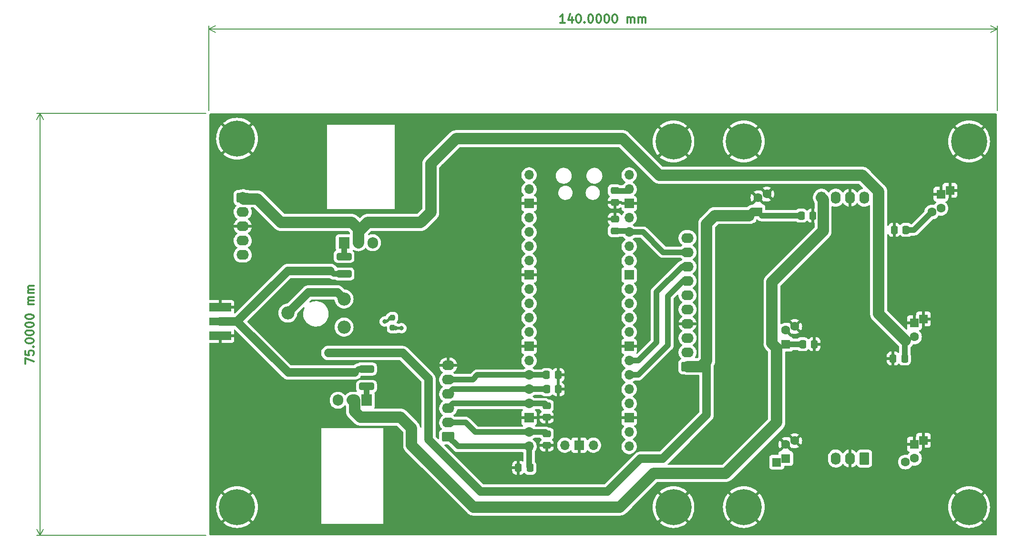
<source format=gbl>
G04 #@! TF.GenerationSoftware,KiCad,Pcbnew,7.0.7*
G04 #@! TF.CreationDate,2023-12-01T19:11:22+01:00*
G04 #@! TF.ProjectId,AWG,4157472e-6b69-4636-9164-5f7063625858,rev?*
G04 #@! TF.SameCoordinates,Original*
G04 #@! TF.FileFunction,Copper,L2,Bot*
G04 #@! TF.FilePolarity,Positive*
%FSLAX46Y46*%
G04 Gerber Fmt 4.6, Leading zero omitted, Abs format (unit mm)*
G04 Created by KiCad (PCBNEW 7.0.7) date 2023-12-01 19:11:22*
%MOMM*%
%LPD*%
G01*
G04 APERTURE LIST*
G04 Aperture macros list*
%AMRoundRect*
0 Rectangle with rounded corners*
0 $1 Rounding radius*
0 $2 $3 $4 $5 $6 $7 $8 $9 X,Y pos of 4 corners*
0 Add a 4 corners polygon primitive as box body*
4,1,4,$2,$3,$4,$5,$6,$7,$8,$9,$2,$3,0*
0 Add four circle primitives for the rounded corners*
1,1,$1+$1,$2,$3*
1,1,$1+$1,$4,$5*
1,1,$1+$1,$6,$7*
1,1,$1+$1,$8,$9*
0 Add four rect primitives between the rounded corners*
20,1,$1+$1,$2,$3,$4,$5,0*
20,1,$1+$1,$4,$5,$6,$7,0*
20,1,$1+$1,$6,$7,$8,$9,0*
20,1,$1+$1,$8,$9,$2,$3,0*%
G04 Aperture macros list end*
%ADD10C,0.300000*%
G04 #@! TA.AperFunction,NonConductor*
%ADD11C,0.300000*%
G04 #@! TD*
G04 #@! TA.AperFunction,NonConductor*
%ADD12C,0.200000*%
G04 #@! TD*
G04 #@! TA.AperFunction,ComponentPad*
%ADD13R,1.600000X1.600000*%
G04 #@! TD*
G04 #@! TA.AperFunction,ComponentPad*
%ADD14C,1.600000*%
G04 #@! TD*
G04 #@! TA.AperFunction,ComponentPad*
%ADD15RoundRect,0.249999X0.845001X-0.620001X0.845001X0.620001X-0.845001X0.620001X-0.845001X-0.620001X0*%
G04 #@! TD*
G04 #@! TA.AperFunction,ComponentPad*
%ADD16O,2.190000X1.740000*%
G04 #@! TD*
G04 #@! TA.AperFunction,ComponentPad*
%ADD17RoundRect,0.249999X0.620001X0.845001X-0.620001X0.845001X-0.620001X-0.845001X0.620001X-0.845001X0*%
G04 #@! TD*
G04 #@! TA.AperFunction,ComponentPad*
%ADD18O,1.740000X2.190000*%
G04 #@! TD*
G04 #@! TA.AperFunction,ComponentPad*
%ADD19R,1.905000X2.000000*%
G04 #@! TD*
G04 #@! TA.AperFunction,ComponentPad*
%ADD20O,1.905000X2.000000*%
G04 #@! TD*
G04 #@! TA.AperFunction,ComponentPad*
%ADD21C,2.340000*%
G04 #@! TD*
G04 #@! TA.AperFunction,ComponentPad*
%ADD22O,1.700000X1.700000*%
G04 #@! TD*
G04 #@! TA.AperFunction,ComponentPad*
%ADD23R,1.700000X1.700000*%
G04 #@! TD*
G04 #@! TA.AperFunction,ComponentPad*
%ADD24C,0.800000*%
G04 #@! TD*
G04 #@! TA.AperFunction,ComponentPad*
%ADD25C,6.400000*%
G04 #@! TD*
G04 #@! TA.AperFunction,ComponentPad*
%ADD26RoundRect,0.249999X-0.845001X0.620001X-0.845001X-0.620001X0.845001X-0.620001X0.845001X0.620001X0*%
G04 #@! TD*
G04 #@! TA.AperFunction,SMDPad,CuDef*
%ADD27RoundRect,0.250000X0.475000X-0.337500X0.475000X0.337500X-0.475000X0.337500X-0.475000X-0.337500X0*%
G04 #@! TD*
G04 #@! TA.AperFunction,SMDPad,CuDef*
%ADD28RoundRect,0.250000X-0.475000X0.337500X-0.475000X-0.337500X0.475000X-0.337500X0.475000X0.337500X0*%
G04 #@! TD*
G04 #@! TA.AperFunction,SMDPad,CuDef*
%ADD29RoundRect,0.250000X-0.337500X-0.475000X0.337500X-0.475000X0.337500X0.475000X-0.337500X0.475000X0*%
G04 #@! TD*
G04 #@! TA.AperFunction,SMDPad,CuDef*
%ADD30RoundRect,0.250000X0.337500X0.475000X-0.337500X0.475000X-0.337500X-0.475000X0.337500X-0.475000X0*%
G04 #@! TD*
G04 #@! TA.AperFunction,SMDPad,CuDef*
%ADD31R,4.000000X1.400000*%
G04 #@! TD*
G04 #@! TA.AperFunction,SMDPad,CuDef*
%ADD32R,4.000000X1.500000*%
G04 #@! TD*
G04 #@! TA.AperFunction,SMDPad,CuDef*
%ADD33RoundRect,0.237500X0.237500X-0.250000X0.237500X0.250000X-0.237500X0.250000X-0.237500X-0.250000X0*%
G04 #@! TD*
G04 #@! TA.AperFunction,SMDPad,CuDef*
%ADD34RoundRect,0.250000X1.075000X-0.400000X1.075000X0.400000X-1.075000X0.400000X-1.075000X-0.400000X0*%
G04 #@! TD*
G04 #@! TA.AperFunction,ViaPad*
%ADD35C,0.800000*%
G04 #@! TD*
G04 #@! TA.AperFunction,Conductor*
%ADD36C,0.250000*%
G04 #@! TD*
G04 #@! TA.AperFunction,Conductor*
%ADD37C,1.500000*%
G04 #@! TD*
G04 #@! TA.AperFunction,Conductor*
%ADD38C,2.000000*%
G04 #@! TD*
G04 #@! TA.AperFunction,Conductor*
%ADD39C,1.000000*%
G04 #@! TD*
G04 #@! TA.AperFunction,Conductor*
%ADD40C,0.500000*%
G04 #@! TD*
G04 APERTURE END LIST*
D10*
D11*
X107378328Y-94499998D02*
X107378328Y-93499998D01*
X107378328Y-93499998D02*
X108878328Y-94142855D01*
X107378328Y-92214284D02*
X107378328Y-92928570D01*
X107378328Y-92928570D02*
X108092614Y-92999998D01*
X108092614Y-92999998D02*
X108021185Y-92928570D01*
X108021185Y-92928570D02*
X107949757Y-92785713D01*
X107949757Y-92785713D02*
X107949757Y-92428570D01*
X107949757Y-92428570D02*
X108021185Y-92285713D01*
X108021185Y-92285713D02*
X108092614Y-92214284D01*
X108092614Y-92214284D02*
X108235471Y-92142855D01*
X108235471Y-92142855D02*
X108592614Y-92142855D01*
X108592614Y-92142855D02*
X108735471Y-92214284D01*
X108735471Y-92214284D02*
X108806900Y-92285713D01*
X108806900Y-92285713D02*
X108878328Y-92428570D01*
X108878328Y-92428570D02*
X108878328Y-92785713D01*
X108878328Y-92785713D02*
X108806900Y-92928570D01*
X108806900Y-92928570D02*
X108735471Y-92999998D01*
X108735471Y-91499999D02*
X108806900Y-91428570D01*
X108806900Y-91428570D02*
X108878328Y-91499999D01*
X108878328Y-91499999D02*
X108806900Y-91571427D01*
X108806900Y-91571427D02*
X108735471Y-91499999D01*
X108735471Y-91499999D02*
X108878328Y-91499999D01*
X107378328Y-90499998D02*
X107378328Y-90357141D01*
X107378328Y-90357141D02*
X107449757Y-90214284D01*
X107449757Y-90214284D02*
X107521185Y-90142856D01*
X107521185Y-90142856D02*
X107664042Y-90071427D01*
X107664042Y-90071427D02*
X107949757Y-89999998D01*
X107949757Y-89999998D02*
X108306900Y-89999998D01*
X108306900Y-89999998D02*
X108592614Y-90071427D01*
X108592614Y-90071427D02*
X108735471Y-90142856D01*
X108735471Y-90142856D02*
X108806900Y-90214284D01*
X108806900Y-90214284D02*
X108878328Y-90357141D01*
X108878328Y-90357141D02*
X108878328Y-90499998D01*
X108878328Y-90499998D02*
X108806900Y-90642856D01*
X108806900Y-90642856D02*
X108735471Y-90714284D01*
X108735471Y-90714284D02*
X108592614Y-90785713D01*
X108592614Y-90785713D02*
X108306900Y-90857141D01*
X108306900Y-90857141D02*
X107949757Y-90857141D01*
X107949757Y-90857141D02*
X107664042Y-90785713D01*
X107664042Y-90785713D02*
X107521185Y-90714284D01*
X107521185Y-90714284D02*
X107449757Y-90642856D01*
X107449757Y-90642856D02*
X107378328Y-90499998D01*
X107378328Y-89071427D02*
X107378328Y-88928570D01*
X107378328Y-88928570D02*
X107449757Y-88785713D01*
X107449757Y-88785713D02*
X107521185Y-88714285D01*
X107521185Y-88714285D02*
X107664042Y-88642856D01*
X107664042Y-88642856D02*
X107949757Y-88571427D01*
X107949757Y-88571427D02*
X108306900Y-88571427D01*
X108306900Y-88571427D02*
X108592614Y-88642856D01*
X108592614Y-88642856D02*
X108735471Y-88714285D01*
X108735471Y-88714285D02*
X108806900Y-88785713D01*
X108806900Y-88785713D02*
X108878328Y-88928570D01*
X108878328Y-88928570D02*
X108878328Y-89071427D01*
X108878328Y-89071427D02*
X108806900Y-89214285D01*
X108806900Y-89214285D02*
X108735471Y-89285713D01*
X108735471Y-89285713D02*
X108592614Y-89357142D01*
X108592614Y-89357142D02*
X108306900Y-89428570D01*
X108306900Y-89428570D02*
X107949757Y-89428570D01*
X107949757Y-89428570D02*
X107664042Y-89357142D01*
X107664042Y-89357142D02*
X107521185Y-89285713D01*
X107521185Y-89285713D02*
X107449757Y-89214285D01*
X107449757Y-89214285D02*
X107378328Y-89071427D01*
X107378328Y-87642856D02*
X107378328Y-87499999D01*
X107378328Y-87499999D02*
X107449757Y-87357142D01*
X107449757Y-87357142D02*
X107521185Y-87285714D01*
X107521185Y-87285714D02*
X107664042Y-87214285D01*
X107664042Y-87214285D02*
X107949757Y-87142856D01*
X107949757Y-87142856D02*
X108306900Y-87142856D01*
X108306900Y-87142856D02*
X108592614Y-87214285D01*
X108592614Y-87214285D02*
X108735471Y-87285714D01*
X108735471Y-87285714D02*
X108806900Y-87357142D01*
X108806900Y-87357142D02*
X108878328Y-87499999D01*
X108878328Y-87499999D02*
X108878328Y-87642856D01*
X108878328Y-87642856D02*
X108806900Y-87785714D01*
X108806900Y-87785714D02*
X108735471Y-87857142D01*
X108735471Y-87857142D02*
X108592614Y-87928571D01*
X108592614Y-87928571D02*
X108306900Y-87999999D01*
X108306900Y-87999999D02*
X107949757Y-87999999D01*
X107949757Y-87999999D02*
X107664042Y-87928571D01*
X107664042Y-87928571D02*
X107521185Y-87857142D01*
X107521185Y-87857142D02*
X107449757Y-87785714D01*
X107449757Y-87785714D02*
X107378328Y-87642856D01*
X107378328Y-86214285D02*
X107378328Y-86071428D01*
X107378328Y-86071428D02*
X107449757Y-85928571D01*
X107449757Y-85928571D02*
X107521185Y-85857143D01*
X107521185Y-85857143D02*
X107664042Y-85785714D01*
X107664042Y-85785714D02*
X107949757Y-85714285D01*
X107949757Y-85714285D02*
X108306900Y-85714285D01*
X108306900Y-85714285D02*
X108592614Y-85785714D01*
X108592614Y-85785714D02*
X108735471Y-85857143D01*
X108735471Y-85857143D02*
X108806900Y-85928571D01*
X108806900Y-85928571D02*
X108878328Y-86071428D01*
X108878328Y-86071428D02*
X108878328Y-86214285D01*
X108878328Y-86214285D02*
X108806900Y-86357143D01*
X108806900Y-86357143D02*
X108735471Y-86428571D01*
X108735471Y-86428571D02*
X108592614Y-86500000D01*
X108592614Y-86500000D02*
X108306900Y-86571428D01*
X108306900Y-86571428D02*
X107949757Y-86571428D01*
X107949757Y-86571428D02*
X107664042Y-86500000D01*
X107664042Y-86500000D02*
X107521185Y-86428571D01*
X107521185Y-86428571D02*
X107449757Y-86357143D01*
X107449757Y-86357143D02*
X107378328Y-86214285D01*
X108878328Y-83928572D02*
X107878328Y-83928572D01*
X108021185Y-83928572D02*
X107949757Y-83857143D01*
X107949757Y-83857143D02*
X107878328Y-83714286D01*
X107878328Y-83714286D02*
X107878328Y-83500000D01*
X107878328Y-83500000D02*
X107949757Y-83357143D01*
X107949757Y-83357143D02*
X108092614Y-83285715D01*
X108092614Y-83285715D02*
X108878328Y-83285715D01*
X108092614Y-83285715D02*
X107949757Y-83214286D01*
X107949757Y-83214286D02*
X107878328Y-83071429D01*
X107878328Y-83071429D02*
X107878328Y-82857143D01*
X107878328Y-82857143D02*
X107949757Y-82714286D01*
X107949757Y-82714286D02*
X108092614Y-82642857D01*
X108092614Y-82642857D02*
X108878328Y-82642857D01*
X108878328Y-81928572D02*
X107878328Y-81928572D01*
X108021185Y-81928572D02*
X107949757Y-81857143D01*
X107949757Y-81857143D02*
X107878328Y-81714286D01*
X107878328Y-81714286D02*
X107878328Y-81500000D01*
X107878328Y-81500000D02*
X107949757Y-81357143D01*
X107949757Y-81357143D02*
X108092614Y-81285715D01*
X108092614Y-81285715D02*
X108878328Y-81285715D01*
X108092614Y-81285715D02*
X107949757Y-81214286D01*
X107949757Y-81214286D02*
X107878328Y-81071429D01*
X107878328Y-81071429D02*
X107878328Y-80857143D01*
X107878328Y-80857143D02*
X107949757Y-80714286D01*
X107949757Y-80714286D02*
X108092614Y-80642857D01*
X108092614Y-80642857D02*
X108878328Y-80642857D01*
D12*
X139500000Y-50000000D02*
X109413580Y-50000000D01*
X139500000Y-125000000D02*
X109413580Y-125000000D01*
X110000000Y-50000000D02*
X110000000Y-125000000D01*
X110000000Y-50000000D02*
X110000000Y-125000000D01*
X110000000Y-50000000D02*
X110586421Y-51126504D01*
X110000000Y-50000000D02*
X109413579Y-51126504D01*
X110000000Y-125000000D02*
X109413579Y-123873496D01*
X110000000Y-125000000D02*
X110586421Y-123873496D01*
D10*
D11*
X203214287Y-33878328D02*
X202357144Y-33878328D01*
X202785715Y-33878328D02*
X202785715Y-32378328D01*
X202785715Y-32378328D02*
X202642858Y-32592614D01*
X202642858Y-32592614D02*
X202500001Y-32735471D01*
X202500001Y-32735471D02*
X202357144Y-32806900D01*
X204500001Y-32878328D02*
X204500001Y-33878328D01*
X204142858Y-32306900D02*
X203785715Y-33378328D01*
X203785715Y-33378328D02*
X204714286Y-33378328D01*
X205571429Y-32378328D02*
X205714286Y-32378328D01*
X205714286Y-32378328D02*
X205857143Y-32449757D01*
X205857143Y-32449757D02*
X205928572Y-32521185D01*
X205928572Y-32521185D02*
X206000000Y-32664042D01*
X206000000Y-32664042D02*
X206071429Y-32949757D01*
X206071429Y-32949757D02*
X206071429Y-33306900D01*
X206071429Y-33306900D02*
X206000000Y-33592614D01*
X206000000Y-33592614D02*
X205928572Y-33735471D01*
X205928572Y-33735471D02*
X205857143Y-33806900D01*
X205857143Y-33806900D02*
X205714286Y-33878328D01*
X205714286Y-33878328D02*
X205571429Y-33878328D01*
X205571429Y-33878328D02*
X205428572Y-33806900D01*
X205428572Y-33806900D02*
X205357143Y-33735471D01*
X205357143Y-33735471D02*
X205285714Y-33592614D01*
X205285714Y-33592614D02*
X205214286Y-33306900D01*
X205214286Y-33306900D02*
X205214286Y-32949757D01*
X205214286Y-32949757D02*
X205285714Y-32664042D01*
X205285714Y-32664042D02*
X205357143Y-32521185D01*
X205357143Y-32521185D02*
X205428572Y-32449757D01*
X205428572Y-32449757D02*
X205571429Y-32378328D01*
X206714285Y-33735471D02*
X206785714Y-33806900D01*
X206785714Y-33806900D02*
X206714285Y-33878328D01*
X206714285Y-33878328D02*
X206642857Y-33806900D01*
X206642857Y-33806900D02*
X206714285Y-33735471D01*
X206714285Y-33735471D02*
X206714285Y-33878328D01*
X207714286Y-32378328D02*
X207857143Y-32378328D01*
X207857143Y-32378328D02*
X208000000Y-32449757D01*
X208000000Y-32449757D02*
X208071429Y-32521185D01*
X208071429Y-32521185D02*
X208142857Y-32664042D01*
X208142857Y-32664042D02*
X208214286Y-32949757D01*
X208214286Y-32949757D02*
X208214286Y-33306900D01*
X208214286Y-33306900D02*
X208142857Y-33592614D01*
X208142857Y-33592614D02*
X208071429Y-33735471D01*
X208071429Y-33735471D02*
X208000000Y-33806900D01*
X208000000Y-33806900D02*
X207857143Y-33878328D01*
X207857143Y-33878328D02*
X207714286Y-33878328D01*
X207714286Y-33878328D02*
X207571429Y-33806900D01*
X207571429Y-33806900D02*
X207500000Y-33735471D01*
X207500000Y-33735471D02*
X207428571Y-33592614D01*
X207428571Y-33592614D02*
X207357143Y-33306900D01*
X207357143Y-33306900D02*
X207357143Y-32949757D01*
X207357143Y-32949757D02*
X207428571Y-32664042D01*
X207428571Y-32664042D02*
X207500000Y-32521185D01*
X207500000Y-32521185D02*
X207571429Y-32449757D01*
X207571429Y-32449757D02*
X207714286Y-32378328D01*
X209142857Y-32378328D02*
X209285714Y-32378328D01*
X209285714Y-32378328D02*
X209428571Y-32449757D01*
X209428571Y-32449757D02*
X209500000Y-32521185D01*
X209500000Y-32521185D02*
X209571428Y-32664042D01*
X209571428Y-32664042D02*
X209642857Y-32949757D01*
X209642857Y-32949757D02*
X209642857Y-33306900D01*
X209642857Y-33306900D02*
X209571428Y-33592614D01*
X209571428Y-33592614D02*
X209500000Y-33735471D01*
X209500000Y-33735471D02*
X209428571Y-33806900D01*
X209428571Y-33806900D02*
X209285714Y-33878328D01*
X209285714Y-33878328D02*
X209142857Y-33878328D01*
X209142857Y-33878328D02*
X209000000Y-33806900D01*
X209000000Y-33806900D02*
X208928571Y-33735471D01*
X208928571Y-33735471D02*
X208857142Y-33592614D01*
X208857142Y-33592614D02*
X208785714Y-33306900D01*
X208785714Y-33306900D02*
X208785714Y-32949757D01*
X208785714Y-32949757D02*
X208857142Y-32664042D01*
X208857142Y-32664042D02*
X208928571Y-32521185D01*
X208928571Y-32521185D02*
X209000000Y-32449757D01*
X209000000Y-32449757D02*
X209142857Y-32378328D01*
X210571428Y-32378328D02*
X210714285Y-32378328D01*
X210714285Y-32378328D02*
X210857142Y-32449757D01*
X210857142Y-32449757D02*
X210928571Y-32521185D01*
X210928571Y-32521185D02*
X210999999Y-32664042D01*
X210999999Y-32664042D02*
X211071428Y-32949757D01*
X211071428Y-32949757D02*
X211071428Y-33306900D01*
X211071428Y-33306900D02*
X210999999Y-33592614D01*
X210999999Y-33592614D02*
X210928571Y-33735471D01*
X210928571Y-33735471D02*
X210857142Y-33806900D01*
X210857142Y-33806900D02*
X210714285Y-33878328D01*
X210714285Y-33878328D02*
X210571428Y-33878328D01*
X210571428Y-33878328D02*
X210428571Y-33806900D01*
X210428571Y-33806900D02*
X210357142Y-33735471D01*
X210357142Y-33735471D02*
X210285713Y-33592614D01*
X210285713Y-33592614D02*
X210214285Y-33306900D01*
X210214285Y-33306900D02*
X210214285Y-32949757D01*
X210214285Y-32949757D02*
X210285713Y-32664042D01*
X210285713Y-32664042D02*
X210357142Y-32521185D01*
X210357142Y-32521185D02*
X210428571Y-32449757D01*
X210428571Y-32449757D02*
X210571428Y-32378328D01*
X211999999Y-32378328D02*
X212142856Y-32378328D01*
X212142856Y-32378328D02*
X212285713Y-32449757D01*
X212285713Y-32449757D02*
X212357142Y-32521185D01*
X212357142Y-32521185D02*
X212428570Y-32664042D01*
X212428570Y-32664042D02*
X212499999Y-32949757D01*
X212499999Y-32949757D02*
X212499999Y-33306900D01*
X212499999Y-33306900D02*
X212428570Y-33592614D01*
X212428570Y-33592614D02*
X212357142Y-33735471D01*
X212357142Y-33735471D02*
X212285713Y-33806900D01*
X212285713Y-33806900D02*
X212142856Y-33878328D01*
X212142856Y-33878328D02*
X211999999Y-33878328D01*
X211999999Y-33878328D02*
X211857142Y-33806900D01*
X211857142Y-33806900D02*
X211785713Y-33735471D01*
X211785713Y-33735471D02*
X211714284Y-33592614D01*
X211714284Y-33592614D02*
X211642856Y-33306900D01*
X211642856Y-33306900D02*
X211642856Y-32949757D01*
X211642856Y-32949757D02*
X211714284Y-32664042D01*
X211714284Y-32664042D02*
X211785713Y-32521185D01*
X211785713Y-32521185D02*
X211857142Y-32449757D01*
X211857142Y-32449757D02*
X211999999Y-32378328D01*
X214285712Y-33878328D02*
X214285712Y-32878328D01*
X214285712Y-33021185D02*
X214357141Y-32949757D01*
X214357141Y-32949757D02*
X214499998Y-32878328D01*
X214499998Y-32878328D02*
X214714284Y-32878328D01*
X214714284Y-32878328D02*
X214857141Y-32949757D01*
X214857141Y-32949757D02*
X214928570Y-33092614D01*
X214928570Y-33092614D02*
X214928570Y-33878328D01*
X214928570Y-33092614D02*
X214999998Y-32949757D01*
X214999998Y-32949757D02*
X215142855Y-32878328D01*
X215142855Y-32878328D02*
X215357141Y-32878328D01*
X215357141Y-32878328D02*
X215499998Y-32949757D01*
X215499998Y-32949757D02*
X215571427Y-33092614D01*
X215571427Y-33092614D02*
X215571427Y-33878328D01*
X216285712Y-33878328D02*
X216285712Y-32878328D01*
X216285712Y-33021185D02*
X216357141Y-32949757D01*
X216357141Y-32949757D02*
X216499998Y-32878328D01*
X216499998Y-32878328D02*
X216714284Y-32878328D01*
X216714284Y-32878328D02*
X216857141Y-32949757D01*
X216857141Y-32949757D02*
X216928570Y-33092614D01*
X216928570Y-33092614D02*
X216928570Y-33878328D01*
X216928570Y-33092614D02*
X216999998Y-32949757D01*
X216999998Y-32949757D02*
X217142855Y-32878328D01*
X217142855Y-32878328D02*
X217357141Y-32878328D01*
X217357141Y-32878328D02*
X217499998Y-32949757D01*
X217499998Y-32949757D02*
X217571427Y-33092614D01*
X217571427Y-33092614D02*
X217571427Y-33878328D01*
D12*
X140000000Y-49500000D02*
X140000000Y-34413580D01*
X280000000Y-49500000D02*
X280000000Y-34413580D01*
X140000000Y-35000000D02*
X280000000Y-35000000D01*
X140000000Y-35000000D02*
X280000000Y-35000000D01*
X140000000Y-35000000D02*
X141126504Y-34413579D01*
X140000000Y-35000000D02*
X141126504Y-35586421D01*
X280000000Y-35000000D02*
X278873496Y-35586421D01*
X280000000Y-35000000D02*
X278873496Y-34413579D01*
D13*
X242440000Y-111360000D03*
X240840000Y-112030937D03*
D14*
X242440000Y-108860000D03*
X244040000Y-108189063D03*
D13*
X240840000Y-91710937D03*
X242440000Y-91040000D03*
D14*
X244040000Y-87869063D03*
X242440000Y-88540000D03*
D13*
X265300000Y-87230000D03*
X266900000Y-86559063D03*
D14*
X263700000Y-90400937D03*
X265300000Y-89730000D03*
D13*
X270000000Y-64370000D03*
X271600000Y-63699063D03*
D14*
X268400000Y-67540937D03*
X270000000Y-66870000D03*
D15*
X225000000Y-95000000D03*
D16*
X225000000Y-92460000D03*
X225000000Y-89920000D03*
X225000000Y-87380000D03*
X225000000Y-84840000D03*
X225000000Y-82300000D03*
X225000000Y-79760000D03*
X225000000Y-77220000D03*
X225000000Y-74680000D03*
X225000000Y-72140000D03*
D17*
X256410000Y-111360000D03*
D18*
X253870000Y-111360000D03*
X251330000Y-111360000D03*
D17*
X258950000Y-65000000D03*
D18*
X256410000Y-65000000D03*
X253870000Y-65000000D03*
X251330000Y-65000000D03*
X248790000Y-65000000D03*
D15*
X182500000Y-107500000D03*
D16*
X182500000Y-104960000D03*
X182500000Y-102420000D03*
X182500000Y-99880000D03*
X182500000Y-97340000D03*
X182500000Y-94800000D03*
D19*
X168000000Y-101000000D03*
D20*
X165460000Y-101000000D03*
X162920000Y-101000000D03*
D21*
X164000000Y-83000000D03*
X154000000Y-85500000D03*
X164000000Y-88000000D03*
D22*
X196850000Y-60960000D03*
X196850000Y-63500000D03*
D23*
X196850000Y-66040000D03*
D22*
X196850000Y-68580000D03*
X196850000Y-71120000D03*
X196850000Y-73660000D03*
X196850000Y-76200000D03*
D23*
X196850000Y-78740000D03*
D22*
X196850000Y-81280000D03*
X196850000Y-83820000D03*
X196850000Y-86360000D03*
X196850000Y-88900000D03*
D23*
X196850000Y-91440000D03*
D22*
X196850000Y-93980000D03*
X196850000Y-96520000D03*
X196850000Y-99060000D03*
X196850000Y-101600000D03*
D23*
X196850000Y-104140000D03*
D22*
X196850000Y-106680000D03*
X196850000Y-109220000D03*
X214630000Y-109220000D03*
X214630000Y-106680000D03*
D23*
X214630000Y-104140000D03*
D22*
X214630000Y-101600000D03*
X214630000Y-99060000D03*
X214630000Y-96520000D03*
X214630000Y-93980000D03*
D23*
X214630000Y-91440000D03*
D22*
X214630000Y-88900000D03*
X214630000Y-86360000D03*
X214630000Y-83820000D03*
X214630000Y-81280000D03*
D23*
X214630000Y-78740000D03*
D22*
X214630000Y-76200000D03*
X214630000Y-73660000D03*
X214630000Y-71120000D03*
X214630000Y-68580000D03*
D23*
X214630000Y-66040000D03*
D22*
X214630000Y-63500000D03*
X214630000Y-60960000D03*
X203200000Y-108990000D03*
D23*
X205740000Y-108990000D03*
D22*
X208280000Y-108990000D03*
D13*
X265300000Y-108820000D03*
X266900000Y-108149063D03*
D14*
X265300000Y-111320000D03*
X263700000Y-111990937D03*
D24*
X273302944Y-118302944D03*
X276697056Y-121697056D03*
X277400000Y-120000000D03*
X273302944Y-121697056D03*
X275000000Y-122400000D03*
D25*
X275000000Y-120000000D03*
D24*
X276697056Y-118302944D03*
X275000000Y-117600000D03*
X272600000Y-120000000D03*
X142600000Y-54500000D03*
X143302944Y-56197056D03*
X145000000Y-56900000D03*
X145000000Y-52100000D03*
X147400000Y-54500000D03*
D25*
X145000000Y-54500000D03*
D24*
X143302944Y-52802944D03*
X146697056Y-56197056D03*
X146697056Y-52802944D03*
X275000000Y-57400000D03*
X273302944Y-53302944D03*
X275000000Y-52600000D03*
X272600000Y-55000000D03*
X277400000Y-55000000D03*
D25*
X275000000Y-55000000D03*
D24*
X273302944Y-56697056D03*
X276697056Y-56697056D03*
X276697056Y-53302944D03*
X143302944Y-121697056D03*
X145000000Y-122400000D03*
X143302944Y-118302944D03*
X145000000Y-117600000D03*
X147400000Y-120000000D03*
X146697056Y-121697056D03*
X146697056Y-118302944D03*
D25*
X145000000Y-120000000D03*
D24*
X142600000Y-120000000D03*
D13*
X237500000Y-67500000D03*
X235900000Y-68170937D03*
D14*
X237500000Y-65000000D03*
X239100000Y-64329063D03*
D24*
X235000000Y-122400000D03*
X232600000Y-120000000D03*
X233302944Y-118302944D03*
X237400000Y-120000000D03*
X233302944Y-121697056D03*
X235000000Y-117600000D03*
X236697056Y-121697056D03*
D25*
X235000000Y-120000000D03*
D24*
X236697056Y-118302944D03*
X222500000Y-52600000D03*
X224900000Y-55000000D03*
D25*
X222500000Y-55000000D03*
D24*
X224197056Y-56697056D03*
X222500000Y-57400000D03*
X220802944Y-53302944D03*
X224197056Y-53302944D03*
X220100000Y-55000000D03*
X220802944Y-56697056D03*
X222500000Y-122400000D03*
X220802944Y-118302944D03*
X220100000Y-120000000D03*
D25*
X222500000Y-120000000D03*
D24*
X220802944Y-121697056D03*
X224197056Y-121697056D03*
X224197056Y-118302944D03*
X222500000Y-117600000D03*
X224900000Y-120000000D03*
X236697056Y-53302944D03*
X233302944Y-56697056D03*
D25*
X235000000Y-55000000D03*
D24*
X236697056Y-56697056D03*
X237400000Y-55000000D03*
X232600000Y-55000000D03*
X235000000Y-52600000D03*
X233302944Y-53302944D03*
X235000000Y-57400000D03*
D26*
X146000000Y-65000000D03*
D16*
X146000000Y-67540000D03*
X146000000Y-70080000D03*
X146000000Y-72620000D03*
X146000000Y-75160000D03*
D19*
X164000000Y-73000000D03*
D20*
X166540000Y-73000000D03*
X169080000Y-73000000D03*
D27*
X212090000Y-70887500D03*
X212090000Y-68812500D03*
D28*
X212090000Y-63732500D03*
X212090000Y-65807500D03*
D29*
X245445000Y-91040000D03*
X247520000Y-91040000D03*
X261490000Y-93580000D03*
X263565000Y-93580000D03*
X245212500Y-68180000D03*
X247287500Y-68180000D03*
X261722500Y-70720000D03*
X263797500Y-70720000D03*
D30*
X197037500Y-113000000D03*
X194962500Y-113000000D03*
D28*
X200000000Y-106962500D03*
X200000000Y-109037500D03*
X200000000Y-101962500D03*
X200000000Y-104037500D03*
D29*
X200000000Y-99060000D03*
X202075000Y-99060000D03*
D31*
X142000000Y-87000000D03*
D32*
X142000000Y-89540000D03*
X142000000Y-84460000D03*
D33*
X172600000Y-88112500D03*
X172600000Y-86287500D03*
D34*
X168000000Y-98550000D03*
X168000000Y-95450000D03*
D29*
X199962500Y-96520000D03*
X202037500Y-96520000D03*
D34*
X164000000Y-78550000D03*
X164000000Y-75450000D03*
D35*
X220400000Y-100800000D03*
X182800000Y-58400000D03*
X203000000Y-57400000D03*
X224500000Y-103250000D03*
X184000000Y-57400000D03*
X219400000Y-101600000D03*
X195000000Y-57400000D03*
X181600000Y-59400000D03*
X169750000Y-81750000D03*
X205000000Y-57400000D03*
X201000000Y-57400000D03*
X172750000Y-81750000D03*
X168250000Y-81750000D03*
X218600000Y-102600000D03*
X221750000Y-106000000D03*
X174250000Y-81750000D03*
X181600000Y-62800000D03*
X199200000Y-57400000D03*
X171500000Y-81750000D03*
X197200000Y-57400006D03*
X223500000Y-104000000D03*
X181600000Y-61200000D03*
X220750000Y-107000000D03*
X191000000Y-57399988D03*
X222750000Y-105000000D03*
X212000012Y-57400000D03*
X213000000Y-58000000D03*
X193000000Y-57400000D03*
X214000000Y-59000000D03*
X170800000Y-92600000D03*
X162800000Y-92600000D03*
X172600000Y-92600000D03*
X174400000Y-92600000D03*
X161200000Y-92600000D03*
X164600000Y-92600000D03*
X173200000Y-88200000D03*
X174200000Y-88200000D03*
X172200000Y-86400000D03*
X171200000Y-87000000D03*
D36*
X213000000Y-58000000D02*
X214000000Y-59000000D01*
X184399976Y-57400000D02*
X184000000Y-57400000D01*
X201000000Y-57400000D02*
X203000000Y-57400000D01*
X197200000Y-57400006D02*
X199199994Y-57400006D01*
X181800000Y-59400000D02*
X181600000Y-59400000D01*
X224250000Y-103250000D02*
X223500000Y-104000000D01*
X181600000Y-61200000D02*
X181600000Y-62800000D01*
X218600000Y-102600000D02*
X218600000Y-102400000D01*
X199199994Y-57400006D02*
X199200000Y-57400000D01*
X174250000Y-81750000D02*
X172750000Y-81750000D01*
X171500000Y-81750000D02*
X169750000Y-81750000D01*
X205000000Y-57400000D02*
X212000012Y-57400000D01*
X192999988Y-57399988D02*
X193000000Y-57400000D01*
X218600000Y-102400000D02*
X219400000Y-101600000D01*
X191000000Y-57399988D02*
X192999988Y-57399988D01*
X222750000Y-105000000D02*
X221750000Y-106000000D01*
X182800000Y-58400000D02*
X181800000Y-59400000D01*
X191000000Y-57399988D02*
X184399988Y-57399988D01*
X184399988Y-57399988D02*
X184399976Y-57400000D01*
X224500000Y-103250000D02*
X224250000Y-103250000D01*
D37*
X228400000Y-92800000D02*
X228400000Y-103600000D01*
D38*
X225000000Y-95000000D02*
X227400000Y-95000000D01*
D37*
X220600000Y-111400000D02*
X216600000Y-111400000D01*
D38*
X229829063Y-68170937D02*
X235900000Y-68170937D01*
X228400000Y-94000000D02*
X228400000Y-92800000D01*
D39*
X212157500Y-63800000D02*
X212090000Y-63732500D01*
X245212500Y-68180000D02*
X238180000Y-68180000D01*
D38*
X228400000Y-69600000D02*
X229829063Y-68170937D01*
X227400000Y-95000000D02*
X228400000Y-94000000D01*
D37*
X164600000Y-92600000D02*
X162800000Y-92600000D01*
X216600000Y-111400000D02*
X210800000Y-117200000D01*
X162800000Y-92600000D02*
X161200000Y-92600000D01*
X179000000Y-108000000D02*
X179000000Y-97200000D01*
X188200000Y-117200000D02*
X179000000Y-108000000D01*
D38*
X228400000Y-92800000D02*
X228400000Y-69600000D01*
D39*
X214630000Y-63500000D02*
X214330000Y-63800000D01*
D37*
X174400000Y-92600000D02*
X164600000Y-92600000D01*
X236570937Y-67500000D02*
X235900000Y-68170937D01*
D39*
X214330000Y-63800000D02*
X212157500Y-63800000D01*
D37*
X210800000Y-117200000D02*
X188200000Y-117200000D01*
X179000000Y-97200000D02*
X174400000Y-92600000D01*
X228400000Y-103600000D02*
X220600000Y-111400000D01*
X237500000Y-67500000D02*
X236570937Y-67500000D01*
D39*
X214630000Y-71120000D02*
X214397500Y-70887500D01*
X214397500Y-70887500D02*
X212090000Y-70887500D01*
X220680000Y-74680000D02*
X225000000Y-74680000D01*
X214630000Y-71120000D02*
X217120000Y-71120000D01*
X217120000Y-71120000D02*
X220680000Y-74680000D01*
X265220937Y-70720000D02*
X268400000Y-67540937D01*
X263797500Y-70720000D02*
X265220937Y-70720000D01*
D38*
X176000000Y-109000000D02*
X187000000Y-120000000D01*
X240000000Y-80000000D02*
X240000000Y-90870937D01*
X166887498Y-104000000D02*
X174000000Y-104000000D01*
X165847499Y-102960001D02*
X166887498Y-104000000D01*
X187000000Y-120000000D02*
X213000000Y-120000000D01*
D39*
X245445000Y-91040000D02*
X242440000Y-91040000D01*
D38*
X219000000Y-114000000D02*
X231800000Y-114000000D01*
X240000000Y-90870937D02*
X240840000Y-91710937D01*
X231800000Y-114000000D02*
X240840000Y-104960000D01*
X165847499Y-101000000D02*
X165847499Y-102960001D01*
X248790000Y-65000000D02*
X249075010Y-65285010D01*
X249075010Y-70924990D02*
X240000000Y-80000000D01*
X240840000Y-104960000D02*
X240840000Y-91710937D01*
X176000000Y-106000000D02*
X176000000Y-109000000D01*
X213000000Y-120000000D02*
X219000000Y-114000000D01*
X174000000Y-104000000D02*
X176000000Y-106000000D01*
X249075010Y-65285010D02*
X249075010Y-70924990D01*
X165460000Y-101000000D02*
X165847499Y-101000000D01*
X146200000Y-65200000D02*
X146000000Y-65000000D01*
X166540000Y-73000000D02*
X166540000Y-70540000D01*
X258950000Y-85650937D02*
X263700000Y-90400937D01*
X165400000Y-69400000D02*
X152800000Y-69400000D01*
X166540000Y-73000000D02*
X166540000Y-71060000D01*
X179400000Y-59000000D02*
X183900000Y-54500000D01*
X152800000Y-69400000D02*
X148600000Y-65200000D01*
X258950000Y-65000000D02*
X258950000Y-66050000D01*
X148600000Y-65200000D02*
X146200000Y-65200000D01*
X258950000Y-63905000D02*
X258950000Y-66050000D01*
X168200000Y-69400000D02*
X177600000Y-69400000D01*
X179400000Y-67600000D02*
X179400000Y-59000000D01*
X166540000Y-70540000D02*
X165400000Y-69400000D01*
X166540000Y-71060000D02*
X168200000Y-69400000D01*
D39*
X263565000Y-90535937D02*
X263700000Y-90400937D01*
D38*
X177600000Y-69400000D02*
X179400000Y-67600000D01*
D39*
X263565000Y-93580000D02*
X263565000Y-90535937D01*
D38*
X213500000Y-54500000D02*
X220000000Y-61000000D01*
X256045000Y-61000000D02*
X258950000Y-63905000D01*
X183900000Y-54500000D02*
X213500000Y-54500000D01*
X220000000Y-61000000D02*
X256045000Y-61000000D01*
X258950000Y-66050000D02*
X258950000Y-85650937D01*
D39*
X196850000Y-112812500D02*
X197037500Y-113000000D01*
X196850000Y-109220000D02*
X196850000Y-112812500D01*
X196850000Y-109220000D02*
X184220000Y-109220000D01*
X184220000Y-109220000D02*
X182500000Y-107500000D01*
X187320000Y-106680000D02*
X185600000Y-104960000D01*
X196850000Y-106680000D02*
X187320000Y-106680000D01*
X199717500Y-106680000D02*
X200000000Y-106962500D01*
X185600000Y-104960000D02*
X182500000Y-104960000D01*
X196850000Y-106680000D02*
X199717500Y-106680000D01*
X199637500Y-101600000D02*
X200000000Y-101962500D01*
X196850000Y-101600000D02*
X183320000Y-101600000D01*
X196850000Y-101600000D02*
X199637500Y-101600000D01*
X183320000Y-101600000D02*
X182500000Y-102420000D01*
D37*
X157669999Y-81830001D02*
X154000000Y-85500000D01*
X164000000Y-83000000D02*
X162830001Y-81830001D01*
X162830001Y-81830001D02*
X157669999Y-81830001D01*
D39*
X224240000Y-79760000D02*
X221500000Y-82500000D01*
X221500000Y-82500000D02*
X221500000Y-91250000D01*
X216230000Y-96520000D02*
X214630000Y-96520000D01*
X225000000Y-79760000D02*
X224240000Y-79760000D01*
X221500000Y-91250000D02*
X216230000Y-96520000D01*
X216270000Y-93980000D02*
X214630000Y-93980000D01*
X225000000Y-77220000D02*
X224030000Y-77220000D01*
X219500000Y-81750000D02*
X219500000Y-90750000D01*
X224030000Y-77220000D02*
X219500000Y-81750000D01*
X219500000Y-90750000D02*
X216270000Y-93980000D01*
D37*
X154000000Y-78000000D02*
X161600000Y-78000000D01*
X145000000Y-87000000D02*
X154087500Y-96087500D01*
D39*
X154087500Y-96087500D02*
X148000000Y-90000000D01*
X168000000Y-95450000D02*
X166550000Y-95450000D01*
X162150000Y-78550000D02*
X161600000Y-78000000D01*
D37*
X144800000Y-87000000D02*
X145000000Y-87000000D01*
X154087500Y-96087500D02*
X165912500Y-96087500D01*
X142000000Y-87000000D02*
X144800000Y-87000000D01*
D39*
X166550000Y-95450000D02*
X165912500Y-96087500D01*
X164000000Y-78550000D02*
X162150000Y-78550000D01*
D37*
X145000000Y-87000000D02*
X154000000Y-78000000D01*
D39*
X168000000Y-98550000D02*
X168000000Y-101000000D01*
X164000000Y-75450000D02*
X164000000Y-73000000D01*
D40*
X172687500Y-88200000D02*
X172600000Y-88112500D01*
X173200000Y-88200000D02*
X174200000Y-88200000D01*
X173200000Y-88200000D02*
X172687500Y-88200000D01*
X172312500Y-86287500D02*
X172200000Y-86400000D01*
X172600000Y-86287500D02*
X172312500Y-86287500D01*
X171600000Y-87000000D02*
X171200000Y-87000000D01*
X172200000Y-86400000D02*
X171600000Y-87000000D01*
D39*
X196850000Y-99060000D02*
X183320000Y-99060000D01*
X196850000Y-99060000D02*
X200000000Y-99060000D01*
X183320000Y-99060000D02*
X182500000Y-99880000D01*
X186860000Y-97340000D02*
X187680000Y-96520000D01*
X182500000Y-97340000D02*
X186860000Y-97340000D01*
X187680000Y-96520000D02*
X196850000Y-96520000D01*
X196850000Y-96520000D02*
X199962500Y-96520000D01*
G04 #@! TA.AperFunction,Conductor*
G36*
X146396722Y-121037512D02*
G01*
X146623583Y-121264373D01*
X146657609Y-121326685D01*
X146652544Y-121397500D01*
X146609997Y-121454336D01*
X146604490Y-121458233D01*
X146516815Y-121516815D01*
X146458233Y-121604490D01*
X146403756Y-121650018D01*
X146333312Y-121658865D01*
X146269268Y-121628224D01*
X146264373Y-121623583D01*
X146037512Y-121396722D01*
X146003486Y-121334410D01*
X146008551Y-121263595D01*
X146044774Y-121211818D01*
X146134870Y-121134870D01*
X146211818Y-121044775D01*
X146271265Y-121005968D01*
X146342260Y-121005460D01*
X146396722Y-121037512D01*
G37*
G04 #@! TD.AperFunction*
G04 #@! TA.AperFunction,Conductor*
G36*
X143736404Y-121008550D02*
G01*
X143788181Y-121044773D01*
X143865129Y-121134869D01*
X143865130Y-121134870D01*
X143955222Y-121211816D01*
X143994031Y-121271267D01*
X143994537Y-121342262D01*
X143962486Y-121396722D01*
X143735625Y-121623583D01*
X143673313Y-121657609D01*
X143602498Y-121652544D01*
X143545662Y-121609997D01*
X143541764Y-121604489D01*
X143538439Y-121599513D01*
X143538439Y-121599511D01*
X143483184Y-121516816D01*
X143483182Y-121516815D01*
X143483182Y-121516814D01*
X143395509Y-121458233D01*
X143349981Y-121403757D01*
X143341132Y-121333314D01*
X143371773Y-121269269D01*
X143376415Y-121264373D01*
X143603277Y-121037511D01*
X143665589Y-121003485D01*
X143736404Y-121008550D01*
G37*
G04 #@! TD.AperFunction*
G04 #@! TA.AperFunction,Conductor*
G36*
X146397500Y-118347454D02*
G01*
X146454336Y-118390001D01*
X146458233Y-118395509D01*
X146516814Y-118483182D01*
X146516815Y-118483182D01*
X146516816Y-118483184D01*
X146599511Y-118538439D01*
X146599513Y-118538439D01*
X146604489Y-118541764D01*
X146650017Y-118596241D01*
X146658866Y-118666684D01*
X146628225Y-118730728D01*
X146623583Y-118735625D01*
X146396722Y-118962486D01*
X146334410Y-118996512D01*
X146263595Y-118991447D01*
X146211816Y-118955222D01*
X146134870Y-118865130D01*
X146134869Y-118865130D01*
X146044774Y-118788181D01*
X146005967Y-118728733D01*
X146005459Y-118657739D01*
X146037511Y-118603277D01*
X146264373Y-118376415D01*
X146326685Y-118342389D01*
X146397500Y-118347454D01*
G37*
G04 #@! TD.AperFunction*
G04 #@! TA.AperFunction,Conductor*
G36*
X143730729Y-118371774D02*
G01*
X143735626Y-118376416D01*
X143962487Y-118603277D01*
X143996513Y-118665589D01*
X143991448Y-118736404D01*
X143955223Y-118788183D01*
X143865130Y-118865130D01*
X143788183Y-118955223D01*
X143728732Y-118994032D01*
X143657737Y-118994538D01*
X143603277Y-118962487D01*
X143376416Y-118735626D01*
X143342390Y-118673314D01*
X143347455Y-118602499D01*
X143390002Y-118545663D01*
X143395510Y-118541765D01*
X143400487Y-118538439D01*
X143400489Y-118538439D01*
X143483184Y-118483184D01*
X143538439Y-118400489D01*
X143538439Y-118400487D01*
X143541765Y-118395510D01*
X143596242Y-118349982D01*
X143666685Y-118341133D01*
X143730729Y-118371774D01*
G37*
G04 #@! TD.AperFunction*
G04 #@! TA.AperFunction,Conductor*
G36*
X223896722Y-121037512D02*
G01*
X224123583Y-121264373D01*
X224157609Y-121326685D01*
X224152544Y-121397500D01*
X224109997Y-121454336D01*
X224104490Y-121458233D01*
X224016815Y-121516815D01*
X223958233Y-121604490D01*
X223903756Y-121650018D01*
X223833312Y-121658865D01*
X223769268Y-121628224D01*
X223764373Y-121623583D01*
X223537512Y-121396722D01*
X223503486Y-121334410D01*
X223508551Y-121263595D01*
X223544774Y-121211818D01*
X223634870Y-121134870D01*
X223711818Y-121044775D01*
X223771265Y-121005968D01*
X223842260Y-121005460D01*
X223896722Y-121037512D01*
G37*
G04 #@! TD.AperFunction*
G04 #@! TA.AperFunction,Conductor*
G36*
X221236404Y-121008550D02*
G01*
X221288181Y-121044773D01*
X221365129Y-121134869D01*
X221365130Y-121134870D01*
X221455222Y-121211816D01*
X221494031Y-121271267D01*
X221494537Y-121342262D01*
X221462486Y-121396722D01*
X221235625Y-121623583D01*
X221173313Y-121657609D01*
X221102498Y-121652544D01*
X221045662Y-121609997D01*
X221041764Y-121604489D01*
X221038439Y-121599513D01*
X221038439Y-121599511D01*
X220983184Y-121516816D01*
X220983182Y-121516815D01*
X220983182Y-121516814D01*
X220895509Y-121458233D01*
X220849981Y-121403757D01*
X220841132Y-121333314D01*
X220871773Y-121269269D01*
X220876415Y-121264373D01*
X221103277Y-121037511D01*
X221165589Y-121003485D01*
X221236404Y-121008550D01*
G37*
G04 #@! TD.AperFunction*
G04 #@! TA.AperFunction,Conductor*
G36*
X223897500Y-118347454D02*
G01*
X223954336Y-118390001D01*
X223958233Y-118395509D01*
X224016814Y-118483182D01*
X224016815Y-118483182D01*
X224016816Y-118483184D01*
X224099511Y-118538439D01*
X224099513Y-118538439D01*
X224104489Y-118541764D01*
X224150017Y-118596241D01*
X224158866Y-118666684D01*
X224128225Y-118730728D01*
X224123583Y-118735625D01*
X223896722Y-118962486D01*
X223834410Y-118996512D01*
X223763595Y-118991447D01*
X223711816Y-118955222D01*
X223634870Y-118865130D01*
X223634870Y-118865129D01*
X223544774Y-118788181D01*
X223505967Y-118728733D01*
X223505459Y-118657739D01*
X223537511Y-118603277D01*
X223764373Y-118376415D01*
X223826685Y-118342389D01*
X223897500Y-118347454D01*
G37*
G04 #@! TD.AperFunction*
G04 #@! TA.AperFunction,Conductor*
G36*
X221230729Y-118371774D02*
G01*
X221235626Y-118376416D01*
X221462487Y-118603277D01*
X221496513Y-118665589D01*
X221491448Y-118736404D01*
X221455223Y-118788183D01*
X221365130Y-118865130D01*
X221288183Y-118955223D01*
X221228732Y-118994032D01*
X221157737Y-118994538D01*
X221103277Y-118962487D01*
X220876416Y-118735626D01*
X220842390Y-118673314D01*
X220847455Y-118602499D01*
X220890002Y-118545663D01*
X220895510Y-118541765D01*
X220900487Y-118538439D01*
X220900489Y-118538439D01*
X220983184Y-118483184D01*
X221038439Y-118400489D01*
X221038439Y-118400487D01*
X221041765Y-118395510D01*
X221096242Y-118349982D01*
X221166685Y-118341133D01*
X221230729Y-118371774D01*
G37*
G04 #@! TD.AperFunction*
G04 #@! TA.AperFunction,Conductor*
G36*
X236396722Y-121037512D02*
G01*
X236623583Y-121264373D01*
X236657609Y-121326685D01*
X236652544Y-121397500D01*
X236609997Y-121454336D01*
X236604490Y-121458233D01*
X236516815Y-121516815D01*
X236458233Y-121604490D01*
X236403756Y-121650018D01*
X236333312Y-121658865D01*
X236269268Y-121628224D01*
X236264373Y-121623583D01*
X236037512Y-121396722D01*
X236003486Y-121334410D01*
X236008551Y-121263595D01*
X236044774Y-121211818D01*
X236134870Y-121134870D01*
X236211818Y-121044775D01*
X236271265Y-121005968D01*
X236342260Y-121005460D01*
X236396722Y-121037512D01*
G37*
G04 #@! TD.AperFunction*
G04 #@! TA.AperFunction,Conductor*
G36*
X233736404Y-121008550D02*
G01*
X233788181Y-121044773D01*
X233865129Y-121134869D01*
X233865130Y-121134870D01*
X233955222Y-121211816D01*
X233994031Y-121271267D01*
X233994537Y-121342262D01*
X233962486Y-121396722D01*
X233735625Y-121623583D01*
X233673313Y-121657609D01*
X233602498Y-121652544D01*
X233545662Y-121609997D01*
X233541764Y-121604489D01*
X233538439Y-121599513D01*
X233538439Y-121599511D01*
X233483184Y-121516816D01*
X233483182Y-121516815D01*
X233483182Y-121516814D01*
X233395509Y-121458233D01*
X233349981Y-121403757D01*
X233341132Y-121333314D01*
X233371773Y-121269269D01*
X233376415Y-121264373D01*
X233603277Y-121037511D01*
X233665589Y-121003485D01*
X233736404Y-121008550D01*
G37*
G04 #@! TD.AperFunction*
G04 #@! TA.AperFunction,Conductor*
G36*
X236397500Y-118347454D02*
G01*
X236454336Y-118390001D01*
X236458233Y-118395509D01*
X236516814Y-118483182D01*
X236516815Y-118483182D01*
X236516816Y-118483184D01*
X236599511Y-118538439D01*
X236599513Y-118538439D01*
X236604489Y-118541764D01*
X236650017Y-118596241D01*
X236658866Y-118666684D01*
X236628225Y-118730728D01*
X236623583Y-118735625D01*
X236396722Y-118962486D01*
X236334410Y-118996512D01*
X236263595Y-118991447D01*
X236211816Y-118955222D01*
X236134870Y-118865130D01*
X236134870Y-118865129D01*
X236044774Y-118788181D01*
X236005967Y-118728733D01*
X236005459Y-118657739D01*
X236037511Y-118603277D01*
X236264373Y-118376415D01*
X236326685Y-118342389D01*
X236397500Y-118347454D01*
G37*
G04 #@! TD.AperFunction*
G04 #@! TA.AperFunction,Conductor*
G36*
X233730729Y-118371774D02*
G01*
X233735626Y-118376416D01*
X233962487Y-118603277D01*
X233996513Y-118665589D01*
X233991448Y-118736404D01*
X233955223Y-118788183D01*
X233865130Y-118865130D01*
X233788183Y-118955223D01*
X233728732Y-118994032D01*
X233657737Y-118994538D01*
X233603277Y-118962487D01*
X233376416Y-118735626D01*
X233342390Y-118673314D01*
X233347455Y-118602499D01*
X233390002Y-118545663D01*
X233395510Y-118541765D01*
X233400487Y-118538439D01*
X233400489Y-118538439D01*
X233483184Y-118483184D01*
X233538439Y-118400489D01*
X233538439Y-118400487D01*
X233541765Y-118395510D01*
X233596242Y-118349982D01*
X233666685Y-118341133D01*
X233730729Y-118371774D01*
G37*
G04 #@! TD.AperFunction*
G04 #@! TA.AperFunction,Conductor*
G36*
X276396722Y-121037512D02*
G01*
X276623583Y-121264373D01*
X276657609Y-121326685D01*
X276652544Y-121397500D01*
X276609997Y-121454336D01*
X276604490Y-121458233D01*
X276516815Y-121516815D01*
X276458233Y-121604490D01*
X276403756Y-121650018D01*
X276333312Y-121658865D01*
X276269268Y-121628224D01*
X276264373Y-121623583D01*
X276037512Y-121396722D01*
X276003486Y-121334410D01*
X276008551Y-121263595D01*
X276044774Y-121211818D01*
X276134870Y-121134870D01*
X276211818Y-121044775D01*
X276271265Y-121005968D01*
X276342260Y-121005460D01*
X276396722Y-121037512D01*
G37*
G04 #@! TD.AperFunction*
G04 #@! TA.AperFunction,Conductor*
G36*
X273736404Y-121008550D02*
G01*
X273788181Y-121044773D01*
X273865129Y-121134869D01*
X273865130Y-121134870D01*
X273955222Y-121211816D01*
X273994031Y-121271267D01*
X273994537Y-121342262D01*
X273962486Y-121396722D01*
X273735625Y-121623583D01*
X273673313Y-121657609D01*
X273602498Y-121652544D01*
X273545662Y-121609997D01*
X273541764Y-121604489D01*
X273538439Y-121599513D01*
X273538439Y-121599511D01*
X273483184Y-121516816D01*
X273483182Y-121516815D01*
X273483182Y-121516814D01*
X273395509Y-121458233D01*
X273349981Y-121403757D01*
X273341132Y-121333314D01*
X273371773Y-121269269D01*
X273376415Y-121264373D01*
X273603277Y-121037511D01*
X273665589Y-121003485D01*
X273736404Y-121008550D01*
G37*
G04 #@! TD.AperFunction*
G04 #@! TA.AperFunction,Conductor*
G36*
X276397500Y-118347454D02*
G01*
X276454336Y-118390001D01*
X276458233Y-118395509D01*
X276516814Y-118483182D01*
X276516815Y-118483182D01*
X276516816Y-118483184D01*
X276599511Y-118538439D01*
X276599513Y-118538439D01*
X276604489Y-118541764D01*
X276650017Y-118596241D01*
X276658866Y-118666684D01*
X276628225Y-118730728D01*
X276623583Y-118735625D01*
X276396722Y-118962486D01*
X276334410Y-118996512D01*
X276263595Y-118991447D01*
X276211816Y-118955222D01*
X276134870Y-118865130D01*
X276134870Y-118865129D01*
X276044774Y-118788181D01*
X276005967Y-118728733D01*
X276005459Y-118657739D01*
X276037511Y-118603277D01*
X276264373Y-118376415D01*
X276326685Y-118342389D01*
X276397500Y-118347454D01*
G37*
G04 #@! TD.AperFunction*
G04 #@! TA.AperFunction,Conductor*
G36*
X273730729Y-118371774D02*
G01*
X273735626Y-118376416D01*
X273962487Y-118603277D01*
X273996513Y-118665589D01*
X273991448Y-118736404D01*
X273955223Y-118788183D01*
X273865130Y-118865130D01*
X273788183Y-118955223D01*
X273728732Y-118994032D01*
X273657737Y-118994538D01*
X273603277Y-118962487D01*
X273376416Y-118735626D01*
X273342390Y-118673314D01*
X273347455Y-118602499D01*
X273390002Y-118545663D01*
X273395510Y-118541765D01*
X273400487Y-118538439D01*
X273400489Y-118538439D01*
X273483184Y-118483184D01*
X273538439Y-118400489D01*
X273538439Y-118400487D01*
X273541765Y-118395510D01*
X273596242Y-118349982D01*
X273666685Y-118341133D01*
X273730729Y-118371774D01*
G37*
G04 #@! TD.AperFunction*
G04 #@! TA.AperFunction,Conductor*
G36*
X195752241Y-102628502D02*
G01*
X195798734Y-102682158D01*
X195808838Y-102752432D01*
X195779344Y-102817012D01*
X195759629Y-102835368D01*
X195637095Y-102927095D01*
X195549555Y-103044034D01*
X195549555Y-103044035D01*
X195498505Y-103180906D01*
X195492000Y-103241402D01*
X195492000Y-103886000D01*
X196224734Y-103886000D01*
X196292855Y-103906002D01*
X196339348Y-103959658D01*
X196349452Y-104029932D01*
X196345630Y-104047498D01*
X196340001Y-104066667D01*
X196340000Y-104066676D01*
X196340000Y-104213323D01*
X196340001Y-104213332D01*
X196345630Y-104232502D01*
X196345630Y-104303498D01*
X196307247Y-104363224D01*
X196242666Y-104392717D01*
X196224734Y-104394000D01*
X195492000Y-104394000D01*
X195492000Y-105038597D01*
X195498505Y-105099093D01*
X195549555Y-105235964D01*
X195549555Y-105235965D01*
X195637095Y-105352904D01*
X195759629Y-105444632D01*
X195802176Y-105501468D01*
X195807240Y-105572284D01*
X195773215Y-105634596D01*
X195710903Y-105668621D01*
X195684120Y-105671500D01*
X187789924Y-105671500D01*
X187721803Y-105651498D01*
X187700829Y-105634595D01*
X187030390Y-104964156D01*
X186350334Y-104284100D01*
X186346189Y-104279526D01*
X186316567Y-104243431D01*
X186163004Y-104117405D01*
X186068096Y-104066676D01*
X185989160Y-104024484D01*
X185987966Y-104023807D01*
X185797696Y-103966089D01*
X185797697Y-103966089D01*
X185600004Y-103946620D01*
X185599997Y-103946620D01*
X185553535Y-103951196D01*
X185547356Y-103951500D01*
X183714809Y-103951500D01*
X183646688Y-103931498D01*
X183635653Y-103923532D01*
X183617332Y-103908739D01*
X183499716Y-103813770D01*
X183472974Y-103798831D01*
X183423261Y-103748147D01*
X183408841Y-103678630D01*
X183434293Y-103612352D01*
X183463867Y-103584443D01*
X183594132Y-103496400D01*
X183763543Y-103334033D01*
X183903077Y-103145371D01*
X184008720Y-102935841D01*
X184077432Y-102711471D01*
X184077433Y-102711458D01*
X184078191Y-102707948D01*
X184078923Y-102706600D01*
X184078999Y-102706354D01*
X184079049Y-102706369D01*
X184112099Y-102645572D01*
X184174347Y-102611430D01*
X184201362Y-102608500D01*
X195684120Y-102608500D01*
X195752241Y-102628502D01*
G37*
G04 #@! TD.AperFunction*
G04 #@! TA.AperFunction,Conductor*
G36*
X216718197Y-72148502D02*
G01*
X216739171Y-72165405D01*
X219929659Y-75355893D01*
X219933801Y-75360463D01*
X219935663Y-75362732D01*
X219963434Y-75396570D01*
X220067863Y-75482272D01*
X220067864Y-75482273D01*
X220116996Y-75522595D01*
X220292196Y-75616241D01*
X220482299Y-75673908D01*
X220482303Y-75673908D01*
X220482305Y-75673909D01*
X220679997Y-75693380D01*
X220680000Y-75693380D01*
X220680002Y-75693380D01*
X220726461Y-75688804D01*
X220732641Y-75688500D01*
X223785191Y-75688500D01*
X223853312Y-75708502D01*
X223864347Y-75716468D01*
X224000281Y-75826228D01*
X224000282Y-75826228D01*
X224000284Y-75826230D01*
X224027023Y-75841167D01*
X224076738Y-75891850D01*
X224091159Y-75961366D01*
X224065708Y-76027644D01*
X224036130Y-76055558D01*
X223905869Y-76143599D01*
X223905868Y-76143600D01*
X223835768Y-76210784D01*
X223785161Y-76240390D01*
X223642201Y-76283756D01*
X223642196Y-76283758D01*
X223466995Y-76377405D01*
X223313430Y-76503433D01*
X223283803Y-76539532D01*
X223279650Y-76544115D01*
X218824115Y-80999650D01*
X218819532Y-81003803D01*
X218783433Y-81033430D01*
X218657405Y-81186995D01*
X218565468Y-81358998D01*
X218563760Y-81362192D01*
X218563758Y-81362198D01*
X218506091Y-81552295D01*
X218506089Y-81552307D01*
X218486620Y-81749995D01*
X218486620Y-81750004D01*
X218491196Y-81796466D01*
X218491499Y-81802643D01*
X218491499Y-90280076D01*
X218471497Y-90348197D01*
X218454594Y-90369171D01*
X216112101Y-92711664D01*
X216049789Y-92745690D01*
X215978974Y-92740625D01*
X215922138Y-92698078D01*
X215897327Y-92631558D01*
X215912418Y-92562184D01*
X215922140Y-92547057D01*
X215930444Y-92535963D01*
X215981494Y-92399093D01*
X215987999Y-92338597D01*
X215988000Y-92338585D01*
X215988000Y-91694000D01*
X215255266Y-91694000D01*
X215187145Y-91673998D01*
X215140652Y-91620342D01*
X215130548Y-91550068D01*
X215134370Y-91532502D01*
X215139429Y-91515271D01*
X215140000Y-91513327D01*
X215140000Y-91366673D01*
X215137077Y-91356718D01*
X215134370Y-91347498D01*
X215134370Y-91276502D01*
X215172753Y-91216776D01*
X215237334Y-91187283D01*
X215255266Y-91186000D01*
X215988000Y-91186000D01*
X215988000Y-90541414D01*
X215987999Y-90541402D01*
X215981494Y-90480906D01*
X215930444Y-90344035D01*
X215930444Y-90344034D01*
X215842904Y-90227095D01*
X215725966Y-90139556D01*
X215610826Y-90096611D01*
X215553991Y-90054064D01*
X215529180Y-89987543D01*
X215544272Y-89918169D01*
X215562154Y-89893222D01*
X215705722Y-89737268D01*
X215828860Y-89548791D01*
X215919296Y-89342616D01*
X215974564Y-89124368D01*
X215993156Y-88900000D01*
X215974564Y-88675632D01*
X215942752Y-88550010D01*
X215919297Y-88457387D01*
X215919296Y-88457386D01*
X215919296Y-88457384D01*
X215828860Y-88251209D01*
X215755611Y-88139093D01*
X215705724Y-88062734D01*
X215705720Y-88062729D01*
X215556375Y-87900500D01*
X215553240Y-87897094D01*
X215553239Y-87897093D01*
X215553237Y-87897091D01*
X215461121Y-87825394D01*
X215375576Y-87758811D01*
X215342319Y-87740813D01*
X215291929Y-87690802D01*
X215276576Y-87621485D01*
X215301136Y-87554872D01*
X215342320Y-87519186D01*
X215375576Y-87501189D01*
X215553240Y-87362906D01*
X215705722Y-87197268D01*
X215828860Y-87008791D01*
X215919296Y-86802616D01*
X215974564Y-86584368D01*
X215993156Y-86360000D01*
X215974564Y-86135632D01*
X215963388Y-86091500D01*
X215919297Y-85917387D01*
X215919296Y-85917386D01*
X215919296Y-85917384D01*
X215828860Y-85711209D01*
X215779545Y-85635726D01*
X215705724Y-85522734D01*
X215705720Y-85522729D01*
X215553237Y-85357091D01*
X215447569Y-85274846D01*
X215375576Y-85218811D01*
X215342319Y-85200813D01*
X215291929Y-85150802D01*
X215276576Y-85081485D01*
X215301136Y-85014872D01*
X215342320Y-84979186D01*
X215375576Y-84961189D01*
X215553240Y-84822906D01*
X215705722Y-84657268D01*
X215828860Y-84468791D01*
X215919296Y-84262616D01*
X215974564Y-84044368D01*
X215993156Y-83820000D01*
X215974564Y-83595632D01*
X215968944Y-83573440D01*
X215919297Y-83377387D01*
X215919296Y-83377386D01*
X215919296Y-83377384D01*
X215828860Y-83171209D01*
X215776705Y-83091380D01*
X215705724Y-82982734D01*
X215705720Y-82982729D01*
X215553237Y-82817091D01*
X215465916Y-82749126D01*
X215375576Y-82678811D01*
X215375569Y-82678807D01*
X215342318Y-82660812D01*
X215291928Y-82610798D01*
X215276576Y-82541481D01*
X215301137Y-82474869D01*
X215342315Y-82439188D01*
X215375576Y-82421189D01*
X215553240Y-82282906D01*
X215705722Y-82117268D01*
X215828860Y-81928791D01*
X215919296Y-81722616D01*
X215974564Y-81504368D01*
X215993156Y-81280000D01*
X215974564Y-81055632D01*
X215958600Y-80992592D01*
X215919297Y-80837387D01*
X215919296Y-80837386D01*
X215919296Y-80837384D01*
X215828860Y-80631209D01*
X215816279Y-80611952D01*
X215705724Y-80442734D01*
X215705719Y-80442729D01*
X215562524Y-80287179D01*
X215531103Y-80223514D01*
X215539090Y-80152968D01*
X215583948Y-80097939D01*
X215611183Y-80083789D01*
X215726204Y-80040889D01*
X215726799Y-80040444D01*
X215843261Y-79953261D01*
X215930887Y-79836207D01*
X215930887Y-79836206D01*
X215930889Y-79836204D01*
X215981989Y-79699201D01*
X215982131Y-79697887D01*
X215988499Y-79638649D01*
X215988500Y-79638632D01*
X215988500Y-77841367D01*
X215988499Y-77841350D01*
X215981990Y-77780803D01*
X215981988Y-77780795D01*
X215930978Y-77644035D01*
X215930889Y-77643796D01*
X215930888Y-77643794D01*
X215930887Y-77643792D01*
X215843261Y-77526738D01*
X215726207Y-77439112D01*
X215726203Y-77439110D01*
X215611192Y-77396213D01*
X215554356Y-77353667D01*
X215529546Y-77287146D01*
X215544638Y-77217772D01*
X215562525Y-77192820D01*
X215705714Y-77037277D01*
X215705724Y-77037265D01*
X215747348Y-76973554D01*
X215828860Y-76848791D01*
X215919296Y-76642616D01*
X215974564Y-76424368D01*
X215993156Y-76200000D01*
X215974564Y-75975632D01*
X215955549Y-75900544D01*
X215919297Y-75757387D01*
X215919296Y-75757386D01*
X215919296Y-75757384D01*
X215828860Y-75551209D01*
X215763698Y-75451471D01*
X215705724Y-75362734D01*
X215705720Y-75362729D01*
X215589570Y-75236559D01*
X215553240Y-75197094D01*
X215553239Y-75197093D01*
X215553237Y-75197091D01*
X215430143Y-75101283D01*
X215375576Y-75058811D01*
X215342319Y-75040813D01*
X215291929Y-74990802D01*
X215276576Y-74921485D01*
X215301136Y-74854872D01*
X215342320Y-74819186D01*
X215375576Y-74801189D01*
X215553240Y-74662906D01*
X215705722Y-74497268D01*
X215828860Y-74308791D01*
X215919296Y-74102616D01*
X215974564Y-73884368D01*
X215993156Y-73660000D01*
X215974564Y-73435632D01*
X215965194Y-73398630D01*
X215919297Y-73217387D01*
X215919296Y-73217386D01*
X215919296Y-73217384D01*
X215828860Y-73011209D01*
X215751025Y-72892073D01*
X215705724Y-72822734D01*
X215705720Y-72822729D01*
X215589570Y-72696558D01*
X215553240Y-72657094D01*
X215553239Y-72657093D01*
X215553237Y-72657091D01*
X215430143Y-72561283D01*
X215375576Y-72518811D01*
X215342319Y-72500813D01*
X215291929Y-72450802D01*
X215276576Y-72381485D01*
X215301136Y-72314872D01*
X215342320Y-72279186D01*
X215375576Y-72261189D01*
X215511917Y-72155069D01*
X215577960Y-72129012D01*
X215589309Y-72128500D01*
X216650076Y-72128500D01*
X216718197Y-72148502D01*
G37*
G04 #@! TD.AperFunction*
G04 #@! TA.AperFunction,Conductor*
G36*
X223896722Y-56037512D02*
G01*
X224123583Y-56264373D01*
X224157609Y-56326685D01*
X224152544Y-56397500D01*
X224109997Y-56454336D01*
X224104490Y-56458233D01*
X224016815Y-56516815D01*
X223958233Y-56604490D01*
X223903756Y-56650018D01*
X223833312Y-56658865D01*
X223769268Y-56628224D01*
X223764373Y-56623583D01*
X223537512Y-56396722D01*
X223503486Y-56334410D01*
X223508551Y-56263595D01*
X223544774Y-56211818D01*
X223634870Y-56134870D01*
X223711818Y-56044775D01*
X223771265Y-56005968D01*
X223842260Y-56005460D01*
X223896722Y-56037512D01*
G37*
G04 #@! TD.AperFunction*
G04 #@! TA.AperFunction,Conductor*
G36*
X221236404Y-56008550D02*
G01*
X221288181Y-56044773D01*
X221343887Y-56109997D01*
X221365130Y-56134870D01*
X221455222Y-56211816D01*
X221494031Y-56271267D01*
X221494537Y-56342262D01*
X221462486Y-56396722D01*
X221235625Y-56623583D01*
X221173313Y-56657609D01*
X221102498Y-56652544D01*
X221045662Y-56609997D01*
X221041764Y-56604489D01*
X221038439Y-56599513D01*
X221038439Y-56599511D01*
X220983184Y-56516816D01*
X220983182Y-56516815D01*
X220983182Y-56516814D01*
X220895509Y-56458233D01*
X220849981Y-56403757D01*
X220841132Y-56333314D01*
X220871773Y-56269269D01*
X220876415Y-56264373D01*
X221103277Y-56037511D01*
X221165589Y-56003485D01*
X221236404Y-56008550D01*
G37*
G04 #@! TD.AperFunction*
G04 #@! TA.AperFunction,Conductor*
G36*
X223897500Y-53347454D02*
G01*
X223954336Y-53390001D01*
X223958233Y-53395509D01*
X224016814Y-53483182D01*
X224016815Y-53483182D01*
X224016816Y-53483184D01*
X224099511Y-53538439D01*
X224099513Y-53538439D01*
X224104489Y-53541764D01*
X224150017Y-53596241D01*
X224158866Y-53666684D01*
X224128225Y-53730728D01*
X224123583Y-53735625D01*
X223896722Y-53962486D01*
X223834410Y-53996512D01*
X223763595Y-53991447D01*
X223711816Y-53955222D01*
X223634870Y-53865130D01*
X223634869Y-53865130D01*
X223544774Y-53788181D01*
X223505967Y-53728733D01*
X223505459Y-53657739D01*
X223537511Y-53603277D01*
X223764373Y-53376415D01*
X223826685Y-53342389D01*
X223897500Y-53347454D01*
G37*
G04 #@! TD.AperFunction*
G04 #@! TA.AperFunction,Conductor*
G36*
X221230729Y-53371774D02*
G01*
X221235626Y-53376416D01*
X221462487Y-53603277D01*
X221496513Y-53665589D01*
X221491448Y-53736404D01*
X221455223Y-53788183D01*
X221365130Y-53865130D01*
X221288183Y-53955223D01*
X221228732Y-53994032D01*
X221157737Y-53994538D01*
X221103277Y-53962487D01*
X220876416Y-53735626D01*
X220842390Y-53673314D01*
X220847455Y-53602499D01*
X220890002Y-53545663D01*
X220895510Y-53541765D01*
X220900487Y-53538439D01*
X220900489Y-53538439D01*
X220983184Y-53483184D01*
X221038439Y-53400489D01*
X221038439Y-53400487D01*
X221041765Y-53395510D01*
X221096242Y-53349982D01*
X221166685Y-53341133D01*
X221230729Y-53371774D01*
G37*
G04 #@! TD.AperFunction*
G04 #@! TA.AperFunction,Conductor*
G36*
X236396722Y-56037512D02*
G01*
X236623583Y-56264373D01*
X236657609Y-56326685D01*
X236652544Y-56397500D01*
X236609997Y-56454336D01*
X236604490Y-56458233D01*
X236516815Y-56516815D01*
X236458233Y-56604490D01*
X236403756Y-56650018D01*
X236333312Y-56658865D01*
X236269268Y-56628224D01*
X236264373Y-56623583D01*
X236037512Y-56396722D01*
X236003486Y-56334410D01*
X236008551Y-56263595D01*
X236044774Y-56211818D01*
X236134870Y-56134870D01*
X236211818Y-56044775D01*
X236271265Y-56005968D01*
X236342260Y-56005460D01*
X236396722Y-56037512D01*
G37*
G04 #@! TD.AperFunction*
G04 #@! TA.AperFunction,Conductor*
G36*
X233736404Y-56008550D02*
G01*
X233788181Y-56044773D01*
X233843887Y-56109997D01*
X233865130Y-56134870D01*
X233955222Y-56211816D01*
X233994031Y-56271267D01*
X233994537Y-56342262D01*
X233962486Y-56396722D01*
X233735625Y-56623583D01*
X233673313Y-56657609D01*
X233602498Y-56652544D01*
X233545662Y-56609997D01*
X233541764Y-56604489D01*
X233538439Y-56599513D01*
X233538439Y-56599511D01*
X233483184Y-56516816D01*
X233483182Y-56516815D01*
X233483182Y-56516814D01*
X233395509Y-56458233D01*
X233349981Y-56403757D01*
X233341132Y-56333314D01*
X233371773Y-56269269D01*
X233376415Y-56264373D01*
X233603277Y-56037511D01*
X233665589Y-56003485D01*
X233736404Y-56008550D01*
G37*
G04 #@! TD.AperFunction*
G04 #@! TA.AperFunction,Conductor*
G36*
X236397500Y-53347454D02*
G01*
X236454336Y-53390001D01*
X236458233Y-53395509D01*
X236516814Y-53483182D01*
X236516815Y-53483182D01*
X236516816Y-53483184D01*
X236599511Y-53538439D01*
X236599513Y-53538439D01*
X236604489Y-53541764D01*
X236650017Y-53596241D01*
X236658866Y-53666684D01*
X236628225Y-53730728D01*
X236623583Y-53735625D01*
X236396722Y-53962486D01*
X236334410Y-53996512D01*
X236263595Y-53991447D01*
X236211816Y-53955222D01*
X236134870Y-53865130D01*
X236134869Y-53865130D01*
X236044774Y-53788181D01*
X236005967Y-53728733D01*
X236005459Y-53657739D01*
X236037511Y-53603277D01*
X236264373Y-53376415D01*
X236326685Y-53342389D01*
X236397500Y-53347454D01*
G37*
G04 #@! TD.AperFunction*
G04 #@! TA.AperFunction,Conductor*
G36*
X233730729Y-53371774D02*
G01*
X233735626Y-53376416D01*
X233962487Y-53603277D01*
X233996513Y-53665589D01*
X233991448Y-53736404D01*
X233955223Y-53788183D01*
X233865130Y-53865130D01*
X233788183Y-53955223D01*
X233728732Y-53994032D01*
X233657737Y-53994538D01*
X233603277Y-53962487D01*
X233376416Y-53735626D01*
X233342390Y-53673314D01*
X233347455Y-53602499D01*
X233390002Y-53545663D01*
X233395510Y-53541765D01*
X233400487Y-53538439D01*
X233400489Y-53538439D01*
X233483184Y-53483184D01*
X233538439Y-53400489D01*
X233538439Y-53400487D01*
X233541765Y-53395510D01*
X233596242Y-53349982D01*
X233666685Y-53341133D01*
X233730729Y-53371774D01*
G37*
G04 #@! TD.AperFunction*
G04 #@! TA.AperFunction,Conductor*
G36*
X276396722Y-56037512D02*
G01*
X276623583Y-56264373D01*
X276657609Y-56326685D01*
X276652544Y-56397500D01*
X276609997Y-56454336D01*
X276604490Y-56458233D01*
X276516815Y-56516815D01*
X276458233Y-56604490D01*
X276403756Y-56650018D01*
X276333312Y-56658865D01*
X276269268Y-56628224D01*
X276264373Y-56623583D01*
X276037512Y-56396722D01*
X276003486Y-56334410D01*
X276008551Y-56263595D01*
X276044774Y-56211818D01*
X276134870Y-56134870D01*
X276211818Y-56044775D01*
X276271265Y-56005968D01*
X276342260Y-56005460D01*
X276396722Y-56037512D01*
G37*
G04 #@! TD.AperFunction*
G04 #@! TA.AperFunction,Conductor*
G36*
X273736404Y-56008550D02*
G01*
X273788181Y-56044773D01*
X273843887Y-56109997D01*
X273865130Y-56134870D01*
X273955222Y-56211816D01*
X273994031Y-56271267D01*
X273994537Y-56342262D01*
X273962486Y-56396722D01*
X273735625Y-56623583D01*
X273673313Y-56657609D01*
X273602498Y-56652544D01*
X273545662Y-56609997D01*
X273541764Y-56604489D01*
X273538439Y-56599513D01*
X273538439Y-56599511D01*
X273483184Y-56516816D01*
X273483182Y-56516815D01*
X273483182Y-56516814D01*
X273395509Y-56458233D01*
X273349981Y-56403757D01*
X273341132Y-56333314D01*
X273371773Y-56269269D01*
X273376415Y-56264373D01*
X273603277Y-56037511D01*
X273665589Y-56003485D01*
X273736404Y-56008550D01*
G37*
G04 #@! TD.AperFunction*
G04 #@! TA.AperFunction,Conductor*
G36*
X276397500Y-53347454D02*
G01*
X276454336Y-53390001D01*
X276458233Y-53395509D01*
X276516814Y-53483182D01*
X276516815Y-53483182D01*
X276516816Y-53483184D01*
X276599511Y-53538439D01*
X276599513Y-53538439D01*
X276604489Y-53541764D01*
X276650017Y-53596241D01*
X276658866Y-53666684D01*
X276628225Y-53730728D01*
X276623583Y-53735625D01*
X276396722Y-53962486D01*
X276334410Y-53996512D01*
X276263595Y-53991447D01*
X276211816Y-53955222D01*
X276134870Y-53865130D01*
X276134869Y-53865129D01*
X276044774Y-53788181D01*
X276005967Y-53728733D01*
X276005459Y-53657739D01*
X276037511Y-53603277D01*
X276264373Y-53376415D01*
X276326685Y-53342389D01*
X276397500Y-53347454D01*
G37*
G04 #@! TD.AperFunction*
G04 #@! TA.AperFunction,Conductor*
G36*
X273730729Y-53371774D02*
G01*
X273735626Y-53376416D01*
X273962487Y-53603277D01*
X273996513Y-53665589D01*
X273991448Y-53736404D01*
X273955223Y-53788183D01*
X273865130Y-53865130D01*
X273788183Y-53955223D01*
X273728732Y-53994032D01*
X273657737Y-53994538D01*
X273603277Y-53962487D01*
X273376416Y-53735626D01*
X273342390Y-53673314D01*
X273347455Y-53602499D01*
X273390002Y-53545663D01*
X273395510Y-53541765D01*
X273400487Y-53538439D01*
X273400489Y-53538439D01*
X273483184Y-53483184D01*
X273538439Y-53400489D01*
X273538439Y-53400487D01*
X273541765Y-53395510D01*
X273596242Y-53349982D01*
X273666685Y-53341133D01*
X273730729Y-53371774D01*
G37*
G04 #@! TD.AperFunction*
G04 #@! TA.AperFunction,Conductor*
G36*
X146396722Y-55537512D02*
G01*
X146623583Y-55764373D01*
X146657609Y-55826685D01*
X146652544Y-55897500D01*
X146609997Y-55954336D01*
X146604490Y-55958233D01*
X146516815Y-56016815D01*
X146458233Y-56104490D01*
X146403756Y-56150018D01*
X146333312Y-56158865D01*
X146269268Y-56128224D01*
X146264373Y-56123583D01*
X146037512Y-55896722D01*
X146003486Y-55834410D01*
X146008551Y-55763595D01*
X146044774Y-55711818D01*
X146134870Y-55634870D01*
X146211818Y-55544775D01*
X146271265Y-55505968D01*
X146342260Y-55505460D01*
X146396722Y-55537512D01*
G37*
G04 #@! TD.AperFunction*
G04 #@! TA.AperFunction,Conductor*
G36*
X143736404Y-55508550D02*
G01*
X143788181Y-55544773D01*
X143865130Y-55634869D01*
X143865130Y-55634870D01*
X143955222Y-55711816D01*
X143994031Y-55771267D01*
X143994537Y-55842262D01*
X143962486Y-55896722D01*
X143735625Y-56123583D01*
X143673313Y-56157609D01*
X143602498Y-56152544D01*
X143545662Y-56109997D01*
X143541764Y-56104489D01*
X143538439Y-56099513D01*
X143538439Y-56099511D01*
X143483184Y-56016816D01*
X143483182Y-56016815D01*
X143483182Y-56016814D01*
X143395509Y-55958233D01*
X143349981Y-55903757D01*
X143341132Y-55833314D01*
X143371773Y-55769269D01*
X143376415Y-55764373D01*
X143603277Y-55537511D01*
X143665589Y-55503485D01*
X143736404Y-55508550D01*
G37*
G04 #@! TD.AperFunction*
G04 #@! TA.AperFunction,Conductor*
G36*
X146397500Y-52847454D02*
G01*
X146454336Y-52890001D01*
X146458233Y-52895509D01*
X146516814Y-52983182D01*
X146516815Y-52983182D01*
X146516816Y-52983184D01*
X146599511Y-53038439D01*
X146599513Y-53038439D01*
X146604489Y-53041764D01*
X146650017Y-53096241D01*
X146658866Y-53166684D01*
X146628225Y-53230728D01*
X146623583Y-53235625D01*
X146396722Y-53462486D01*
X146334410Y-53496512D01*
X146263595Y-53491447D01*
X146211816Y-53455222D01*
X146134870Y-53365130D01*
X146134869Y-53365130D01*
X146044774Y-53288181D01*
X146005967Y-53228733D01*
X146005459Y-53157739D01*
X146037511Y-53103277D01*
X146264373Y-52876415D01*
X146326685Y-52842389D01*
X146397500Y-52847454D01*
G37*
G04 #@! TD.AperFunction*
G04 #@! TA.AperFunction,Conductor*
G36*
X143730729Y-52871774D02*
G01*
X143735626Y-52876416D01*
X143962487Y-53103277D01*
X143996513Y-53165589D01*
X143991448Y-53236404D01*
X143955223Y-53288183D01*
X143865130Y-53365130D01*
X143788183Y-53455223D01*
X143728732Y-53494032D01*
X143657737Y-53494538D01*
X143603277Y-53462487D01*
X143376416Y-53235626D01*
X143342390Y-53173314D01*
X143347455Y-53102499D01*
X143390002Y-53045663D01*
X143395510Y-53041765D01*
X143400487Y-53038439D01*
X143400489Y-53038439D01*
X143483184Y-52983184D01*
X143538439Y-52900489D01*
X143538439Y-52900487D01*
X143541765Y-52895510D01*
X143596242Y-52849982D01*
X143666685Y-52841133D01*
X143730729Y-52871774D01*
G37*
G04 #@! TD.AperFunction*
G04 #@! TA.AperFunction,Conductor*
G36*
X279701735Y-50035090D02*
G01*
X279841150Y-50092838D01*
X279864945Y-50095970D01*
X279929872Y-50124691D01*
X279968964Y-50183955D01*
X279974500Y-50220892D01*
X279974500Y-124848500D01*
X279954498Y-124916621D01*
X279900842Y-124963114D01*
X279848500Y-124974500D01*
X140220893Y-124974500D01*
X140152772Y-124954498D01*
X140106279Y-124900842D01*
X140095971Y-124864947D01*
X140092838Y-124841151D01*
X140035091Y-124701736D01*
X140025500Y-124653518D01*
X140025500Y-120000006D01*
X141286911Y-120000006D01*
X141307250Y-120388114D01*
X141368051Y-120771995D01*
X141468644Y-121147414D01*
X141607919Y-121510239D01*
X141607923Y-121510247D01*
X141784365Y-121856535D01*
X141784369Y-121856541D01*
X141996042Y-122182491D01*
X141996054Y-122182508D01*
X142202876Y-122437911D01*
X142870260Y-121770527D01*
X142932573Y-121736502D01*
X143003388Y-121741566D01*
X143060224Y-121784113D01*
X143064121Y-121789621D01*
X143122703Y-121877296D01*
X143210376Y-121935877D01*
X143255904Y-121990353D01*
X143264753Y-122060796D01*
X143234112Y-122124841D01*
X143229471Y-122129737D01*
X142562086Y-122797121D01*
X142562087Y-122797122D01*
X142817491Y-123003945D01*
X142817508Y-123003957D01*
X143143458Y-123215630D01*
X143143464Y-123215634D01*
X143489752Y-123392076D01*
X143489760Y-123392080D01*
X143852585Y-123531355D01*
X144228004Y-123631948D01*
X144611885Y-123692749D01*
X144999994Y-123713089D01*
X145000006Y-123713089D01*
X145388114Y-123692749D01*
X145771995Y-123631948D01*
X146147414Y-123531355D01*
X146510239Y-123392080D01*
X146510247Y-123392076D01*
X146856535Y-123215634D01*
X146856541Y-123215630D01*
X147182501Y-123003950D01*
X147437911Y-122797121D01*
X146770528Y-122129739D01*
X146736503Y-122067426D01*
X146741567Y-121996611D01*
X146784114Y-121939775D01*
X146789622Y-121935877D01*
X146794599Y-121932551D01*
X146794601Y-121932551D01*
X146877296Y-121877296D01*
X146932551Y-121794601D01*
X146932551Y-121794599D01*
X146935877Y-121789622D01*
X146990354Y-121744094D01*
X147060797Y-121735245D01*
X147124841Y-121765886D01*
X147129739Y-121770528D01*
X147797121Y-122437911D01*
X148003950Y-122182501D01*
X148215630Y-121856541D01*
X148215634Y-121856535D01*
X148392076Y-121510247D01*
X148392080Y-121510239D01*
X148531355Y-121147414D01*
X148631948Y-120771995D01*
X148692749Y-120388114D01*
X148713089Y-120000006D01*
X148713089Y-119999993D01*
X148692749Y-119611885D01*
X148631948Y-119228004D01*
X148531355Y-118852585D01*
X148392080Y-118489760D01*
X148392076Y-118489752D01*
X148215628Y-118143455D01*
X148003957Y-117817508D01*
X148003945Y-117817491D01*
X147797122Y-117562087D01*
X147797121Y-117562086D01*
X147129737Y-118229471D01*
X147067425Y-118263496D01*
X146996609Y-118258431D01*
X146939774Y-118215884D01*
X146935877Y-118210376D01*
X146877296Y-118122703D01*
X146789621Y-118064121D01*
X146744093Y-118009645D01*
X146735244Y-117939202D01*
X146765885Y-117875157D01*
X146770527Y-117870260D01*
X147437911Y-117202876D01*
X147182508Y-116996054D01*
X147182491Y-116996042D01*
X146856541Y-116784369D01*
X146856535Y-116784365D01*
X146510247Y-116607923D01*
X146510239Y-116607919D01*
X146147414Y-116468644D01*
X145771995Y-116368051D01*
X145388114Y-116307250D01*
X145000006Y-116286911D01*
X144999994Y-116286911D01*
X144611885Y-116307250D01*
X144228004Y-116368051D01*
X143852585Y-116468644D01*
X143489760Y-116607919D01*
X143489752Y-116607923D01*
X143143455Y-116784371D01*
X142817502Y-116996047D01*
X142562087Y-117202877D01*
X143229471Y-117870260D01*
X143263496Y-117932573D01*
X143258432Y-118003388D01*
X143215885Y-118060224D01*
X143210378Y-118064121D01*
X143122703Y-118122703D01*
X143064121Y-118210378D01*
X143009644Y-118255906D01*
X142939200Y-118264753D01*
X142875156Y-118234112D01*
X142870260Y-118229471D01*
X142202877Y-117562087D01*
X141996047Y-117817502D01*
X141784371Y-118143455D01*
X141607923Y-118489752D01*
X141607919Y-118489760D01*
X141468644Y-118852585D01*
X141368051Y-119228004D01*
X141307250Y-119611885D01*
X141286911Y-119999993D01*
X141286911Y-120000006D01*
X140025500Y-120000006D01*
X140025500Y-106000000D01*
X160000000Y-106000000D01*
X160000000Y-123000000D01*
X171000000Y-123000000D01*
X171000000Y-106000000D01*
X160000000Y-106000000D01*
X140025500Y-106000000D01*
X140025500Y-90924000D01*
X140045502Y-90855879D01*
X140099158Y-90809386D01*
X140151500Y-90798000D01*
X141746000Y-90798000D01*
X141746000Y-89794000D01*
X142254000Y-89794000D01*
X142254000Y-90798000D01*
X144048585Y-90798000D01*
X144048597Y-90797999D01*
X144109093Y-90791494D01*
X144245964Y-90740444D01*
X144245965Y-90740444D01*
X144362904Y-90652904D01*
X144450444Y-90535965D01*
X144450444Y-90535964D01*
X144501494Y-90399093D01*
X144507999Y-90338597D01*
X144508000Y-90338585D01*
X144508000Y-89794000D01*
X142254000Y-89794000D01*
X141746000Y-89794000D01*
X141746000Y-89412000D01*
X141766002Y-89343879D01*
X141819658Y-89297386D01*
X141872000Y-89286000D01*
X144508000Y-89286000D01*
X144508000Y-88741414D01*
X144507999Y-88741402D01*
X144501494Y-88680907D01*
X144466193Y-88586260D01*
X144461128Y-88515444D01*
X144495154Y-88453132D01*
X144557466Y-88419107D01*
X144628281Y-88424171D01*
X144673344Y-88453132D01*
X153145129Y-96924917D01*
X153149831Y-96930179D01*
X153174181Y-96960713D01*
X153174184Y-96960715D01*
X153174186Y-96960718D01*
X153194727Y-96978664D01*
X153225975Y-97005965D01*
X153229073Y-97008861D01*
X153237569Y-97017358D01*
X153237573Y-97017361D01*
X153270123Y-97044536D01*
X153344782Y-97109763D01*
X153348485Y-97111975D01*
X153364599Y-97123410D01*
X153367907Y-97126171D01*
X153367909Y-97126172D01*
X153367910Y-97126173D01*
X153454131Y-97175097D01*
X153539245Y-97225950D01*
X153539246Y-97225951D01*
X153539247Y-97225951D01*
X153539250Y-97225953D01*
X153543280Y-97227465D01*
X153561189Y-97235843D01*
X153564933Y-97237968D01*
X153611728Y-97254342D01*
X153658523Y-97270717D01*
X153686677Y-97281283D01*
X153751339Y-97305551D01*
X153755567Y-97306318D01*
X153774697Y-97311368D01*
X153778754Y-97312788D01*
X153876705Y-97328301D01*
X153925469Y-97337150D01*
X153974233Y-97346000D01*
X153978534Y-97346000D01*
X153998243Y-97347551D01*
X154000551Y-97347916D01*
X154002500Y-97348225D01*
X154101637Y-97346000D01*
X165969022Y-97346000D01*
X166127626Y-97331725D01*
X166138123Y-97330781D01*
X166138123Y-97330780D01*
X166317473Y-97281283D01*
X166356490Y-97270515D01*
X166356490Y-97270514D01*
X166356493Y-97270514D01*
X166560593Y-97172225D01*
X166743863Y-97039071D01*
X166900412Y-96875334D01*
X167025209Y-96686274D01*
X167025403Y-96685818D01*
X167025765Y-96684975D01*
X167026176Y-96684475D01*
X167027891Y-96681290D01*
X167028523Y-96681630D01*
X167070932Y-96630198D01*
X167138543Y-96608537D01*
X167141624Y-96608499D01*
X169125544Y-96608499D01*
X169229426Y-96597887D01*
X169397738Y-96542115D01*
X169548652Y-96449030D01*
X169674030Y-96323652D01*
X169767115Y-96172738D01*
X169822887Y-96004426D01*
X169833500Y-95900545D01*
X169833499Y-94999456D01*
X169831685Y-94981703D01*
X169822887Y-94895574D01*
X169800827Y-94829000D01*
X169767115Y-94727262D01*
X169674030Y-94576348D01*
X169674029Y-94576347D01*
X169674024Y-94576341D01*
X169548658Y-94450975D01*
X169548652Y-94450970D01*
X169502678Y-94422613D01*
X169397738Y-94357885D01*
X169311910Y-94329445D01*
X169229427Y-94302113D01*
X169229420Y-94302112D01*
X169125553Y-94291500D01*
X166874455Y-94291500D01*
X166770572Y-94302113D01*
X166770568Y-94302113D01*
X166602260Y-94357885D01*
X166485085Y-94430159D01*
X166431291Y-94448311D01*
X166404298Y-94450970D01*
X166352299Y-94456092D01*
X166258578Y-94484522D01*
X166162194Y-94513759D01*
X165986995Y-94607405D01*
X165833430Y-94733432D01*
X165803808Y-94769527D01*
X165799656Y-94774108D01*
X165781672Y-94792093D01*
X165719361Y-94826120D01*
X165692574Y-94829000D01*
X154660978Y-94829000D01*
X154592857Y-94808998D01*
X154571883Y-94792095D01*
X150725415Y-90945627D01*
X147779787Y-88000000D01*
X162316793Y-88000000D01*
X162335593Y-88250869D01*
X162335594Y-88250873D01*
X162391571Y-88496129D01*
X162483479Y-88730309D01*
X162483481Y-88730313D01*
X162609266Y-88948180D01*
X162609268Y-88948183D01*
X162609269Y-88948184D01*
X162655346Y-89005963D01*
X162766125Y-89144876D01*
X162902134Y-89271072D01*
X162950538Y-89315984D01*
X162950544Y-89315988D01*
X163158387Y-89457694D01*
X163158394Y-89457698D01*
X163158397Y-89457700D01*
X163385055Y-89566853D01*
X163385058Y-89566853D01*
X163385063Y-89566856D01*
X163625440Y-89641002D01*
X163625442Y-89641002D01*
X163625451Y-89641005D01*
X163874214Y-89678500D01*
X163874218Y-89678500D01*
X164125782Y-89678500D01*
X164125786Y-89678500D01*
X164374549Y-89641005D01*
X164374559Y-89641002D01*
X164614936Y-89566856D01*
X164614938Y-89566854D01*
X164614945Y-89566853D01*
X164841604Y-89457700D01*
X165049462Y-89315984D01*
X165233878Y-89144872D01*
X165390731Y-88948184D01*
X165516517Y-88730316D01*
X165519756Y-88722065D01*
X165544377Y-88659330D01*
X165608427Y-88496134D01*
X165664407Y-88250869D01*
X165683207Y-88000000D01*
X165664407Y-87749131D01*
X165608427Y-87503866D01*
X165550059Y-87355148D01*
X165516520Y-87269690D01*
X165516518Y-87269686D01*
X165512154Y-87262128D01*
X165411990Y-87088638D01*
X165390733Y-87051819D01*
X165356419Y-87008791D01*
X165349408Y-86999999D01*
X170286496Y-86999999D01*
X170306457Y-87189927D01*
X170332373Y-87269686D01*
X170365473Y-87371556D01*
X170365476Y-87371561D01*
X170460958Y-87536941D01*
X170460965Y-87536951D01*
X170588744Y-87678864D01*
X170588747Y-87678866D01*
X170743248Y-87791118D01*
X170917712Y-87868794D01*
X171104513Y-87908500D01*
X171295491Y-87908500D01*
X171464302Y-87872617D01*
X171535093Y-87878018D01*
X171591726Y-87920834D01*
X171616220Y-87987472D01*
X171616500Y-87995863D01*
X171616500Y-88412212D01*
X171626937Y-88514380D01*
X171681791Y-88679920D01*
X171773342Y-88828346D01*
X171773347Y-88828352D01*
X171896647Y-88951652D01*
X171896653Y-88951657D01*
X171896654Y-88951658D01*
X172045080Y-89043209D01*
X172210619Y-89098062D01*
X172312787Y-89108500D01*
X172887212Y-89108499D01*
X172989381Y-89098062D01*
X172989393Y-89098057D01*
X172995980Y-89096648D01*
X173048561Y-89096607D01*
X173104513Y-89108500D01*
X173104517Y-89108500D01*
X173295487Y-89108500D01*
X173482288Y-89068794D01*
X173648755Y-88994678D01*
X173719118Y-88985245D01*
X173751240Y-88994676D01*
X173917712Y-89068794D01*
X174104513Y-89108500D01*
X174295487Y-89108500D01*
X174482288Y-89068794D01*
X174656752Y-88991118D01*
X174811253Y-88878866D01*
X174811255Y-88878864D01*
X174939034Y-88736951D01*
X174939035Y-88736949D01*
X174939040Y-88736944D01*
X175034527Y-88571556D01*
X175093542Y-88389928D01*
X175113504Y-88200000D01*
X175093542Y-88010072D01*
X175034527Y-87828444D01*
X174939040Y-87663056D01*
X174939038Y-87663054D01*
X174939034Y-87663048D01*
X174811255Y-87521135D01*
X174656752Y-87408882D01*
X174482288Y-87331206D01*
X174295487Y-87291500D01*
X174104513Y-87291500D01*
X173917709Y-87331206D01*
X173751247Y-87405320D01*
X173680880Y-87414754D01*
X173648754Y-87405321D01*
X173482288Y-87331206D01*
X173393013Y-87312229D01*
X173330540Y-87278501D01*
X173296219Y-87216352D01*
X173300947Y-87145513D01*
X173330114Y-87099889D01*
X173426658Y-87003346D01*
X173518209Y-86854920D01*
X173573062Y-86689381D01*
X173583500Y-86587213D01*
X173583499Y-85987788D01*
X173576778Y-85922000D01*
X173573062Y-85885619D01*
X173565586Y-85863058D01*
X173518209Y-85720080D01*
X173426658Y-85571654D01*
X173426657Y-85571653D01*
X173426652Y-85571647D01*
X173303352Y-85448347D01*
X173303346Y-85448342D01*
X173303346Y-85448341D01*
X173154920Y-85356791D01*
X172989381Y-85301938D01*
X172989379Y-85301937D01*
X172989377Y-85301937D01*
X172887221Y-85291500D01*
X172312787Y-85291500D01*
X172210619Y-85301937D01*
X172045079Y-85356791D01*
X171896653Y-85448342D01*
X171896647Y-85448347D01*
X171773348Y-85571646D01*
X171773340Y-85571656D01*
X171769223Y-85578331D01*
X171736049Y-85614112D01*
X171588742Y-85721137D01*
X171460965Y-85863048D01*
X171460958Y-85863058D01*
X171365440Y-86028500D01*
X171314057Y-86077494D01*
X171256321Y-86091500D01*
X171104513Y-86091500D01*
X170917711Y-86131206D01*
X170743247Y-86208882D01*
X170588744Y-86321135D01*
X170460965Y-86463048D01*
X170460958Y-86463058D01*
X170365476Y-86628438D01*
X170365473Y-86628444D01*
X170352831Y-86667353D01*
X170306457Y-86810072D01*
X170286496Y-86999999D01*
X165349408Y-86999999D01*
X165233878Y-86855128D01*
X165233877Y-86855127D01*
X165233874Y-86855123D01*
X165055244Y-86689381D01*
X165049462Y-86684016D01*
X164992054Y-86644876D01*
X164967953Y-86628444D01*
X164841606Y-86542301D01*
X164614949Y-86433148D01*
X164614936Y-86433143D01*
X164374559Y-86358997D01*
X164374551Y-86358995D01*
X164374549Y-86358995D01*
X164125786Y-86321500D01*
X163874214Y-86321500D01*
X163625451Y-86358995D01*
X163625449Y-86358995D01*
X163625440Y-86358997D01*
X163385063Y-86433143D01*
X163385051Y-86433148D01*
X163158394Y-86542301D01*
X163158387Y-86542305D01*
X162950544Y-86684011D01*
X162950532Y-86684021D01*
X162766125Y-86855123D01*
X162609266Y-87051819D01*
X162483481Y-87269686D01*
X162483479Y-87269690D01*
X162391571Y-87503870D01*
X162335594Y-87749126D01*
X162335593Y-87749131D01*
X162316793Y-88000000D01*
X147779787Y-88000000D01*
X146868881Y-87089094D01*
X146834856Y-87026783D01*
X146839921Y-86955968D01*
X146868882Y-86910905D01*
X148279787Y-85500000D01*
X152316793Y-85500000D01*
X152335593Y-85750869D01*
X152335594Y-85750873D01*
X152391571Y-85996129D01*
X152483479Y-86230309D01*
X152483481Y-86230313D01*
X152609266Y-86448180D01*
X152766125Y-86644876D01*
X152871247Y-86742413D01*
X152950538Y-86815984D01*
X152950544Y-86815988D01*
X153158387Y-86957694D01*
X153158394Y-86957698D01*
X153158397Y-86957700D01*
X153385055Y-87066853D01*
X153385058Y-87066853D01*
X153385063Y-87066856D01*
X153625440Y-87141002D01*
X153625442Y-87141002D01*
X153625451Y-87141005D01*
X153874214Y-87178500D01*
X153874218Y-87178500D01*
X154125782Y-87178500D01*
X154125786Y-87178500D01*
X154374549Y-87141005D01*
X154421061Y-87126658D01*
X154614936Y-87066856D01*
X154614938Y-87066854D01*
X154614945Y-87066853D01*
X154841604Y-86957700D01*
X155049462Y-86815984D01*
X155233878Y-86644872D01*
X155390731Y-86448184D01*
X155516517Y-86230316D01*
X155521155Y-86218500D01*
X155538099Y-86175325D01*
X155608427Y-85996134D01*
X155664407Y-85750869D01*
X155671888Y-85651022D01*
X155696925Y-85584589D01*
X155708434Y-85571352D01*
X156786350Y-84493437D01*
X156848659Y-84459413D01*
X156919474Y-84464478D01*
X156976310Y-84507025D01*
X157001121Y-84573545D01*
X156989736Y-84635571D01*
X156895176Y-84839342D01*
X156805907Y-85127119D01*
X156755791Y-85424226D01*
X156755790Y-85424230D01*
X156755791Y-85424230D01*
X156745865Y-85721137D01*
X156745723Y-85725376D01*
X156775880Y-86025153D01*
X156775881Y-86025160D01*
X156775882Y-86025162D01*
X156777671Y-86032668D01*
X156845731Y-86318263D01*
X156845732Y-86318264D01*
X156954020Y-86599429D01*
X157098826Y-86863667D01*
X157237458Y-87051819D01*
X157277554Y-87106238D01*
X157487020Y-87322824D01*
X157723485Y-87509558D01*
X157982730Y-87663109D01*
X158260128Y-87780736D01*
X158550729Y-87860340D01*
X158849347Y-87900500D01*
X158849351Y-87900500D01*
X159075240Y-87900500D01*
X159075244Y-87900500D01*
X159300634Y-87885412D01*
X159595903Y-87825396D01*
X159880537Y-87726560D01*
X160149459Y-87590668D01*
X160397869Y-87420144D01*
X160621333Y-87218032D01*
X160815865Y-86987939D01*
X160977993Y-86733970D01*
X161102207Y-86466296D01*
X161104821Y-86460663D01*
X161104821Y-86460661D01*
X161104823Y-86460658D01*
X161194093Y-86172879D01*
X161244209Y-85875770D01*
X161254277Y-85574631D01*
X161232393Y-85357091D01*
X161224119Y-85274846D01*
X161224118Y-85274844D01*
X161224118Y-85274838D01*
X161154269Y-84981739D01*
X161093096Y-84822908D01*
X161045979Y-84700570D01*
X161045977Y-84700566D01*
X160901175Y-84436335D01*
X160722446Y-84193762D01*
X160512980Y-83977176D01*
X160276519Y-83790445D01*
X160276517Y-83790443D01*
X160174997Y-83730313D01*
X160017270Y-83636891D01*
X159739872Y-83519264D01*
X159449271Y-83439660D01*
X159150653Y-83399500D01*
X158924756Y-83399500D01*
X158744443Y-83411570D01*
X158699365Y-83414588D01*
X158699357Y-83414589D01*
X158404100Y-83474603D01*
X158404092Y-83474605D01*
X158119469Y-83573437D01*
X158119463Y-83573439D01*
X158119463Y-83573440D01*
X157986766Y-83640494D01*
X157916947Y-83653364D01*
X157851253Y-83626444D01*
X157810541Y-83568280D01*
X157807738Y-83497339D01*
X157840843Y-83438944D01*
X158154384Y-83125403D01*
X158216694Y-83091380D01*
X158243477Y-83088501D01*
X162206514Y-83088501D01*
X162274635Y-83108503D01*
X162321128Y-83162159D01*
X162332161Y-83205081D01*
X162335593Y-83250869D01*
X162335593Y-83250873D01*
X162335594Y-83250874D01*
X162391571Y-83496129D01*
X162483479Y-83730309D01*
X162483481Y-83730313D01*
X162609266Y-83948180D01*
X162609268Y-83948183D01*
X162609269Y-83948184D01*
X162632389Y-83977176D01*
X162766125Y-84144876D01*
X162893016Y-84262612D01*
X162950538Y-84315984D01*
X162950544Y-84315988D01*
X163158387Y-84457694D01*
X163158394Y-84457698D01*
X163158397Y-84457700D01*
X163385055Y-84566853D01*
X163385058Y-84566853D01*
X163385063Y-84566856D01*
X163625440Y-84641002D01*
X163625442Y-84641002D01*
X163625451Y-84641005D01*
X163874214Y-84678500D01*
X163874218Y-84678500D01*
X164125782Y-84678500D01*
X164125786Y-84678500D01*
X164374549Y-84641005D01*
X164374559Y-84641002D01*
X164614936Y-84566856D01*
X164614938Y-84566854D01*
X164614945Y-84566853D01*
X164841604Y-84457700D01*
X165049462Y-84315984D01*
X165233878Y-84144872D01*
X165390731Y-83948184D01*
X165516517Y-83730316D01*
X165608427Y-83496134D01*
X165664407Y-83250869D01*
X165683207Y-83000000D01*
X165664407Y-82749131D01*
X165608427Y-82503866D01*
X165538169Y-82324852D01*
X165516520Y-82269690D01*
X165516518Y-82269686D01*
X165390733Y-82051819D01*
X165350620Y-82001519D01*
X165233878Y-81855128D01*
X165233877Y-81855127D01*
X165233874Y-81855123D01*
X165049467Y-81684021D01*
X165049461Y-81684015D01*
X164856281Y-81552307D01*
X164841606Y-81542301D01*
X164614949Y-81433148D01*
X164614936Y-81433143D01*
X164374559Y-81358997D01*
X164374551Y-81358995D01*
X164374549Y-81358995D01*
X164137936Y-81323331D01*
X164073559Y-81293400D01*
X164067622Y-81287834D01*
X163933558Y-81153770D01*
X163772370Y-80992582D01*
X163767667Y-80987319D01*
X163743318Y-80956786D01*
X163735682Y-80950115D01*
X163691518Y-80911529D01*
X163688436Y-80908648D01*
X163679928Y-80900140D01*
X163647371Y-80872960D01*
X163603737Y-80834838D01*
X163572722Y-80807740D01*
X163572719Y-80807738D01*
X163569017Y-80805526D01*
X163552899Y-80794088D01*
X163549595Y-80791330D01*
X163463359Y-80742397D01*
X163378254Y-80691550D01*
X163378251Y-80691548D01*
X163378246Y-80691546D01*
X163378238Y-80691542D01*
X163374209Y-80690030D01*
X163356313Y-80681658D01*
X163352568Y-80679533D01*
X163352564Y-80679531D01*
X163258993Y-80646790D01*
X163166171Y-80611952D01*
X163166151Y-80611947D01*
X163161909Y-80611177D01*
X163142815Y-80606137D01*
X163138748Y-80604714D01*
X163040818Y-80589202D01*
X162943272Y-80571501D01*
X162943268Y-80571501D01*
X162938967Y-80571501D01*
X162919258Y-80569950D01*
X162915005Y-80569276D01*
X162914998Y-80569276D01*
X162815864Y-80571501D01*
X157744220Y-80571501D01*
X157737162Y-80571105D01*
X157726911Y-80569950D01*
X157698351Y-80566732D01*
X157629730Y-80571358D01*
X157625492Y-80571501D01*
X157613470Y-80571501D01*
X157571243Y-80575301D01*
X157472335Y-80581970D01*
X157472323Y-80581972D01*
X157468147Y-80583024D01*
X157448681Y-80586332D01*
X157444377Y-80586719D01*
X157388940Y-80602019D01*
X157348804Y-80613096D01*
X157307661Y-80623463D01*
X157252662Y-80637321D01*
X157252654Y-80637324D01*
X157248720Y-80639111D01*
X157230167Y-80645838D01*
X157226001Y-80646988D01*
X157136697Y-80689995D01*
X157046404Y-80731008D01*
X157046402Y-80731010D01*
X157042849Y-80733471D01*
X157025793Y-80743403D01*
X157021914Y-80745271D01*
X157021905Y-80745276D01*
X156941683Y-80803560D01*
X156860195Y-80860017D01*
X156857148Y-80863064D01*
X156842126Y-80875894D01*
X156838641Y-80878425D01*
X156838633Y-80878432D01*
X156770097Y-80950115D01*
X153932377Y-83787834D01*
X153870065Y-83821860D01*
X153862067Y-83823330D01*
X153625451Y-83858995D01*
X153625449Y-83858995D01*
X153625440Y-83858997D01*
X153385063Y-83933143D01*
X153385051Y-83933148D01*
X153158394Y-84042301D01*
X153158387Y-84042305D01*
X152950544Y-84184011D01*
X152950532Y-84184021D01*
X152766125Y-84355123D01*
X152609266Y-84551819D01*
X152483481Y-84769686D01*
X152483479Y-84769690D01*
X152391571Y-85003870D01*
X152342513Y-85218811D01*
X152335593Y-85249131D01*
X152316793Y-85500000D01*
X148279787Y-85500000D01*
X150651446Y-83128342D01*
X154484382Y-79295405D01*
X154546695Y-79261379D01*
X154573478Y-79258500D01*
X161378518Y-79258500D01*
X161446639Y-79278502D01*
X161458447Y-79287097D01*
X161586996Y-79392595D01*
X161729059Y-79468529D01*
X161762196Y-79486241D01*
X161952299Y-79543908D01*
X161952303Y-79543908D01*
X161952305Y-79543909D01*
X162149997Y-79563380D01*
X162150000Y-79563380D01*
X162150002Y-79563380D01*
X162196461Y-79558804D01*
X162202641Y-79558500D01*
X162430967Y-79558500D01*
X162497113Y-79577259D01*
X162602260Y-79642114D01*
X162602262Y-79642115D01*
X162770574Y-79697887D01*
X162874455Y-79708500D01*
X165125544Y-79708499D01*
X165229426Y-79697887D01*
X165397738Y-79642115D01*
X165548652Y-79549030D01*
X165674030Y-79423652D01*
X165767115Y-79272738D01*
X165822887Y-79104426D01*
X165833500Y-79000545D01*
X165833499Y-78099456D01*
X165822887Y-77995574D01*
X165767115Y-77827262D01*
X165674030Y-77676348D01*
X165674029Y-77676347D01*
X165674024Y-77676341D01*
X165548658Y-77550975D01*
X165548652Y-77550970D01*
X165397738Y-77457885D01*
X165313581Y-77429998D01*
X165229427Y-77402113D01*
X165229420Y-77402112D01*
X165125553Y-77391500D01*
X162874454Y-77391500D01*
X162794529Y-77399665D01*
X162724728Y-77386688D01*
X162673023Y-77338035D01*
X162670770Y-77334024D01*
X162654559Y-77303899D01*
X162654555Y-77303892D01*
X162566293Y-77193216D01*
X162513314Y-77126782D01*
X162423632Y-77048429D01*
X162342719Y-76977737D01*
X162148256Y-76861550D01*
X162148252Y-76861548D01*
X162148251Y-76861547D01*
X162148250Y-76861547D01*
X161936161Y-76781949D01*
X161936156Y-76781947D01*
X161713270Y-76741500D01*
X161713267Y-76741500D01*
X154074221Y-76741500D01*
X154067163Y-76741104D01*
X154028352Y-76736731D01*
X153959731Y-76741357D01*
X153955493Y-76741500D01*
X153943471Y-76741500D01*
X153901244Y-76745300D01*
X153802336Y-76751969D01*
X153802324Y-76751971D01*
X153798148Y-76753023D01*
X153778682Y-76756331D01*
X153774378Y-76756718D01*
X153678805Y-76783095D01*
X153582655Y-76807323D01*
X153582653Y-76807324D01*
X153578725Y-76809108D01*
X153560170Y-76815836D01*
X153556007Y-76816985D01*
X153511347Y-76838492D01*
X153466688Y-76859999D01*
X153404607Y-76888197D01*
X153376409Y-76901006D01*
X153376406Y-76901007D01*
X153372868Y-76903459D01*
X153355793Y-76913403D01*
X153351912Y-76915272D01*
X153351906Y-76915275D01*
X153271693Y-76973554D01*
X153190195Y-77030014D01*
X153187139Y-77033071D01*
X153172136Y-77045885D01*
X153168642Y-77048424D01*
X153168639Y-77048426D01*
X153100119Y-77120092D01*
X144673344Y-85546867D01*
X144611032Y-85580893D01*
X144540217Y-85575828D01*
X144483381Y-85533281D01*
X144458570Y-85466761D01*
X144466193Y-85413739D01*
X144501494Y-85319092D01*
X144507999Y-85258597D01*
X144508000Y-85258585D01*
X144508000Y-84714000D01*
X141872000Y-84714000D01*
X141803879Y-84693998D01*
X141757386Y-84640342D01*
X141746000Y-84588000D01*
X141746000Y-83202000D01*
X142254000Y-83202000D01*
X142254000Y-84206000D01*
X144508000Y-84206000D01*
X144508000Y-83661414D01*
X144507999Y-83661402D01*
X144501494Y-83600906D01*
X144450444Y-83464035D01*
X144450444Y-83464034D01*
X144362904Y-83347095D01*
X144245965Y-83259555D01*
X144109093Y-83208505D01*
X144048597Y-83202000D01*
X142254000Y-83202000D01*
X141746000Y-83202000D01*
X140151500Y-83202000D01*
X140083379Y-83181998D01*
X140036886Y-83128342D01*
X140025500Y-83076000D01*
X140025500Y-75101292D01*
X144392762Y-75101292D01*
X144402721Y-75335727D01*
X144452159Y-75565118D01*
X144539652Y-75782852D01*
X144539654Y-75782856D01*
X144662680Y-75982662D01*
X144743096Y-76074033D01*
X144817714Y-76158815D01*
X145000284Y-76306230D01*
X145205141Y-76420670D01*
X145285391Y-76449024D01*
X145426385Y-76498841D01*
X145426387Y-76498841D01*
X145426392Y-76498843D01*
X145657672Y-76538500D01*
X145657675Y-76538500D01*
X146283558Y-76538500D01*
X146458810Y-76523584D01*
X146458818Y-76523582D01*
X146685884Y-76464459D01*
X146685886Y-76464458D01*
X146685894Y-76464456D01*
X146899718Y-76367801D01*
X147094132Y-76236400D01*
X147263543Y-76074033D01*
X147403077Y-75885371D01*
X147508720Y-75675841D01*
X147577432Y-75451471D01*
X147607237Y-75218717D01*
X147606318Y-75197094D01*
X147597278Y-74984272D01*
X147547840Y-74754881D01*
X147510882Y-74662908D01*
X147460349Y-74537150D01*
X147444975Y-74512181D01*
X147337319Y-74337337D01*
X147182289Y-74161188D01*
X147182287Y-74161186D01*
X147182286Y-74161185D01*
X146999716Y-74013770D01*
X146972974Y-73998831D01*
X146923261Y-73948147D01*
X146908841Y-73878630D01*
X146934293Y-73812352D01*
X146963867Y-73784443D01*
X147094132Y-73696400D01*
X147263543Y-73534033D01*
X147403077Y-73345371D01*
X147508720Y-73135841D01*
X147577432Y-72911471D01*
X147607237Y-72678717D01*
X147606318Y-72657094D01*
X147597278Y-72444272D01*
X147547840Y-72214881D01*
X147527959Y-72165405D01*
X147460349Y-71997150D01*
X147460345Y-71997143D01*
X147337319Y-71797337D01*
X147182289Y-71621188D01*
X147182287Y-71621186D01*
X147182286Y-71621185D01*
X146999716Y-71473770D01*
X146972484Y-71458557D01*
X146922772Y-71407875D01*
X146908351Y-71338359D01*
X146933802Y-71272081D01*
X146963381Y-71244167D01*
X147093817Y-71156008D01*
X147263163Y-70993703D01*
X147402648Y-70805107D01*
X147508255Y-70595649D01*
X147508257Y-70595643D01*
X147576942Y-70371361D01*
X147576942Y-70371360D01*
X147581726Y-70334000D01*
X146710370Y-70334000D01*
X146642249Y-70313998D01*
X146595756Y-70260342D01*
X146585448Y-70191554D01*
X146600134Y-70080000D01*
X146600134Y-70079999D01*
X146585448Y-69968446D01*
X146596387Y-69898297D01*
X146643516Y-69845199D01*
X146710370Y-69826000D01*
X147579897Y-69826000D01*
X147547360Y-69675028D01*
X147459899Y-69457375D01*
X147336909Y-69257627D01*
X147336907Y-69257625D01*
X147181943Y-69081552D01*
X147181934Y-69081544D01*
X146999437Y-68934187D01*
X146972513Y-68919147D01*
X146922797Y-68868463D01*
X146908376Y-68798946D01*
X146933827Y-68732668D01*
X146963400Y-68704758D01*
X147094132Y-68616400D01*
X147263543Y-68454033D01*
X147403077Y-68265371D01*
X147508720Y-68055841D01*
X147577432Y-67831471D01*
X147607237Y-67598717D01*
X147606318Y-67577094D01*
X147597278Y-67364272D01*
X147568696Y-67231654D01*
X147547841Y-67134884D01*
X147536222Y-67105970D01*
X147503348Y-67024159D01*
X147460349Y-66917150D01*
X147450135Y-66900561D01*
X147431451Y-66832071D01*
X147452763Y-66764348D01*
X147507305Y-66718899D01*
X147557428Y-66708500D01*
X147922969Y-66708500D01*
X147991090Y-66728502D01*
X148012064Y-66745405D01*
X151722597Y-70455940D01*
X151765161Y-70500253D01*
X151796425Y-70532802D01*
X151855825Y-70577438D01*
X151858771Y-70579794D01*
X151886373Y-70603272D01*
X151915377Y-70627944D01*
X151951829Y-70649980D01*
X151957086Y-70653531D01*
X151991135Y-70679117D01*
X152035924Y-70702624D01*
X152056909Y-70713638D01*
X152060209Y-70715499D01*
X152123811Y-70753948D01*
X152163343Y-70769857D01*
X152169089Y-70772514D01*
X152206792Y-70792303D01*
X152206795Y-70792304D01*
X152277257Y-70815828D01*
X152280830Y-70817142D01*
X152285017Y-70818827D01*
X152349757Y-70844882D01*
X152391319Y-70854242D01*
X152397413Y-70855941D01*
X152437818Y-70869431D01*
X152509625Y-70881099D01*
X152511152Y-70881348D01*
X152514879Y-70882069D01*
X152587362Y-70898395D01*
X152629890Y-70900967D01*
X152636174Y-70901666D01*
X152678221Y-70908500D01*
X152752501Y-70908500D01*
X152756302Y-70908614D01*
X152781040Y-70910111D01*
X152830472Y-70913102D01*
X152830473Y-70913101D01*
X152830476Y-70913102D01*
X152872866Y-70908818D01*
X152879202Y-70908500D01*
X164722968Y-70908500D01*
X164791089Y-70928502D01*
X164812063Y-70945404D01*
X164994595Y-71127935D01*
X165028620Y-71190247D01*
X165031500Y-71217031D01*
X165031500Y-71365500D01*
X165011498Y-71433621D01*
X164957842Y-71480114D01*
X164905500Y-71491500D01*
X162998850Y-71491500D01*
X162938303Y-71498009D01*
X162938295Y-71498011D01*
X162801297Y-71549110D01*
X162801292Y-71549112D01*
X162684238Y-71636738D01*
X162596612Y-71753792D01*
X162596610Y-71753797D01*
X162545511Y-71890795D01*
X162545509Y-71890803D01*
X162539000Y-71951350D01*
X162539000Y-74048649D01*
X162545509Y-74109196D01*
X162545510Y-74109197D01*
X162545510Y-74109199D01*
X162545511Y-74109201D01*
X162595371Y-74242879D01*
X162600436Y-74313695D01*
X162566411Y-74376007D01*
X162543463Y-74394152D01*
X162451349Y-74450968D01*
X162451341Y-74450975D01*
X162325975Y-74576341D01*
X162325970Y-74576347D01*
X162232885Y-74727262D01*
X162177113Y-74895572D01*
X162177112Y-74895579D01*
X162166500Y-74999446D01*
X162166500Y-75900544D01*
X162177112Y-76004425D01*
X162232885Y-76172738D01*
X162325970Y-76323652D01*
X162325975Y-76323658D01*
X162451341Y-76449024D01*
X162451347Y-76449029D01*
X162451348Y-76449030D01*
X162602262Y-76542115D01*
X162770574Y-76597887D01*
X162874455Y-76608500D01*
X165125544Y-76608499D01*
X165229426Y-76597887D01*
X165397738Y-76542115D01*
X165548652Y-76449030D01*
X165674030Y-76323652D01*
X165767115Y-76172738D01*
X165822887Y-76004426D01*
X165833500Y-75900545D01*
X165833499Y-74999456D01*
X165822887Y-74895574D01*
X165767115Y-74727262D01*
X165674030Y-74576348D01*
X165674029Y-74576347D01*
X165674024Y-74576341D01*
X165559459Y-74461776D01*
X165525433Y-74399464D01*
X165530498Y-74328649D01*
X165573045Y-74271813D01*
X165639565Y-74247002D01*
X165708939Y-74262093D01*
X165711479Y-74263519D01*
X165891213Y-74367289D01*
X165949230Y-74389292D01*
X165950643Y-74389869D01*
X165951793Y-74390264D01*
X166118939Y-74453655D01*
X166118941Y-74453655D01*
X166118943Y-74453656D01*
X166158140Y-74461658D01*
X166165986Y-74463796D01*
X166180117Y-74468648D01*
X166224878Y-74476117D01*
X166247258Y-74479852D01*
X166261812Y-74482823D01*
X166357579Y-74502374D01*
X166386130Y-74503524D01*
X166393963Y-74504332D01*
X166418938Y-74508500D01*
X166418939Y-74508500D01*
X166509595Y-74508500D01*
X166600939Y-74512181D01*
X166627466Y-74508959D01*
X166635066Y-74508500D01*
X166661064Y-74508500D01*
X166740703Y-74495210D01*
X166842713Y-74482824D01*
X166842713Y-74482823D01*
X166842720Y-74482823D01*
X166876952Y-74472906D01*
X166884099Y-74471281D01*
X166899883Y-74468648D01*
X166942835Y-74453901D01*
X166945755Y-74452978D01*
X167076655Y-74415063D01*
X167076654Y-74415063D01*
X167076662Y-74415061D01*
X167296704Y-74310650D01*
X167497148Y-74172293D01*
X167672802Y-74003575D01*
X167718205Y-73943154D01*
X167775116Y-73900713D01*
X167845941Y-73895778D01*
X167908191Y-73929916D01*
X167919638Y-73944038D01*
X167919911Y-73943826D01*
X167923111Y-73947938D01*
X168087093Y-74126070D01*
X168087098Y-74126074D01*
X168087100Y-74126076D01*
X168278170Y-74274792D01*
X168491112Y-74390030D01*
X168720117Y-74468648D01*
X168958938Y-74508500D01*
X168958942Y-74508500D01*
X169201058Y-74508500D01*
X169201062Y-74508500D01*
X169439883Y-74468648D01*
X169668888Y-74390030D01*
X169881830Y-74274792D01*
X170072900Y-74126076D01*
X170088439Y-74109197D01*
X170236886Y-73947940D01*
X170278415Y-73884375D01*
X170369315Y-73745242D01*
X170466575Y-73523512D01*
X170511071Y-73347801D01*
X170526010Y-73288809D01*
X170526012Y-73288800D01*
X170526013Y-73288797D01*
X170541000Y-73107927D01*
X170541000Y-72892073D01*
X170526013Y-72711203D01*
X170517786Y-72678717D01*
X170466576Y-72476491D01*
X170466573Y-72476484D01*
X170446828Y-72431471D01*
X170369315Y-72254758D01*
X170299895Y-72148502D01*
X170236886Y-72052059D01*
X170072906Y-71873929D01*
X170064841Y-71867652D01*
X169881830Y-71725208D01*
X169881829Y-71725207D01*
X169754397Y-71656245D01*
X169668888Y-71609970D01*
X169668885Y-71609969D01*
X169668884Y-71609968D01*
X169439887Y-71531353D01*
X169439880Y-71531351D01*
X169329623Y-71512953D01*
X169201062Y-71491500D01*
X168958938Y-71491500D01*
X168839421Y-71511443D01*
X168720119Y-71531351D01*
X168720112Y-71531353D01*
X168491115Y-71609968D01*
X168450206Y-71632107D01*
X168380775Y-71646936D01*
X168314349Y-71621875D01*
X168272017Y-71564879D01*
X168267219Y-71494044D01*
X168301140Y-71432200D01*
X168787938Y-70945402D01*
X168850248Y-70911379D01*
X168877031Y-70908500D01*
X177584790Y-70908500D01*
X177691361Y-70910647D01*
X177691365Y-70910646D01*
X177691377Y-70910647D01*
X177735252Y-70904420D01*
X177764921Y-70900210D01*
X177768704Y-70899789D01*
X177842760Y-70893811D01*
X177842762Y-70893810D01*
X177842768Y-70893810D01*
X177884142Y-70883611D01*
X177890331Y-70882412D01*
X177932518Y-70876426D01*
X178003460Y-70854318D01*
X178007064Y-70853313D01*
X178079248Y-70835523D01*
X178118447Y-70818820D01*
X178124373Y-70816640D01*
X178165048Y-70803967D01*
X178231519Y-70770769D01*
X178234961Y-70769179D01*
X178252984Y-70761500D01*
X178303316Y-70740056D01*
X178339340Y-70717274D01*
X178344822Y-70714182D01*
X178382943Y-70695146D01*
X178443258Y-70651693D01*
X178446357Y-70649600D01*
X178509168Y-70609883D01*
X178541062Y-70581626D01*
X178545994Y-70577682D01*
X178580560Y-70552781D01*
X178633103Y-70500236D01*
X178635832Y-70497667D01*
X178691474Y-70448375D01*
X178718429Y-70415359D01*
X178722666Y-70410673D01*
X180455915Y-68677425D01*
X180532802Y-68603575D01*
X180577437Y-68544173D01*
X180579786Y-68541237D01*
X180627946Y-68484621D01*
X180649992Y-68448151D01*
X180653521Y-68442925D01*
X180679117Y-68408865D01*
X180713646Y-68343073D01*
X180715499Y-68339787D01*
X180753947Y-68276189D01*
X180769860Y-68236648D01*
X180772505Y-68230927D01*
X180792304Y-68193205D01*
X180815828Y-68122736D01*
X180817133Y-68119186D01*
X180844882Y-68050243D01*
X180854241Y-68008681D01*
X180855938Y-68002593D01*
X180869431Y-67962182D01*
X180881350Y-67888833D01*
X180882063Y-67885145D01*
X180898395Y-67812638D01*
X180900967Y-67770104D01*
X180901664Y-67763834D01*
X180908500Y-67721779D01*
X180908500Y-67647488D01*
X180908615Y-67643683D01*
X180913101Y-67569528D01*
X180908819Y-67527142D01*
X180908500Y-67520806D01*
X180908500Y-59677031D01*
X180928502Y-59608910D01*
X180945405Y-59587936D01*
X184487937Y-56045405D01*
X184550249Y-56011379D01*
X184577032Y-56008500D01*
X212822969Y-56008500D01*
X212891090Y-56028502D01*
X212912064Y-56045405D01*
X218922573Y-62055915D01*
X218996426Y-62132803D01*
X218996428Y-62132804D01*
X219055814Y-62177430D01*
X219058787Y-62179808D01*
X219115371Y-62227939D01*
X219115376Y-62227942D01*
X219115380Y-62227946D01*
X219115382Y-62227947D01*
X219151834Y-62249983D01*
X219157083Y-62253528D01*
X219191135Y-62279117D01*
X219256939Y-62313653D01*
X219260214Y-62315500D01*
X219323811Y-62353947D01*
X219363324Y-62369850D01*
X219369083Y-62372512D01*
X219406795Y-62392304D01*
X219477266Y-62415830D01*
X219480828Y-62417140D01*
X219549757Y-62444882D01*
X219591319Y-62454242D01*
X219597413Y-62455941D01*
X219637818Y-62469431D01*
X219709625Y-62481099D01*
X219711152Y-62481348D01*
X219714879Y-62482069D01*
X219787362Y-62498395D01*
X219829890Y-62500967D01*
X219836174Y-62501666D01*
X219878221Y-62508500D01*
X219952500Y-62508500D01*
X219956301Y-62508614D01*
X219981039Y-62510111D01*
X220030471Y-62513102D01*
X220030472Y-62513101D01*
X220030475Y-62513102D01*
X220072865Y-62508818D01*
X220079201Y-62508500D01*
X255367969Y-62508500D01*
X255436090Y-62528502D01*
X255457064Y-62545405D01*
X256136636Y-63224977D01*
X256170662Y-63287289D01*
X256165597Y-63358104D01*
X256123050Y-63414940D01*
X256074088Y-63437244D01*
X256037749Y-63445076D01*
X256004884Y-63452159D01*
X256004883Y-63452159D01*
X256004880Y-63452160D01*
X255787147Y-63539652D01*
X255787143Y-63539654D01*
X255587337Y-63662680D01*
X255411188Y-63817710D01*
X255263769Y-64000285D01*
X255248559Y-64027513D01*
X255197874Y-64077228D01*
X255128357Y-64091648D01*
X255062080Y-64066196D01*
X255034168Y-64036619D01*
X254946009Y-63906184D01*
X254946008Y-63906183D01*
X254783703Y-63736836D01*
X254595107Y-63597351D01*
X254385649Y-63491744D01*
X254385643Y-63491742D01*
X254161361Y-63423057D01*
X254124000Y-63418273D01*
X254123999Y-63418273D01*
X254124000Y-64289630D01*
X254103998Y-64357751D01*
X254050342Y-64404244D01*
X253981555Y-64414552D01*
X253909001Y-64405000D01*
X253908997Y-64405000D01*
X253831003Y-64405000D01*
X253830998Y-64405000D01*
X253758445Y-64414552D01*
X253688297Y-64403612D01*
X253635198Y-64356484D01*
X253616000Y-64289630D01*
X253615999Y-63420102D01*
X253465026Y-63452640D01*
X253247375Y-63540100D01*
X253047627Y-63663090D01*
X253047625Y-63663092D01*
X252871552Y-63818056D01*
X252871544Y-63818065D01*
X252724187Y-64000562D01*
X252724187Y-64000563D01*
X252709146Y-64027488D01*
X252658461Y-64077203D01*
X252588944Y-64091623D01*
X252522667Y-64066171D01*
X252494755Y-64036594D01*
X252489724Y-64029150D01*
X252406400Y-63905868D01*
X252406396Y-63905864D01*
X252406394Y-63905861D01*
X252244035Y-63736459D01*
X252244034Y-63736458D01*
X252244033Y-63736457D01*
X252055371Y-63596923D01*
X251845841Y-63491280D01*
X251845835Y-63491278D01*
X251845830Y-63491276D01*
X251621471Y-63422568D01*
X251587930Y-63418273D01*
X251388717Y-63392763D01*
X251388713Y-63392763D01*
X251388705Y-63392762D01*
X251154272Y-63402721D01*
X250924881Y-63452159D01*
X250707147Y-63539652D01*
X250707143Y-63539654D01*
X250507337Y-63662680D01*
X250331188Y-63817710D01*
X250183767Y-64000287D01*
X250171794Y-64021720D01*
X250121108Y-64071434D01*
X250051591Y-64085852D01*
X249985314Y-64060398D01*
X249972702Y-64049361D01*
X249952491Y-64029150D01*
X249937194Y-64010612D01*
X249918148Y-63982433D01*
X249866400Y-63905868D01*
X249866396Y-63905864D01*
X249866394Y-63905861D01*
X249704035Y-63736459D01*
X249704034Y-63736458D01*
X249704033Y-63736457D01*
X249515371Y-63596923D01*
X249305841Y-63491280D01*
X249305835Y-63491278D01*
X249305830Y-63491276D01*
X249081471Y-63422568D01*
X249047930Y-63418273D01*
X248848717Y-63392763D01*
X248848713Y-63392763D01*
X248848705Y-63392762D01*
X248614272Y-63402721D01*
X248384881Y-63452159D01*
X248167147Y-63539652D01*
X248167143Y-63539654D01*
X247967337Y-63662680D01*
X247791185Y-63817713D01*
X247643773Y-64000278D01*
X247615918Y-64050140D01*
X247605105Y-64066393D01*
X247527433Y-64165536D01*
X247527432Y-64165537D01*
X247409922Y-64378880D01*
X247328160Y-64608299D01*
X247284257Y-64847873D01*
X247279352Y-65091375D01*
X247313572Y-65332513D01*
X247327977Y-65378740D01*
X247386033Y-65565048D01*
X247494854Y-65782943D01*
X247525844Y-65825960D01*
X247542743Y-65849417D01*
X247566332Y-65916380D01*
X247566510Y-65923067D01*
X247566510Y-66869798D01*
X247546508Y-66937919D01*
X247541500Y-66944133D01*
X247541500Y-69422889D01*
X247563631Y-69463418D01*
X247566510Y-69490201D01*
X247566510Y-70247957D01*
X247546508Y-70316078D01*
X247529605Y-70337052D01*
X238944058Y-78922598D01*
X238867201Y-78996421D01*
X238822575Y-79055806D01*
X238820199Y-79058776D01*
X238772054Y-79115379D01*
X238750018Y-79151829D01*
X238746469Y-79157083D01*
X238720883Y-79191134D01*
X238720882Y-79191136D01*
X238686365Y-79256900D01*
X238684496Y-79260213D01*
X238646052Y-79323808D01*
X238646051Y-79323809D01*
X238630146Y-79363331D01*
X238627485Y-79369089D01*
X238607697Y-79406792D01*
X238607696Y-79406795D01*
X238584168Y-79477265D01*
X238582855Y-79480836D01*
X238555121Y-79549746D01*
X238555117Y-79549761D01*
X238545757Y-79591313D01*
X238544054Y-79597421D01*
X238530568Y-79637819D01*
X238530567Y-79637823D01*
X238518652Y-79711145D01*
X238517928Y-79714882D01*
X238501605Y-79787356D01*
X238499032Y-79829882D01*
X238498331Y-79836186D01*
X238491501Y-79878210D01*
X238491500Y-79878226D01*
X238491500Y-79952499D01*
X238491385Y-79956304D01*
X238486897Y-80030474D01*
X238491180Y-80072867D01*
X238491499Y-80079202D01*
X238491499Y-90855726D01*
X238489352Y-90962312D01*
X238489352Y-90962313D01*
X238499791Y-91035868D01*
X238500211Y-91039651D01*
X238506189Y-91113701D01*
X238506189Y-91113703D01*
X238516384Y-91155066D01*
X238517590Y-91161293D01*
X238523574Y-91203455D01*
X238523575Y-91203458D01*
X238523575Y-91203461D01*
X238545669Y-91274364D01*
X238546691Y-91278029D01*
X238564478Y-91350188D01*
X238581172Y-91389370D01*
X238583362Y-91395325D01*
X238596032Y-91435985D01*
X238629221Y-91502439D01*
X238630817Y-91505893D01*
X238656221Y-91565516D01*
X238659944Y-91574253D01*
X238663932Y-91580559D01*
X238682710Y-91610256D01*
X238685826Y-91615781D01*
X238693655Y-91631456D01*
X238704854Y-91653880D01*
X238704857Y-91653884D01*
X238704858Y-91653886D01*
X238748276Y-91714153D01*
X238750404Y-91717304D01*
X238777455Y-91760081D01*
X238790117Y-91780105D01*
X238818363Y-91811989D01*
X238822324Y-91816942D01*
X238847219Y-91851497D01*
X238899746Y-91904024D01*
X238902339Y-91906778D01*
X238951625Y-91962411D01*
X238951627Y-91962413D01*
X238984627Y-91989356D01*
X238989323Y-91993601D01*
X239164250Y-92168528D01*
X239294594Y-92298872D01*
X239328620Y-92361184D01*
X239331499Y-92387967D01*
X239331500Y-104282968D01*
X239311498Y-104351089D01*
X239294595Y-104372063D01*
X231212063Y-112454595D01*
X231149751Y-112488621D01*
X231122968Y-112491500D01*
X221592478Y-112491500D01*
X221524357Y-112471498D01*
X221477864Y-112417842D01*
X221467760Y-112347568D01*
X221497254Y-112282988D01*
X221503383Y-112276405D01*
X225368861Y-108410926D01*
X229237428Y-104542358D01*
X229242671Y-104537672D01*
X229273218Y-104513314D01*
X229318489Y-104461495D01*
X229321345Y-104458441D01*
X229329861Y-104449927D01*
X229357036Y-104417376D01*
X229422263Y-104342718D01*
X229424468Y-104339026D01*
X229435917Y-104322890D01*
X229438671Y-104319593D01*
X229487596Y-104233368D01*
X229538453Y-104148250D01*
X229539964Y-104144222D01*
X229548346Y-104126305D01*
X229550468Y-104122567D01*
X229583217Y-104028975D01*
X229584901Y-104024490D01*
X229596692Y-103993071D01*
X229618051Y-103936161D01*
X229618818Y-103931930D01*
X229623866Y-103912807D01*
X229625288Y-103908745D01*
X229629270Y-103883600D01*
X229640801Y-103810794D01*
X229645754Y-103783500D01*
X229658500Y-103713267D01*
X229658500Y-103708965D01*
X229660051Y-103689254D01*
X229660132Y-103688743D01*
X229660725Y-103685000D01*
X229658500Y-103585863D01*
X229658499Y-94877964D01*
X229677153Y-94813570D01*
X229676757Y-94813362D01*
X229677777Y-94811417D01*
X229678010Y-94810615D01*
X229679113Y-94808869D01*
X229679117Y-94808865D01*
X229713645Y-94743075D01*
X229715485Y-94739811D01*
X229753948Y-94676188D01*
X229769859Y-94636650D01*
X229772508Y-94630922D01*
X229792304Y-94593205D01*
X229815824Y-94522749D01*
X229817138Y-94519178D01*
X229844883Y-94450243D01*
X229854245Y-94408672D01*
X229855941Y-94402584D01*
X229869431Y-94362182D01*
X229881346Y-94288862D01*
X229882070Y-94285124D01*
X229895482Y-94225573D01*
X229898396Y-94212637D01*
X229900968Y-94170099D01*
X229901666Y-94163821D01*
X229908500Y-94121779D01*
X229908500Y-94047504D01*
X229908615Y-94043699D01*
X229913102Y-93969528D01*
X229908819Y-93927134D01*
X229908500Y-93920797D01*
X229908500Y-70277031D01*
X229928502Y-70208910D01*
X229945405Y-70187935D01*
X230417000Y-69716341D01*
X230479312Y-69682316D01*
X230506095Y-69679437D01*
X235960801Y-69679437D01*
X236042207Y-69672865D01*
X236142768Y-69664747D01*
X236379248Y-69606460D01*
X236379249Y-69606459D01*
X236379251Y-69606459D01*
X236478083Y-69564350D01*
X236603316Y-69510993D01*
X236611337Y-69505920D01*
X236622374Y-69498942D01*
X236689715Y-69479437D01*
X236748632Y-69479437D01*
X236748638Y-69479437D01*
X236748645Y-69479436D01*
X236748649Y-69479436D01*
X236809196Y-69472927D01*
X236809199Y-69472926D01*
X236809201Y-69472926D01*
X236946204Y-69421826D01*
X236957327Y-69413500D01*
X237063261Y-69334198D01*
X237150887Y-69217144D01*
X237150887Y-69217143D01*
X237150889Y-69217141D01*
X237201989Y-69080138D01*
X237202105Y-69079064D01*
X237208499Y-69019586D01*
X237208500Y-69019569D01*
X237208500Y-68955310D01*
X237225380Y-68892311D01*
X237231222Y-68882192D01*
X237282604Y-68833201D01*
X237352318Y-68819766D01*
X237418229Y-68846153D01*
X237437738Y-68865260D01*
X237463432Y-68896568D01*
X237616996Y-69022595D01*
X237792196Y-69116241D01*
X237982299Y-69173908D01*
X237982303Y-69173908D01*
X237982305Y-69173909D01*
X238066513Y-69182202D01*
X238130453Y-69188500D01*
X244283627Y-69188500D01*
X244351748Y-69208502D01*
X244372722Y-69225405D01*
X244401341Y-69254024D01*
X244401347Y-69254029D01*
X244401348Y-69254030D01*
X244552262Y-69347115D01*
X244720574Y-69402887D01*
X244824455Y-69413500D01*
X245600544Y-69413499D01*
X245704426Y-69402887D01*
X245872738Y-69347115D01*
X246023652Y-69254030D01*
X246149030Y-69128652D01*
X246149037Y-69128639D01*
X246151478Y-69125554D01*
X246153709Y-69123973D01*
X246154220Y-69123463D01*
X246154307Y-69123550D01*
X246209416Y-69084521D01*
X246280340Y-69081324D01*
X246341734Y-69116980D01*
X246349161Y-69125551D01*
X246351369Y-69128344D01*
X246476654Y-69253629D01*
X246476660Y-69253634D01*
X246627474Y-69346657D01*
X246795678Y-69402393D01*
X246795681Y-69402394D01*
X246899483Y-69412999D01*
X246899483Y-69413000D01*
X247033500Y-69413000D01*
X247033500Y-66947000D01*
X246899483Y-66947000D01*
X246795681Y-66957605D01*
X246795678Y-66957606D01*
X246627474Y-67013342D01*
X246476660Y-67106365D01*
X246476654Y-67106370D01*
X246351370Y-67231654D01*
X246349157Y-67234454D01*
X246347149Y-67235875D01*
X246346175Y-67236850D01*
X246346008Y-67236683D01*
X246291216Y-67275482D01*
X246220291Y-67278672D01*
X246158900Y-67243011D01*
X246151483Y-67234450D01*
X246149028Y-67231345D01*
X246023658Y-67105975D01*
X246023652Y-67105970D01*
X246000507Y-67091694D01*
X245872738Y-67012885D01*
X245788581Y-66984998D01*
X245704427Y-66957113D01*
X245704420Y-66957112D01*
X245600553Y-66946500D01*
X244824455Y-66946500D01*
X244720574Y-66957112D01*
X244552261Y-67012885D01*
X244401347Y-67105970D01*
X244401341Y-67105975D01*
X244372722Y-67134595D01*
X244310410Y-67168621D01*
X244283627Y-67171500D01*
X238934500Y-67171500D01*
X238866379Y-67151498D01*
X238819886Y-67097842D01*
X238808500Y-67045500D01*
X238808500Y-66651367D01*
X238808499Y-66651350D01*
X238801990Y-66590803D01*
X238801988Y-66590795D01*
X238757808Y-66472347D01*
X238750889Y-66453796D01*
X238750888Y-66453794D01*
X238750887Y-66453792D01*
X238663261Y-66336738D01*
X238546207Y-66249112D01*
X238546202Y-66249110D01*
X238409204Y-66198011D01*
X238409196Y-66198009D01*
X238345283Y-66191139D01*
X238345394Y-66190103D01*
X238282528Y-66167916D01*
X238238982Y-66111842D01*
X238236672Y-66095882D01*
X237682065Y-65541276D01*
X237648040Y-65478963D01*
X237653104Y-65408148D01*
X237695651Y-65351312D01*
X237713951Y-65339917D01*
X237738045Y-65327641D01*
X237827641Y-65238045D01*
X237839914Y-65213957D01*
X237888658Y-65162344D01*
X237957573Y-65145275D01*
X238024775Y-65168175D01*
X238041276Y-65182065D01*
X238587098Y-65727888D01*
X238587099Y-65727888D01*
X238637089Y-65656495D01*
X238637412Y-65655937D01*
X238637618Y-65655740D01*
X238640243Y-65651992D01*
X238640996Y-65652519D01*
X238688795Y-65606943D01*
X238758509Y-65593508D01*
X238779142Y-65597230D01*
X238872001Y-65622111D01*
X239100000Y-65642058D01*
X239328002Y-65622111D01*
X239549068Y-65562876D01*
X239549073Y-65562874D01*
X239756497Y-65466151D01*
X239827888Y-65416162D01*
X239827888Y-65416161D01*
X239282065Y-64870339D01*
X239248040Y-64808026D01*
X239253104Y-64737211D01*
X239295651Y-64680375D01*
X239313951Y-64668980D01*
X239338045Y-64656704D01*
X239427641Y-64567108D01*
X239439914Y-64543020D01*
X239488658Y-64491407D01*
X239557573Y-64474338D01*
X239624775Y-64497238D01*
X239641276Y-64511128D01*
X240187098Y-65056951D01*
X240187099Y-65056951D01*
X240237088Y-64985560D01*
X240333811Y-64778136D01*
X240333813Y-64778131D01*
X240393048Y-64557065D01*
X240412995Y-64329063D01*
X240393048Y-64101060D01*
X240333813Y-63879994D01*
X240333811Y-63879989D01*
X240237086Y-63672561D01*
X240187100Y-63601173D01*
X240187097Y-63601173D01*
X239641275Y-64146996D01*
X239578963Y-64181022D01*
X239508148Y-64175957D01*
X239451312Y-64133410D01*
X239439913Y-64115104D01*
X239427641Y-64091018D01*
X239427639Y-64091016D01*
X239427638Y-64091014D01*
X239338048Y-64001424D01*
X239338045Y-64001422D01*
X239313955Y-63989147D01*
X239262341Y-63940397D01*
X239245276Y-63871482D01*
X239268178Y-63804281D01*
X239282065Y-63787785D01*
X239827888Y-63241962D01*
X239827888Y-63241961D01*
X239756501Y-63191976D01*
X239549073Y-63095251D01*
X239549068Y-63095249D01*
X239328000Y-63036014D01*
X239328004Y-63036014D01*
X239100000Y-63016067D01*
X238871997Y-63036014D01*
X238650931Y-63095249D01*
X238650926Y-63095251D01*
X238443500Y-63191976D01*
X238372109Y-63241962D01*
X238917934Y-63787786D01*
X238951959Y-63850099D01*
X238946895Y-63920914D01*
X238904348Y-63977750D01*
X238886043Y-63989148D01*
X238861956Y-64001421D01*
X238861951Y-64001424D01*
X238772361Y-64091014D01*
X238772358Y-64091019D01*
X238760085Y-64115106D01*
X238711337Y-64166721D01*
X238642422Y-64183786D01*
X238575220Y-64160885D01*
X238558723Y-64146997D01*
X238012900Y-63601173D01*
X237962905Y-63672575D01*
X237962577Y-63673143D01*
X237962367Y-63673342D01*
X237959757Y-63677071D01*
X237959007Y-63676545D01*
X237911186Y-63722128D01*
X237841470Y-63735552D01*
X237820857Y-63731832D01*
X237728000Y-63706951D01*
X237728004Y-63706951D01*
X237500000Y-63687004D01*
X237271997Y-63706951D01*
X237050931Y-63766186D01*
X237050926Y-63766188D01*
X236843500Y-63862913D01*
X236772109Y-63912899D01*
X237317934Y-64458723D01*
X237351959Y-64521036D01*
X237346895Y-64591851D01*
X237304348Y-64648687D01*
X237286043Y-64660085D01*
X237261956Y-64672358D01*
X237261951Y-64672361D01*
X237172361Y-64761951D01*
X237172358Y-64761956D01*
X237160085Y-64786043D01*
X237111337Y-64837658D01*
X237042422Y-64854723D01*
X236975220Y-64831822D01*
X236958723Y-64817934D01*
X236412899Y-64272109D01*
X236362913Y-64343500D01*
X236266188Y-64550926D01*
X236266186Y-64550931D01*
X236206951Y-64771997D01*
X236187004Y-65000000D01*
X236206951Y-65228002D01*
X236266186Y-65449068D01*
X236266188Y-65449073D01*
X236362913Y-65656501D01*
X236412899Y-65727888D01*
X236958722Y-65182065D01*
X237021035Y-65148040D01*
X237091850Y-65153104D01*
X237148686Y-65195651D01*
X237160084Y-65213955D01*
X237172359Y-65238045D01*
X237172361Y-65238048D01*
X237261951Y-65327638D01*
X237261953Y-65327639D01*
X237261955Y-65327641D01*
X237286042Y-65339913D01*
X237337656Y-65388661D01*
X237354722Y-65457576D01*
X237331821Y-65524778D01*
X237317933Y-65541275D01*
X236760429Y-66098778D01*
X236755290Y-66124350D01*
X236705891Y-66175342D01*
X236654631Y-66190342D01*
X236654717Y-66191139D01*
X236590804Y-66198009D01*
X236590797Y-66198011D01*
X236479425Y-66239550D01*
X236443872Y-66247208D01*
X236373275Y-66251969D01*
X236373262Y-66251971D01*
X236369086Y-66253023D01*
X236349619Y-66256331D01*
X236345315Y-66256718D01*
X236289878Y-66272018D01*
X236249742Y-66283095D01*
X236211557Y-66292717D01*
X236153600Y-66307320D01*
X236153592Y-66307323D01*
X236149658Y-66309110D01*
X236131105Y-66315837D01*
X236126939Y-66316987D01*
X236037635Y-66359994D01*
X235947342Y-66401007D01*
X235947340Y-66401009D01*
X235943787Y-66403470D01*
X235926731Y-66413402D01*
X235922849Y-66415271D01*
X235922838Y-66415278D01*
X235893755Y-66436409D01*
X235842639Y-66473547D01*
X235812109Y-66494698D01*
X235761129Y-66530017D01*
X235758076Y-66533071D01*
X235743073Y-66545885D01*
X235739579Y-66548424D01*
X235739576Y-66548426D01*
X235671056Y-66620092D01*
X235665615Y-66625532D01*
X235603303Y-66659558D01*
X235576520Y-66662437D01*
X229844245Y-66662437D01*
X229737688Y-66660290D01*
X229737685Y-66660290D01*
X229680913Y-66668346D01*
X229664132Y-66670728D01*
X229660361Y-66671147D01*
X229586303Y-66677125D01*
X229586298Y-66677126D01*
X229544935Y-66687320D01*
X229538710Y-66688526D01*
X229496543Y-66694510D01*
X229496538Y-66694512D01*
X229425622Y-66716610D01*
X229421957Y-66717632D01*
X229349813Y-66735414D01*
X229310626Y-66752109D01*
X229304675Y-66754298D01*
X229274891Y-66763580D01*
X229264014Y-66766970D01*
X229264011Y-66766971D01*
X229264009Y-66766972D01*
X229197546Y-66800163D01*
X229194094Y-66801759D01*
X229125748Y-66830880D01*
X229089744Y-66853645D01*
X229084222Y-66856760D01*
X229046124Y-66875788D01*
X229046120Y-66875791D01*
X228985846Y-66919211D01*
X228982695Y-66921340D01*
X228919896Y-66961052D01*
X228919891Y-66961056D01*
X228888012Y-66989298D01*
X228883061Y-66993258D01*
X228848501Y-67018157D01*
X228795980Y-67070678D01*
X228793217Y-67073278D01*
X228755866Y-67106370D01*
X228737589Y-67122562D01*
X228710643Y-67155563D01*
X228706389Y-67160269D01*
X227344059Y-68522597D01*
X227267201Y-68596421D01*
X227222575Y-68655806D01*
X227220199Y-68658776D01*
X227172054Y-68715379D01*
X227150018Y-68751829D01*
X227146469Y-68757083D01*
X227120883Y-68791134D01*
X227120882Y-68791136D01*
X227086365Y-68856900D01*
X227084496Y-68860213D01*
X227046052Y-68923808D01*
X227046051Y-68923809D01*
X227030146Y-68963331D01*
X227027485Y-68969089D01*
X227007697Y-69006792D01*
X227007696Y-69006795D01*
X226984168Y-69077265D01*
X226982856Y-69080832D01*
X226982570Y-69081544D01*
X226955121Y-69149746D01*
X226955117Y-69149761D01*
X226945757Y-69191313D01*
X226944054Y-69197421D01*
X226930568Y-69237819D01*
X226930567Y-69237823D01*
X226918652Y-69311145D01*
X226917928Y-69314882D01*
X226901605Y-69387356D01*
X226899032Y-69429882D01*
X226898331Y-69436186D01*
X226891501Y-69478210D01*
X226891500Y-69478226D01*
X226891500Y-69552499D01*
X226891385Y-69556304D01*
X226886897Y-69630471D01*
X226891181Y-69672865D01*
X226891500Y-69679202D01*
X226891500Y-93322966D01*
X226871498Y-93391087D01*
X226854597Y-93412060D01*
X226812064Y-93454594D01*
X226749752Y-93488620D01*
X226722967Y-93491500D01*
X226426571Y-93491500D01*
X226358450Y-93471498D01*
X226311957Y-93417842D01*
X226301853Y-93347568D01*
X226325266Y-93290577D01*
X226403077Y-93185371D01*
X226508720Y-92975841D01*
X226577432Y-92751471D01*
X226607237Y-92518717D01*
X226606712Y-92506365D01*
X226597278Y-92284272D01*
X226560588Y-92114030D01*
X226547841Y-92054884D01*
X226460349Y-91837150D01*
X226460345Y-91837143D01*
X226337319Y-91637337D01*
X226182289Y-91461188D01*
X226182287Y-91461186D01*
X226182286Y-91461185D01*
X225999716Y-91313770D01*
X225972974Y-91298831D01*
X225923261Y-91248147D01*
X225908841Y-91178630D01*
X225934293Y-91112352D01*
X225963867Y-91084443D01*
X226094132Y-90996400D01*
X226263543Y-90834033D01*
X226403077Y-90645371D01*
X226508720Y-90435841D01*
X226577432Y-90211471D01*
X226607237Y-89978717D01*
X226606712Y-89966365D01*
X226597278Y-89744272D01*
X226559041Y-89566853D01*
X226547841Y-89514884D01*
X226460349Y-89297150D01*
X226450257Y-89280759D01*
X226337319Y-89097337D01*
X226182289Y-88921188D01*
X226182287Y-88921186D01*
X226182286Y-88921185D01*
X225999716Y-88773770D01*
X225972484Y-88758557D01*
X225922772Y-88707875D01*
X225908351Y-88638359D01*
X225933802Y-88572081D01*
X225963381Y-88544167D01*
X226093817Y-88456008D01*
X226263163Y-88293703D01*
X226402648Y-88105107D01*
X226508255Y-87895649D01*
X226508257Y-87895643D01*
X226576942Y-87671361D01*
X226576942Y-87671360D01*
X226581726Y-87634000D01*
X225710370Y-87634000D01*
X225642249Y-87613998D01*
X225595756Y-87560342D01*
X225585448Y-87491554D01*
X225600134Y-87380000D01*
X225600134Y-87379999D01*
X225585448Y-87268446D01*
X225596387Y-87198297D01*
X225643516Y-87145199D01*
X225710370Y-87126000D01*
X226579897Y-87126000D01*
X226547360Y-86975028D01*
X226459899Y-86757375D01*
X226336909Y-86557627D01*
X226336907Y-86557625D01*
X226181943Y-86381552D01*
X226181934Y-86381544D01*
X225999437Y-86234187D01*
X225972513Y-86219147D01*
X225922797Y-86168463D01*
X225908376Y-86098946D01*
X225933827Y-86032668D01*
X225963400Y-86004758D01*
X226094132Y-85916400D01*
X226224451Y-85791500D01*
X226263540Y-85754036D01*
X226263540Y-85754035D01*
X226263543Y-85754033D01*
X226403077Y-85565371D01*
X226508720Y-85355841D01*
X226577432Y-85131471D01*
X226607237Y-84898717D01*
X226602248Y-84781283D01*
X226597278Y-84664272D01*
X226572333Y-84548528D01*
X226547841Y-84434884D01*
X226460349Y-84217150D01*
X226453484Y-84206000D01*
X226337319Y-84017337D01*
X226182289Y-83841188D01*
X226182287Y-83841186D01*
X226182286Y-83841185D01*
X225999716Y-83693770D01*
X225972974Y-83678831D01*
X225923261Y-83628147D01*
X225908841Y-83558630D01*
X225934293Y-83492352D01*
X225963867Y-83464443D01*
X226094132Y-83376400D01*
X226263543Y-83214033D01*
X226403077Y-83025371D01*
X226508720Y-82815841D01*
X226577432Y-82591471D01*
X226607237Y-82358717D01*
X226605798Y-82324852D01*
X226597278Y-82124272D01*
X226572333Y-82008529D01*
X226547841Y-81894884D01*
X226460349Y-81677150D01*
X226460345Y-81677143D01*
X226337319Y-81477337D01*
X226182289Y-81301188D01*
X226182287Y-81301186D01*
X226182286Y-81301185D01*
X225999716Y-81153770D01*
X225972974Y-81138831D01*
X225923261Y-81088147D01*
X225908841Y-81018630D01*
X225934293Y-80952352D01*
X225963867Y-80924443D01*
X226094132Y-80836400D01*
X226246852Y-80690030D01*
X226263540Y-80674036D01*
X226263540Y-80674035D01*
X226263543Y-80674033D01*
X226403077Y-80485371D01*
X226508720Y-80275841D01*
X226577432Y-80051471D01*
X226607237Y-79818717D01*
X226602747Y-79713029D01*
X226597278Y-79584272D01*
X226562663Y-79423658D01*
X226547841Y-79354884D01*
X226460349Y-79137150D01*
X226446944Y-79115379D01*
X226337319Y-78937337D01*
X226182289Y-78761188D01*
X226182287Y-78761186D01*
X226182286Y-78761185D01*
X225999716Y-78613770D01*
X225972974Y-78598831D01*
X225923261Y-78548147D01*
X225908841Y-78478630D01*
X225934293Y-78412352D01*
X225963867Y-78384443D01*
X226094132Y-78296400D01*
X226263543Y-78134033D01*
X226403077Y-77945371D01*
X226508720Y-77735841D01*
X226577432Y-77511471D01*
X226607237Y-77278717D01*
X226606309Y-77256882D01*
X226597278Y-77044272D01*
X226557898Y-76861548D01*
X226547841Y-76814884D01*
X226460349Y-76597150D01*
X226427694Y-76544115D01*
X226337319Y-76397337D01*
X226182289Y-76221188D01*
X226182287Y-76221186D01*
X226182286Y-76221185D01*
X225999716Y-76073770D01*
X225972974Y-76058831D01*
X225923261Y-76008147D01*
X225908841Y-75938630D01*
X225934293Y-75872352D01*
X225963867Y-75844443D01*
X226094132Y-75756400D01*
X226263543Y-75594033D01*
X226403077Y-75405371D01*
X226508720Y-75195841D01*
X226577432Y-74971471D01*
X226607237Y-74738717D01*
X226606750Y-74727262D01*
X226597278Y-74504272D01*
X226565729Y-74357885D01*
X226547841Y-74274884D01*
X226543291Y-74263562D01*
X226506617Y-74172293D01*
X226460349Y-74057150D01*
X226455108Y-74048638D01*
X226337319Y-73857337D01*
X226182289Y-73681188D01*
X226182287Y-73681186D01*
X226182286Y-73681185D01*
X225999716Y-73533770D01*
X225972974Y-73518831D01*
X225923261Y-73468147D01*
X225908841Y-73398630D01*
X225934293Y-73332352D01*
X225963867Y-73304443D01*
X226094132Y-73216400D01*
X226263543Y-73054033D01*
X226403077Y-72865371D01*
X226508720Y-72655841D01*
X226577432Y-72431471D01*
X226607237Y-72198717D01*
X226604254Y-72128500D01*
X226597278Y-71964272D01*
X226567052Y-71824024D01*
X226547841Y-71734884D01*
X226543952Y-71725207D01*
X226516535Y-71656976D01*
X226460349Y-71517150D01*
X226460345Y-71517143D01*
X226337319Y-71317337D01*
X226182289Y-71141188D01*
X226182287Y-71141186D01*
X226182286Y-71141185D01*
X225999716Y-70993770D01*
X225794859Y-70879330D01*
X225794858Y-70879329D01*
X225794857Y-70879329D01*
X225573614Y-70801158D01*
X225521971Y-70792303D01*
X225342328Y-70761500D01*
X224716442Y-70761500D01*
X224541194Y-70776415D01*
X224541181Y-70776417D01*
X224314115Y-70835540D01*
X224100283Y-70932198D01*
X224100281Y-70932199D01*
X223905869Y-71063599D01*
X223905861Y-71063605D01*
X223736459Y-71225963D01*
X223736459Y-71225964D01*
X223691190Y-71287172D01*
X223596923Y-71414629D01*
X223491280Y-71624159D01*
X223491279Y-71624161D01*
X223491279Y-71624162D01*
X223491276Y-71624169D01*
X223422568Y-71848528D01*
X223417627Y-71887114D01*
X223405285Y-71983500D01*
X223392762Y-72081292D01*
X223402721Y-72315727D01*
X223452159Y-72545118D01*
X223539652Y-72762852D01*
X223539654Y-72762856D01*
X223662680Y-72962662D01*
X223815096Y-73135841D01*
X223817714Y-73138815D01*
X224000284Y-73286230D01*
X224027023Y-73301167D01*
X224076738Y-73351850D01*
X224091159Y-73421366D01*
X224065708Y-73487644D01*
X224036130Y-73515558D01*
X223905869Y-73603599D01*
X223905868Y-73603600D01*
X223871575Y-73636467D01*
X223808554Y-73669161D01*
X223784391Y-73671500D01*
X221149924Y-73671500D01*
X221081803Y-73651498D01*
X221060829Y-73634595D01*
X219478293Y-72052059D01*
X217870334Y-70444100D01*
X217866189Y-70439526D01*
X217844349Y-70412914D01*
X217836568Y-70403432D01*
X217797489Y-70371361D01*
X217683004Y-70277405D01*
X217507803Y-70183758D01*
X217498011Y-70180788D01*
X217488219Y-70177818D01*
X217317701Y-70126091D01*
X217317692Y-70126089D01*
X217120004Y-70106620D01*
X217119997Y-70106620D01*
X217073535Y-70111196D01*
X217067356Y-70111500D01*
X215589309Y-70111500D01*
X215521188Y-70091498D01*
X215511918Y-70084931D01*
X215375583Y-69978816D01*
X215375579Y-69978813D01*
X215375576Y-69978811D01*
X215342319Y-69960813D01*
X215291929Y-69910802D01*
X215276576Y-69841485D01*
X215301136Y-69774872D01*
X215342320Y-69739186D01*
X215375576Y-69721189D01*
X215553240Y-69582906D01*
X215705722Y-69417268D01*
X215828860Y-69228791D01*
X215919296Y-69022616D01*
X215974564Y-68804368D01*
X215993156Y-68580000D01*
X215974564Y-68355632D01*
X215960751Y-68301087D01*
X215919297Y-68137387D01*
X215919296Y-68137386D01*
X215919296Y-68137384D01*
X215828860Y-67931209D01*
X215802842Y-67891385D01*
X215705724Y-67742734D01*
X215705714Y-67742722D01*
X215562159Y-67586782D01*
X215530737Y-67523117D01*
X215538723Y-67452571D01*
X215583582Y-67397542D01*
X215610827Y-67383388D01*
X215725965Y-67340444D01*
X215842904Y-67252904D01*
X215930444Y-67135965D01*
X215930444Y-67135964D01*
X215981494Y-66999093D01*
X215987999Y-66938597D01*
X215988000Y-66938585D01*
X215988000Y-66294000D01*
X215255266Y-66294000D01*
X215187145Y-66273998D01*
X215140652Y-66220342D01*
X215130548Y-66150068D01*
X215134370Y-66132502D01*
X215136838Y-66124094D01*
X215140000Y-66113327D01*
X215140000Y-65966673D01*
X215134370Y-65947498D01*
X215134370Y-65876502D01*
X215172753Y-65816776D01*
X215237334Y-65787283D01*
X215255266Y-65786000D01*
X215988000Y-65786000D01*
X215988000Y-65141414D01*
X215987999Y-65141402D01*
X215981494Y-65080906D01*
X215930444Y-64944035D01*
X215930444Y-64944034D01*
X215842904Y-64827095D01*
X215725966Y-64739556D01*
X215610826Y-64696611D01*
X215553991Y-64654064D01*
X215529180Y-64587543D01*
X215544272Y-64518169D01*
X215562154Y-64493222D01*
X215705722Y-64337268D01*
X215828860Y-64148791D01*
X215919296Y-63942616D01*
X215974564Y-63724368D01*
X215993156Y-63500000D01*
X215974564Y-63275632D01*
X215947417Y-63168431D01*
X215919297Y-63057387D01*
X215919296Y-63057386D01*
X215919296Y-63057384D01*
X215828860Y-62851209D01*
X215782666Y-62780504D01*
X215705724Y-62662734D01*
X215705720Y-62662729D01*
X215582153Y-62528502D01*
X215553240Y-62497094D01*
X215553239Y-62497093D01*
X215553237Y-62497091D01*
X215450521Y-62417144D01*
X215375576Y-62358811D01*
X215375569Y-62358807D01*
X215342318Y-62340812D01*
X215291928Y-62290798D01*
X215276576Y-62221481D01*
X215301137Y-62154869D01*
X215342315Y-62119188D01*
X215375576Y-62101189D01*
X215553240Y-61962906D01*
X215705722Y-61797268D01*
X215828860Y-61608791D01*
X215919296Y-61402616D01*
X215974564Y-61184368D01*
X215993156Y-60960000D01*
X215974564Y-60735632D01*
X215939134Y-60595721D01*
X215919297Y-60517387D01*
X215919296Y-60517386D01*
X215919296Y-60517384D01*
X215828860Y-60311209D01*
X215788500Y-60249433D01*
X215705724Y-60122734D01*
X215705720Y-60122729D01*
X215589570Y-59996559D01*
X215553240Y-59957094D01*
X215553239Y-59957093D01*
X215553237Y-59957091D01*
X215461538Y-59885719D01*
X215375576Y-59818811D01*
X215177574Y-59711658D01*
X215177572Y-59711657D01*
X215177571Y-59711656D01*
X214964639Y-59638557D01*
X214964630Y-59638555D01*
X214907129Y-59628960D01*
X214742569Y-59601500D01*
X214517431Y-59601500D01*
X214377555Y-59624841D01*
X214295369Y-59638555D01*
X214295360Y-59638557D01*
X214082428Y-59711656D01*
X214082426Y-59711658D01*
X213915679Y-59801897D01*
X213884426Y-59818810D01*
X213884424Y-59818811D01*
X213706762Y-59957091D01*
X213554279Y-60122729D01*
X213554275Y-60122734D01*
X213431141Y-60311206D01*
X213340703Y-60517386D01*
X213340702Y-60517387D01*
X213285437Y-60735624D01*
X213285436Y-60735630D01*
X213285436Y-60735632D01*
X213266844Y-60960000D01*
X213284915Y-61178083D01*
X213285437Y-61184375D01*
X213340702Y-61402612D01*
X213340703Y-61402613D01*
X213340704Y-61402616D01*
X213395452Y-61527429D01*
X213431141Y-61608793D01*
X213554275Y-61797265D01*
X213554279Y-61797270D01*
X213642559Y-61893166D01*
X213702327Y-61958091D01*
X213706762Y-61962908D01*
X213742915Y-61991047D01*
X213884424Y-62101189D01*
X213917680Y-62119186D01*
X213968070Y-62169196D01*
X213983423Y-62238513D01*
X213958864Y-62305126D01*
X213917683Y-62340811D01*
X213884430Y-62358807D01*
X213884424Y-62358811D01*
X213706762Y-62497091D01*
X213554279Y-62662729D01*
X213554275Y-62662734D01*
X213507445Y-62734415D01*
X213453442Y-62780504D01*
X213401962Y-62791500D01*
X213067139Y-62791500D01*
X213000992Y-62772741D01*
X212999406Y-62771763D01*
X212887738Y-62702885D01*
X212766553Y-62662729D01*
X212719427Y-62647113D01*
X212719420Y-62647112D01*
X212615553Y-62636500D01*
X211564455Y-62636500D01*
X211460574Y-62647112D01*
X211292261Y-62702885D01*
X211141347Y-62795970D01*
X211141341Y-62795975D01*
X211015975Y-62921341D01*
X211015970Y-62921347D01*
X210922885Y-63072262D01*
X210867113Y-63240572D01*
X210867112Y-63240579D01*
X210856500Y-63344446D01*
X210856500Y-64120544D01*
X210867112Y-64224425D01*
X210922885Y-64392738D01*
X211015970Y-64543652D01*
X211015975Y-64543658D01*
X211141345Y-64669028D01*
X211144450Y-64671483D01*
X211146027Y-64673710D01*
X211146537Y-64674220D01*
X211146449Y-64674307D01*
X211185481Y-64729422D01*
X211188673Y-64800347D01*
X211153014Y-64861739D01*
X211144454Y-64869157D01*
X211141654Y-64871370D01*
X211016370Y-64996654D01*
X211016365Y-64996660D01*
X210923342Y-65147474D01*
X210867606Y-65315678D01*
X210867605Y-65315681D01*
X210857000Y-65419483D01*
X210857000Y-65553500D01*
X213237000Y-65553500D01*
X213305121Y-65573502D01*
X213351614Y-65627158D01*
X213363000Y-65679500D01*
X213363000Y-65786000D01*
X214004734Y-65786000D01*
X214072855Y-65806002D01*
X214119348Y-65859658D01*
X214129452Y-65929932D01*
X214125630Y-65947498D01*
X214120001Y-65966667D01*
X214120000Y-65966676D01*
X214120000Y-66113323D01*
X214120001Y-66113332D01*
X214125630Y-66132502D01*
X214125630Y-66203498D01*
X214087247Y-66263224D01*
X214022666Y-66292717D01*
X214004734Y-66294000D01*
X213358000Y-66294000D01*
X213289879Y-66273998D01*
X213243386Y-66220342D01*
X213232000Y-66168000D01*
X213232000Y-66061500D01*
X212344000Y-66061500D01*
X212344000Y-66903000D01*
X212615517Y-66903000D01*
X212615516Y-66902999D01*
X212719318Y-66892394D01*
X212719321Y-66892393D01*
X212887525Y-66836657D01*
X213038339Y-66743634D01*
X213056903Y-66725070D01*
X213119214Y-66691044D01*
X213190030Y-66696107D01*
X213246867Y-66738653D01*
X213271679Y-66805173D01*
X213272000Y-66814164D01*
X213272000Y-66938597D01*
X213278505Y-66999093D01*
X213329555Y-67135964D01*
X213329555Y-67135965D01*
X213417095Y-67252904D01*
X213534034Y-67340444D01*
X213649172Y-67383388D01*
X213706008Y-67425935D01*
X213730819Y-67492455D01*
X213715728Y-67561829D01*
X213697841Y-67586782D01*
X213554280Y-67742729D01*
X213554275Y-67742734D01*
X213431140Y-67931207D01*
X213398410Y-68005824D01*
X213352728Y-68060172D01*
X213284915Y-68081195D01*
X213216502Y-68062218D01*
X213175781Y-68021354D01*
X213163634Y-68001660D01*
X213163629Y-68001654D01*
X213038345Y-67876370D01*
X213038339Y-67876365D01*
X212887525Y-67783342D01*
X212719321Y-67727606D01*
X212719318Y-67727605D01*
X212615516Y-67717000D01*
X212344000Y-67717000D01*
X212344000Y-68940500D01*
X212323998Y-69008621D01*
X212270342Y-69055114D01*
X212218000Y-69066500D01*
X210857000Y-69066500D01*
X210857000Y-69200516D01*
X210867605Y-69304318D01*
X210867606Y-69304321D01*
X210923342Y-69472525D01*
X211016365Y-69623339D01*
X211016370Y-69623345D01*
X211141657Y-69748632D01*
X211144446Y-69750837D01*
X211145863Y-69752838D01*
X211146850Y-69753825D01*
X211146681Y-69753993D01*
X211185479Y-69808775D01*
X211188674Y-69879700D01*
X211153017Y-69941093D01*
X211144457Y-69948511D01*
X211141345Y-69950971D01*
X211015975Y-70076341D01*
X211015970Y-70076347D01*
X210922885Y-70227262D01*
X210867113Y-70395572D01*
X210867112Y-70395579D01*
X210856500Y-70499446D01*
X210856500Y-71275544D01*
X210867112Y-71379425D01*
X210922885Y-71547738D01*
X211015970Y-71698652D01*
X211015975Y-71698658D01*
X211141341Y-71824024D01*
X211141347Y-71824029D01*
X211141348Y-71824030D01*
X211292262Y-71917115D01*
X211460574Y-71972887D01*
X211564455Y-71983500D01*
X212615544Y-71983499D01*
X212719426Y-71972887D01*
X212719429Y-71972886D01*
X212719431Y-71972886D01*
X212777936Y-71953499D01*
X212887738Y-71917115D01*
X212891556Y-71914759D01*
X212957705Y-71896000D01*
X213446062Y-71896000D01*
X213514183Y-71916002D01*
X213551547Y-71953088D01*
X213554276Y-71957266D01*
X213554279Y-71957270D01*
X213706762Y-72122908D01*
X213761331Y-72165381D01*
X213884424Y-72261189D01*
X213917680Y-72279186D01*
X213968071Y-72329200D01*
X213983423Y-72398516D01*
X213958862Y-72465129D01*
X213917680Y-72500813D01*
X213884426Y-72518810D01*
X213884424Y-72518811D01*
X213706762Y-72657091D01*
X213554279Y-72822729D01*
X213554275Y-72822734D01*
X213431141Y-73011206D01*
X213340703Y-73217386D01*
X213340702Y-73217387D01*
X213285437Y-73435624D01*
X213285436Y-73435630D01*
X213285436Y-73435632D01*
X213266844Y-73660000D01*
X213279468Y-73812352D01*
X213285437Y-73884375D01*
X213340702Y-74102612D01*
X213340703Y-74102613D01*
X213340704Y-74102616D01*
X213371267Y-74172293D01*
X213431141Y-74308793D01*
X213554275Y-74497265D01*
X213554279Y-74497270D01*
X213706762Y-74662908D01*
X213761331Y-74705381D01*
X213884424Y-74801189D01*
X213917680Y-74819186D01*
X213968071Y-74869200D01*
X213983423Y-74938516D01*
X213958862Y-75005129D01*
X213917680Y-75040813D01*
X213884426Y-75058810D01*
X213884424Y-75058811D01*
X213706762Y-75197091D01*
X213554279Y-75362729D01*
X213554275Y-75362734D01*
X213431141Y-75551206D01*
X213340703Y-75757386D01*
X213340702Y-75757387D01*
X213285437Y-75975624D01*
X213285436Y-75975630D01*
X213285436Y-75975632D01*
X213266844Y-76200000D01*
X213281544Y-76377405D01*
X213285437Y-76424375D01*
X213340702Y-76642612D01*
X213340703Y-76642613D01*
X213340704Y-76642616D01*
X213390754Y-76756719D01*
X213431141Y-76848793D01*
X213554275Y-77037265D01*
X213554278Y-77037268D01*
X213560726Y-77044272D01*
X213697475Y-77192820D01*
X213728896Y-77256485D01*
X213720909Y-77327031D01*
X213676051Y-77382060D01*
X213648807Y-77396213D01*
X213533797Y-77439110D01*
X213533792Y-77439112D01*
X213416738Y-77526738D01*
X213329112Y-77643792D01*
X213329110Y-77643797D01*
X213278011Y-77780795D01*
X213278009Y-77780803D01*
X213271500Y-77841350D01*
X213271500Y-79638649D01*
X213278009Y-79699196D01*
X213278011Y-79699204D01*
X213329110Y-79836202D01*
X213329112Y-79836207D01*
X213416738Y-79953261D01*
X213533791Y-80040886D01*
X213533792Y-80040886D01*
X213533796Y-80040889D01*
X213648810Y-80083787D01*
X213705642Y-80126332D01*
X213730453Y-80192852D01*
X213715362Y-80262226D01*
X213697475Y-80287179D01*
X213554280Y-80442729D01*
X213554275Y-80442734D01*
X213431141Y-80631206D01*
X213340703Y-80837386D01*
X213340702Y-80837387D01*
X213285437Y-81055624D01*
X213285436Y-81055630D01*
X213285436Y-81055632D01*
X213266844Y-81280000D01*
X213279534Y-81433148D01*
X213285437Y-81504375D01*
X213340702Y-81722612D01*
X213340703Y-81722613D01*
X213340704Y-81722616D01*
X213398829Y-81855128D01*
X213431141Y-81928793D01*
X213554275Y-82117265D01*
X213554279Y-82117270D01*
X213706762Y-82282908D01*
X213721472Y-82294357D01*
X213884424Y-82421189D01*
X213917680Y-82439186D01*
X213968070Y-82489196D01*
X213983423Y-82558513D01*
X213958864Y-82625126D01*
X213917683Y-82660811D01*
X213884430Y-82678807D01*
X213884424Y-82678811D01*
X213706762Y-82817091D01*
X213554279Y-82982729D01*
X213554275Y-82982734D01*
X213431141Y-83171206D01*
X213340703Y-83377386D01*
X213340702Y-83377387D01*
X213285437Y-83595624D01*
X213285436Y-83595630D01*
X213285436Y-83595632D01*
X213266844Y-83820000D01*
X213279868Y-83977176D01*
X213285437Y-84044375D01*
X213340702Y-84262612D01*
X213340703Y-84262613D01*
X213340704Y-84262616D01*
X213429248Y-84464478D01*
X213431141Y-84468793D01*
X213554275Y-84657265D01*
X213554279Y-84657270D01*
X213706762Y-84822908D01*
X213761331Y-84865381D01*
X213884424Y-84961189D01*
X213917680Y-84979186D01*
X213968071Y-85029200D01*
X213983423Y-85098516D01*
X213958862Y-85165129D01*
X213917680Y-85200813D01*
X213884426Y-85218810D01*
X213884424Y-85218811D01*
X213706762Y-85357091D01*
X213554279Y-85522729D01*
X213554275Y-85522734D01*
X213431141Y-85711206D01*
X213340703Y-85917386D01*
X213340702Y-85917387D01*
X213285437Y-86135624D01*
X213285436Y-86135630D01*
X213285436Y-86135632D01*
X213266844Y-86360000D01*
X213283425Y-86560105D01*
X213285437Y-86584375D01*
X213340702Y-86802612D01*
X213340703Y-86802613D01*
X213340704Y-86802616D01*
X213428699Y-87003226D01*
X213431141Y-87008793D01*
X213554275Y-87197265D01*
X213554279Y-87197270D01*
X213706762Y-87362908D01*
X213728722Y-87380000D01*
X213884424Y-87501189D01*
X213917680Y-87519186D01*
X213968071Y-87569200D01*
X213983423Y-87638516D01*
X213958862Y-87705129D01*
X213917680Y-87740813D01*
X213884426Y-87758810D01*
X213884424Y-87758811D01*
X213706762Y-87897091D01*
X213554279Y-88062729D01*
X213554275Y-88062734D01*
X213431141Y-88251206D01*
X213340703Y-88457386D01*
X213340702Y-88457387D01*
X213285437Y-88675624D01*
X213285436Y-88675630D01*
X213285436Y-88675632D01*
X213266844Y-88900000D01*
X213284121Y-89108500D01*
X213285437Y-89124375D01*
X213340702Y-89342612D01*
X213340703Y-89342613D01*
X213340704Y-89342616D01*
X213391183Y-89457697D01*
X213431141Y-89548793D01*
X213554275Y-89737265D01*
X213554279Y-89737270D01*
X213562618Y-89746328D01*
X213682671Y-89876739D01*
X213697841Y-89893217D01*
X213729262Y-89956882D01*
X213721276Y-90027428D01*
X213676417Y-90082457D01*
X213649173Y-90096610D01*
X213534039Y-90139553D01*
X213534034Y-90139555D01*
X213417095Y-90227095D01*
X213329555Y-90344034D01*
X213329555Y-90344035D01*
X213278505Y-90480906D01*
X213272000Y-90541402D01*
X213272000Y-91186000D01*
X214004734Y-91186000D01*
X214072855Y-91206002D01*
X214119348Y-91259658D01*
X214129452Y-91329932D01*
X214125630Y-91347498D01*
X214120001Y-91366667D01*
X214120000Y-91366676D01*
X214120000Y-91513323D01*
X214120001Y-91513332D01*
X214125630Y-91532502D01*
X214125630Y-91603498D01*
X214087247Y-91663224D01*
X214022666Y-91692717D01*
X214004734Y-91694000D01*
X213272000Y-91694000D01*
X213272000Y-92338597D01*
X213278505Y-92399093D01*
X213329555Y-92535964D01*
X213329555Y-92535965D01*
X213417095Y-92652904D01*
X213534034Y-92740444D01*
X213649172Y-92783388D01*
X213706008Y-92825935D01*
X213730819Y-92892455D01*
X213715728Y-92961829D01*
X213697841Y-92986782D01*
X213554280Y-93142729D01*
X213554275Y-93142734D01*
X213431141Y-93331206D01*
X213340703Y-93537386D01*
X213340702Y-93537387D01*
X213285437Y-93755624D01*
X213285436Y-93755630D01*
X213285436Y-93755632D01*
X213266844Y-93980000D01*
X213285373Y-94203612D01*
X213285437Y-94204375D01*
X213340702Y-94422612D01*
X213340703Y-94422613D01*
X213340704Y-94422616D01*
X213408136Y-94576347D01*
X213431141Y-94628793D01*
X213554275Y-94817265D01*
X213554279Y-94817270D01*
X213706762Y-94982908D01*
X213761331Y-95025381D01*
X213884424Y-95121189D01*
X213917680Y-95139186D01*
X213968071Y-95189200D01*
X213983423Y-95258516D01*
X213958862Y-95325129D01*
X213917680Y-95360813D01*
X213884426Y-95378810D01*
X213884424Y-95378811D01*
X213706762Y-95517091D01*
X213554279Y-95682729D01*
X213554275Y-95682734D01*
X213431141Y-95871206D01*
X213340703Y-96077386D01*
X213340702Y-96077387D01*
X213285437Y-96295624D01*
X213285436Y-96295630D01*
X213285436Y-96295632D01*
X213266844Y-96520000D01*
X213280622Y-96686277D01*
X213285437Y-96744375D01*
X213340702Y-96962612D01*
X213340703Y-96962613D01*
X213340704Y-96962616D01*
X213422600Y-97149321D01*
X213431141Y-97168793D01*
X213554275Y-97357265D01*
X213554279Y-97357270D01*
X213706762Y-97522908D01*
X213761331Y-97565381D01*
X213884424Y-97661189D01*
X213917680Y-97679186D01*
X213968071Y-97729200D01*
X213983423Y-97798516D01*
X213958862Y-97865129D01*
X213917680Y-97900813D01*
X213884426Y-97918810D01*
X213884424Y-97918811D01*
X213706762Y-98057091D01*
X213554279Y-98222729D01*
X213554275Y-98222734D01*
X213431141Y-98411206D01*
X213340703Y-98617386D01*
X213340702Y-98617387D01*
X213285437Y-98835624D01*
X213285436Y-98835630D01*
X213285436Y-98835632D01*
X213266844Y-99060000D01*
X213284472Y-99272740D01*
X213285437Y-99284375D01*
X213340702Y-99502612D01*
X213340703Y-99502613D01*
X213340704Y-99502616D01*
X213422600Y-99689321D01*
X213431141Y-99708793D01*
X213554275Y-99897265D01*
X213554279Y-99897270D01*
X213656815Y-100008652D01*
X213696775Y-100052060D01*
X213706762Y-100062908D01*
X213756247Y-100101424D01*
X213884424Y-100201189D01*
X213917680Y-100219186D01*
X213968070Y-100269196D01*
X213983423Y-100338513D01*
X213958864Y-100405126D01*
X213917683Y-100440811D01*
X213884430Y-100458807D01*
X213884424Y-100458811D01*
X213706762Y-100597091D01*
X213554279Y-100762729D01*
X213554275Y-100762734D01*
X213431141Y-100951206D01*
X213340703Y-101157386D01*
X213340702Y-101157387D01*
X213285437Y-101375624D01*
X213285436Y-101375630D01*
X213285436Y-101375632D01*
X213266844Y-101600000D01*
X213278879Y-101745242D01*
X213285437Y-101824375D01*
X213340702Y-102042612D01*
X213340703Y-102042613D01*
X213340704Y-102042616D01*
X213369911Y-102109201D01*
X213431141Y-102248793D01*
X213554275Y-102437265D01*
X213554279Y-102437270D01*
X213640168Y-102530569D01*
X213688304Y-102582858D01*
X213697841Y-102593217D01*
X213729262Y-102656882D01*
X213721276Y-102727428D01*
X213676417Y-102782457D01*
X213649173Y-102796610D01*
X213534039Y-102839553D01*
X213534034Y-102839555D01*
X213417095Y-102927095D01*
X213329555Y-103044034D01*
X213329555Y-103044035D01*
X213278505Y-103180906D01*
X213272000Y-103241402D01*
X213272000Y-103886000D01*
X214004734Y-103886000D01*
X214072855Y-103906002D01*
X214119348Y-103959658D01*
X214129452Y-104029932D01*
X214125630Y-104047498D01*
X214120001Y-104066667D01*
X214120000Y-104066676D01*
X214120000Y-104213323D01*
X214120001Y-104213332D01*
X214125630Y-104232502D01*
X214125630Y-104303498D01*
X214087247Y-104363224D01*
X214022666Y-104392717D01*
X214004734Y-104394000D01*
X213272000Y-104394000D01*
X213272000Y-105038597D01*
X213278505Y-105099093D01*
X213329555Y-105235964D01*
X213329555Y-105235965D01*
X213417095Y-105352904D01*
X213534034Y-105440444D01*
X213649172Y-105483388D01*
X213706008Y-105525935D01*
X213730819Y-105592455D01*
X213715728Y-105661829D01*
X213697841Y-105686782D01*
X213554280Y-105842729D01*
X213554275Y-105842734D01*
X213431141Y-106031206D01*
X213340703Y-106237386D01*
X213340702Y-106237387D01*
X213285437Y-106455624D01*
X213285436Y-106455630D01*
X213285436Y-106455632D01*
X213266844Y-106680000D01*
X213280729Y-106847568D01*
X213285437Y-106904375D01*
X213340702Y-107122612D01*
X213340703Y-107122613D01*
X213340704Y-107122616D01*
X213431140Y-107328791D01*
X213431141Y-107328793D01*
X213554275Y-107517265D01*
X213554279Y-107517270D01*
X213706762Y-107682908D01*
X213758160Y-107722913D01*
X213884424Y-107821189D01*
X213917680Y-107839186D01*
X213968071Y-107889200D01*
X213983423Y-107958516D01*
X213958862Y-108025129D01*
X213917680Y-108060813D01*
X213884426Y-108078810D01*
X213884424Y-108078811D01*
X213706762Y-108217091D01*
X213554279Y-108382729D01*
X213554275Y-108382734D01*
X213431141Y-108571206D01*
X213340703Y-108777386D01*
X213340702Y-108777387D01*
X213285437Y-108995624D01*
X213285436Y-108995630D01*
X213285436Y-108995632D01*
X213272840Y-109147641D01*
X213268167Y-109204040D01*
X213266844Y-109220000D01*
X213284462Y-109432616D01*
X213285437Y-109444375D01*
X213340702Y-109662612D01*
X213340703Y-109662613D01*
X213340704Y-109662616D01*
X213431140Y-109868791D01*
X213431141Y-109868793D01*
X213554275Y-110057265D01*
X213554279Y-110057270D01*
X213706762Y-110222908D01*
X213726592Y-110238342D01*
X213884424Y-110361189D01*
X214082426Y-110468342D01*
X214082427Y-110468342D01*
X214082428Y-110468343D01*
X214194227Y-110506723D01*
X214295365Y-110541444D01*
X214517431Y-110578500D01*
X214517435Y-110578500D01*
X214742565Y-110578500D01*
X214742569Y-110578500D01*
X214964635Y-110541444D01*
X215177574Y-110468342D01*
X215375576Y-110361189D01*
X215553240Y-110222906D01*
X215705722Y-110057268D01*
X215828860Y-109868791D01*
X215919296Y-109662616D01*
X215974564Y-109444368D01*
X215993156Y-109220000D01*
X215974564Y-108995632D01*
X215954248Y-108915405D01*
X215919297Y-108777387D01*
X215919296Y-108777386D01*
X215919296Y-108777384D01*
X215828860Y-108571209D01*
X215803478Y-108532359D01*
X215705724Y-108382734D01*
X215705720Y-108382729D01*
X215562041Y-108226654D01*
X215553240Y-108217094D01*
X215553239Y-108217093D01*
X215553237Y-108217091D01*
X215465835Y-108149063D01*
X215375576Y-108078811D01*
X215342319Y-108060813D01*
X215291929Y-108010802D01*
X215276576Y-107941485D01*
X215301136Y-107874872D01*
X215342320Y-107839186D01*
X215375576Y-107821189D01*
X215553240Y-107682906D01*
X215705722Y-107517268D01*
X215828860Y-107328791D01*
X215919296Y-107122616D01*
X215974564Y-106904368D01*
X215993156Y-106680000D01*
X215974564Y-106455632D01*
X215962082Y-106406341D01*
X215919297Y-106237387D01*
X215919296Y-106237386D01*
X215919296Y-106237384D01*
X215828860Y-106031209D01*
X215744877Y-105902663D01*
X215705724Y-105842734D01*
X215705714Y-105842722D01*
X215562159Y-105686782D01*
X215530737Y-105623117D01*
X215538723Y-105552571D01*
X215583582Y-105497542D01*
X215610827Y-105483388D01*
X215725965Y-105440444D01*
X215842904Y-105352904D01*
X215930444Y-105235965D01*
X215930444Y-105235964D01*
X215981494Y-105099093D01*
X215987999Y-105038597D01*
X215988000Y-105038585D01*
X215988000Y-104394000D01*
X215255266Y-104394000D01*
X215187145Y-104373998D01*
X215140652Y-104320342D01*
X215130548Y-104250068D01*
X215134370Y-104232502D01*
X215136838Y-104224094D01*
X215140000Y-104213327D01*
X215140000Y-104066673D01*
X215135538Y-104051477D01*
X215134370Y-104047498D01*
X215134370Y-103976502D01*
X215172753Y-103916776D01*
X215237334Y-103887283D01*
X215255266Y-103886000D01*
X215988000Y-103886000D01*
X215988000Y-103241414D01*
X215987999Y-103241402D01*
X215981494Y-103180906D01*
X215930444Y-103044035D01*
X215930444Y-103044034D01*
X215842904Y-102927095D01*
X215725966Y-102839556D01*
X215610826Y-102796611D01*
X215553991Y-102754064D01*
X215529180Y-102687543D01*
X215544272Y-102618169D01*
X215562154Y-102593222D01*
X215705722Y-102437268D01*
X215828860Y-102248791D01*
X215919296Y-102042616D01*
X215974564Y-101824368D01*
X215993156Y-101600000D01*
X215974564Y-101375632D01*
X215955984Y-101302261D01*
X215919297Y-101157387D01*
X215919296Y-101157386D01*
X215919296Y-101157384D01*
X215828860Y-100951209D01*
X215754831Y-100837899D01*
X215705724Y-100762734D01*
X215705720Y-100762729D01*
X215561522Y-100606091D01*
X215553240Y-100597094D01*
X215553239Y-100597093D01*
X215553237Y-100597091D01*
X215432159Y-100502852D01*
X215375576Y-100458811D01*
X215375569Y-100458807D01*
X215342318Y-100440812D01*
X215291928Y-100390798D01*
X215276576Y-100321481D01*
X215301137Y-100254869D01*
X215342315Y-100219188D01*
X215375576Y-100201189D01*
X215553240Y-100062906D01*
X215705722Y-99897268D01*
X215828860Y-99708791D01*
X215919296Y-99502616D01*
X215974564Y-99284368D01*
X215993156Y-99060000D01*
X215974564Y-98835632D01*
X215933177Y-98672199D01*
X215919297Y-98617387D01*
X215919296Y-98617386D01*
X215919296Y-98617384D01*
X215828860Y-98411209D01*
X215731687Y-98262474D01*
X215705724Y-98222734D01*
X215705720Y-98222729D01*
X215553237Y-98057091D01*
X215432159Y-97962852D01*
X215375576Y-97918811D01*
X215342319Y-97900813D01*
X215291929Y-97850802D01*
X215276576Y-97781485D01*
X215301136Y-97714872D01*
X215342320Y-97679186D01*
X215375576Y-97661189D01*
X215498638Y-97565405D01*
X215511918Y-97555069D01*
X215577960Y-97529012D01*
X215589309Y-97528500D01*
X216177356Y-97528500D01*
X216183535Y-97528804D01*
X216229997Y-97533380D01*
X216230000Y-97533380D01*
X216230004Y-97533380D01*
X216427692Y-97513910D01*
X216427693Y-97513909D01*
X216427701Y-97513909D01*
X216617804Y-97456241D01*
X216623003Y-97453462D01*
X216793004Y-97362595D01*
X216946568Y-97236568D01*
X216976211Y-97200445D01*
X216980325Y-97195907D01*
X222175901Y-92000332D01*
X222180462Y-91996198D01*
X222216568Y-91966568D01*
X222342595Y-91813004D01*
X222436241Y-91637804D01*
X222493908Y-91447701D01*
X222495936Y-91427118D01*
X222508500Y-91299547D01*
X222513380Y-91250001D01*
X222511942Y-91235402D01*
X222508802Y-91203519D01*
X222508499Y-91197379D01*
X222508499Y-82969922D01*
X222528501Y-82901802D01*
X222545399Y-82880833D01*
X223181488Y-82244744D01*
X223243798Y-82210720D01*
X223314613Y-82215785D01*
X223371449Y-82258332D01*
X223396260Y-82324852D01*
X223396467Y-82328493D01*
X223402721Y-82475727D01*
X223452159Y-82705118D01*
X223539652Y-82922852D01*
X223539654Y-82922856D01*
X223662680Y-83122662D01*
X223775520Y-83250874D01*
X223817714Y-83298815D01*
X224000284Y-83446230D01*
X224027023Y-83461167D01*
X224076738Y-83511850D01*
X224091159Y-83581366D01*
X224065708Y-83647644D01*
X224036130Y-83675558D01*
X223905869Y-83763599D01*
X223905861Y-83763605D01*
X223736459Y-83925963D01*
X223736459Y-83925964D01*
X223731146Y-83933148D01*
X223596923Y-84114629D01*
X223491280Y-84324159D01*
X223491279Y-84324161D01*
X223491279Y-84324162D01*
X223491276Y-84324169D01*
X223422568Y-84548528D01*
X223392762Y-84781292D01*
X223402721Y-85015727D01*
X223452159Y-85245118D01*
X223539652Y-85462852D01*
X223539654Y-85462856D01*
X223662680Y-85662662D01*
X223811547Y-85831809D01*
X223817714Y-85838815D01*
X224000284Y-85986230D01*
X224027512Y-86001441D01*
X224077226Y-86052124D01*
X224091647Y-86121640D01*
X224066196Y-86187918D01*
X224036619Y-86215831D01*
X223906181Y-86303992D01*
X223736836Y-86466296D01*
X223597351Y-86654892D01*
X223491744Y-86864350D01*
X223491742Y-86864356D01*
X223423057Y-87088638D01*
X223423057Y-87088639D01*
X223418273Y-87125999D01*
X223418274Y-87126000D01*
X224289630Y-87126000D01*
X224357751Y-87146002D01*
X224404244Y-87199658D01*
X224414552Y-87268446D01*
X224399866Y-87379999D01*
X224399866Y-87380000D01*
X224414552Y-87491554D01*
X224403613Y-87561703D01*
X224356484Y-87614801D01*
X224289630Y-87634000D01*
X223420103Y-87634000D01*
X223452639Y-87784971D01*
X223540100Y-88002624D01*
X223663090Y-88202372D01*
X223663092Y-88202374D01*
X223818056Y-88378447D01*
X223818065Y-88378455D01*
X224000562Y-88525812D01*
X224000567Y-88525815D01*
X224027485Y-88540852D01*
X224077201Y-88591535D01*
X224091624Y-88661052D01*
X224066173Y-88727330D01*
X224036594Y-88755244D01*
X223905869Y-88843599D01*
X223905861Y-88843605D01*
X223736459Y-89005963D01*
X223736459Y-89005964D01*
X223660624Y-89108500D01*
X223596923Y-89194629D01*
X223491280Y-89404159D01*
X223491279Y-89404161D01*
X223491279Y-89404162D01*
X223491276Y-89404169D01*
X223422568Y-89628528D01*
X223392762Y-89861292D01*
X223402721Y-90095727D01*
X223452159Y-90325118D01*
X223514760Y-90480906D01*
X223536884Y-90535965D01*
X223539652Y-90542852D01*
X223539654Y-90542856D01*
X223662680Y-90742662D01*
X223772571Y-90867523D01*
X223817714Y-90918815D01*
X224000284Y-91066230D01*
X224027023Y-91081167D01*
X224076738Y-91131850D01*
X224091159Y-91201366D01*
X224065708Y-91267644D01*
X224036130Y-91295558D01*
X223905869Y-91383599D01*
X223905861Y-91383605D01*
X223736459Y-91545963D01*
X223736459Y-91545964D01*
X223638337Y-91678634D01*
X223596923Y-91734629D01*
X223491280Y-91944159D01*
X223491279Y-91944161D01*
X223491279Y-91944162D01*
X223491276Y-91944169D01*
X223422568Y-92168528D01*
X223410548Y-92262393D01*
X223393044Y-92399093D01*
X223392762Y-92401292D01*
X223402721Y-92635727D01*
X223452159Y-92865118D01*
X223497155Y-92977094D01*
X223528241Y-93054456D01*
X223539652Y-93082852D01*
X223539654Y-93082856D01*
X223662680Y-93282662D01*
X223781653Y-93417842D01*
X223817714Y-93458815D01*
X223831872Y-93470247D01*
X223846356Y-93481942D01*
X223886790Y-93540299D01*
X223889256Y-93611252D01*
X223852970Y-93672276D01*
X223833348Y-93687214D01*
X223681349Y-93780968D01*
X223681341Y-93780975D01*
X223555975Y-93906341D01*
X223555970Y-93906347D01*
X223462885Y-94057261D01*
X223407113Y-94225571D01*
X223407112Y-94225578D01*
X223396500Y-94329445D01*
X223396500Y-95670554D01*
X223396499Y-95670554D01*
X223407112Y-95774421D01*
X223407113Y-95774427D01*
X223462885Y-95942739D01*
X223534201Y-96058359D01*
X223555970Y-96093652D01*
X223555975Y-96093658D01*
X223681341Y-96219024D01*
X223681347Y-96219029D01*
X223681348Y-96219030D01*
X223832261Y-96312115D01*
X224000573Y-96367887D01*
X224040527Y-96371968D01*
X224104446Y-96378500D01*
X224104454Y-96378500D01*
X224349437Y-96378500D01*
X224401673Y-96391376D01*
X224402126Y-96390315D01*
X224406791Y-96392303D01*
X224484038Y-96418091D01*
X224637818Y-96469431D01*
X224878221Y-96508500D01*
X227015500Y-96508500D01*
X227083621Y-96528502D01*
X227130114Y-96582158D01*
X227141500Y-96634500D01*
X227141500Y-103026522D01*
X227121498Y-103094643D01*
X227104595Y-103115617D01*
X220115617Y-110104595D01*
X220053305Y-110138621D01*
X220026522Y-110141500D01*
X216674221Y-110141500D01*
X216667163Y-110141104D01*
X216628352Y-110136731D01*
X216559731Y-110141357D01*
X216555493Y-110141500D01*
X216543471Y-110141500D01*
X216501244Y-110145300D01*
X216402336Y-110151969D01*
X216402324Y-110151971D01*
X216398148Y-110153023D01*
X216378681Y-110156331D01*
X216374379Y-110156718D01*
X216343035Y-110165369D01*
X216278799Y-110183097D01*
X216242431Y-110192261D01*
X216182666Y-110207319D01*
X216182656Y-110207323D01*
X216178724Y-110209109D01*
X216160177Y-110215833D01*
X216156016Y-110216982D01*
X216156008Y-110216985D01*
X216156007Y-110216986D01*
X216079341Y-110253906D01*
X216066680Y-110260003D01*
X215976409Y-110301006D01*
X215976406Y-110301007D01*
X215972868Y-110303459D01*
X215955793Y-110313403D01*
X215951912Y-110315272D01*
X215951906Y-110315275D01*
X215871693Y-110373554D01*
X215790195Y-110430014D01*
X215787139Y-110433071D01*
X215772136Y-110445885D01*
X215768642Y-110448424D01*
X215768639Y-110448426D01*
X215708477Y-110511350D01*
X215700119Y-110520092D01*
X212994991Y-113225221D01*
X210315617Y-115904595D01*
X210253305Y-115938621D01*
X210226522Y-115941500D01*
X188773478Y-115941500D01*
X188705357Y-115921498D01*
X188684383Y-115904595D01*
X186033788Y-113254000D01*
X193867000Y-113254000D01*
X193867000Y-113525516D01*
X193877605Y-113629318D01*
X193877606Y-113629321D01*
X193933342Y-113797525D01*
X194026365Y-113948339D01*
X194026370Y-113948345D01*
X194151654Y-114073629D01*
X194151660Y-114073634D01*
X194302474Y-114166657D01*
X194470678Y-114222393D01*
X194470681Y-114222394D01*
X194574483Y-114232999D01*
X194574483Y-114233000D01*
X194708500Y-114233000D01*
X194708500Y-113254000D01*
X193867000Y-113254000D01*
X186033788Y-113254000D01*
X185525788Y-112746000D01*
X193867000Y-112746000D01*
X194708500Y-112746000D01*
X194708500Y-111767000D01*
X194574483Y-111767000D01*
X194470681Y-111777605D01*
X194470678Y-111777606D01*
X194302474Y-111833342D01*
X194151660Y-111926365D01*
X194151654Y-111926370D01*
X194026370Y-112051654D01*
X194026365Y-112051660D01*
X193933342Y-112202474D01*
X193877606Y-112370678D01*
X193877605Y-112370681D01*
X193867000Y-112474483D01*
X193867000Y-112746000D01*
X185525788Y-112746000D01*
X181873383Y-109093595D01*
X181839357Y-109031283D01*
X181844422Y-108960468D01*
X181886969Y-108903632D01*
X181953489Y-108878821D01*
X181962478Y-108878500D01*
X182400076Y-108878500D01*
X182468197Y-108898502D01*
X182489171Y-108915405D01*
X183469659Y-109895893D01*
X183473801Y-109900463D01*
X183503432Y-109936568D01*
X183612962Y-110026457D01*
X183656996Y-110062595D01*
X183832196Y-110156241D01*
X184022299Y-110213908D01*
X184022303Y-110213908D01*
X184022305Y-110213909D01*
X184219997Y-110233380D01*
X184220000Y-110233380D01*
X184220002Y-110233380D01*
X184266461Y-110228804D01*
X184272641Y-110228500D01*
X195715500Y-110228500D01*
X195783621Y-110248502D01*
X195830114Y-110302158D01*
X195841500Y-110354500D01*
X195841500Y-111742649D01*
X195821498Y-111810770D01*
X195767842Y-111857263D01*
X195697568Y-111867367D01*
X195649354Y-111849890D01*
X195622527Y-111833343D01*
X195454321Y-111777606D01*
X195454318Y-111777605D01*
X195350516Y-111767000D01*
X195216500Y-111767000D01*
X195216500Y-114233000D01*
X195350517Y-114233000D01*
X195350516Y-114232999D01*
X195454318Y-114222394D01*
X195454321Y-114222393D01*
X195622525Y-114166657D01*
X195773339Y-114073634D01*
X195773345Y-114073629D01*
X195898624Y-113948350D01*
X195900832Y-113945558D01*
X195902837Y-113944137D01*
X195903825Y-113943150D01*
X195903993Y-113943318D01*
X195958768Y-113904522D01*
X196029693Y-113901323D01*
X196091088Y-113936976D01*
X196098515Y-113945547D01*
X196100974Y-113948657D01*
X196226341Y-114074024D01*
X196226347Y-114074029D01*
X196226348Y-114074030D01*
X196377262Y-114167115D01*
X196545574Y-114222887D01*
X196649455Y-114233500D01*
X197425544Y-114233499D01*
X197529426Y-114222887D01*
X197697738Y-114167115D01*
X197848652Y-114074030D01*
X197974030Y-113948652D01*
X198067115Y-113797738D01*
X198122887Y-113629426D01*
X198133500Y-113525545D01*
X198133499Y-112474456D01*
X198133073Y-112470290D01*
X198122887Y-112370574D01*
X198108183Y-112326200D01*
X198067115Y-112202262D01*
X197974030Y-112051348D01*
X197974029Y-112051347D01*
X197974024Y-112051341D01*
X197895405Y-111972722D01*
X197861379Y-111910410D01*
X197858500Y-111883627D01*
X197858500Y-110179454D01*
X197878502Y-110111333D01*
X197891801Y-110094115D01*
X197894231Y-110091476D01*
X197925722Y-110057268D01*
X198048860Y-109868791D01*
X198139296Y-109662616D01*
X198194564Y-109444368D01*
X198207231Y-109291500D01*
X198767000Y-109291500D01*
X198767000Y-109425516D01*
X198777605Y-109529318D01*
X198777606Y-109529321D01*
X198833342Y-109697525D01*
X198926365Y-109848339D01*
X198926370Y-109848345D01*
X199051654Y-109973629D01*
X199051660Y-109973634D01*
X199202474Y-110066657D01*
X199370678Y-110122393D01*
X199370681Y-110122394D01*
X199474483Y-110132999D01*
X199474483Y-110133000D01*
X199746000Y-110133000D01*
X199746000Y-109291500D01*
X200254000Y-109291500D01*
X200254000Y-110133000D01*
X200525517Y-110133000D01*
X200525516Y-110132999D01*
X200629318Y-110122394D01*
X200629321Y-110122393D01*
X200797525Y-110066657D01*
X200948339Y-109973634D01*
X200948345Y-109973629D01*
X201073629Y-109848345D01*
X201073634Y-109848339D01*
X201166657Y-109697525D01*
X201222393Y-109529321D01*
X201222394Y-109529318D01*
X201232999Y-109425516D01*
X201233000Y-109425516D01*
X201233000Y-109291500D01*
X200254000Y-109291500D01*
X199746000Y-109291500D01*
X198767000Y-109291500D01*
X198207231Y-109291500D01*
X198213156Y-109220000D01*
X198194564Y-108995632D01*
X198193138Y-108990000D01*
X201836844Y-108990000D01*
X201854673Y-109205165D01*
X201855437Y-109214375D01*
X201910702Y-109432612D01*
X201910703Y-109432613D01*
X201910704Y-109432616D01*
X201997943Y-109631502D01*
X202001141Y-109638793D01*
X202124275Y-109827265D01*
X202124279Y-109827270D01*
X202231213Y-109943429D01*
X202267552Y-109982904D01*
X202276762Y-109992908D01*
X202319866Y-110026457D01*
X202454424Y-110131189D01*
X202652426Y-110238342D01*
X202652427Y-110238342D01*
X202652428Y-110238343D01*
X202732609Y-110265869D01*
X202865365Y-110311444D01*
X203087431Y-110348500D01*
X203087435Y-110348500D01*
X203312565Y-110348500D01*
X203312569Y-110348500D01*
X203534635Y-110311444D01*
X203747574Y-110238342D01*
X203945576Y-110131189D01*
X204123240Y-109992906D01*
X204184626Y-109926222D01*
X204245476Y-109889654D01*
X204316441Y-109891787D01*
X204374986Y-109931949D01*
X204395380Y-109967529D01*
X204439553Y-110085961D01*
X204439555Y-110085965D01*
X204527095Y-110202904D01*
X204644034Y-110290444D01*
X204780906Y-110341494D01*
X204841402Y-110347999D01*
X204841415Y-110348000D01*
X205486000Y-110348000D01*
X205486000Y-109614136D01*
X205506002Y-109546015D01*
X205559658Y-109499522D01*
X205629929Y-109489418D01*
X205629932Y-109489418D01*
X205629932Y-109489419D01*
X205683998Y-109497192D01*
X205703527Y-109500000D01*
X205776473Y-109500000D01*
X205807753Y-109495502D01*
X205850068Y-109489419D01*
X205920342Y-109499522D01*
X205973998Y-109546015D01*
X205994000Y-109614136D01*
X205994000Y-110348000D01*
X206638585Y-110348000D01*
X206638597Y-110347999D01*
X206699093Y-110341494D01*
X206835964Y-110290444D01*
X206835965Y-110290444D01*
X206952904Y-110202904D01*
X207040444Y-110085965D01*
X207084618Y-109967530D01*
X207127165Y-109910694D01*
X207193685Y-109885883D01*
X207263059Y-109900974D01*
X207295372Y-109926222D01*
X207348884Y-109984350D01*
X207356762Y-109992908D01*
X207399866Y-110026457D01*
X207534424Y-110131189D01*
X207732426Y-110238342D01*
X207732427Y-110238342D01*
X207732428Y-110238343D01*
X207812609Y-110265869D01*
X207945365Y-110311444D01*
X208167431Y-110348500D01*
X208167435Y-110348500D01*
X208392565Y-110348500D01*
X208392569Y-110348500D01*
X208614635Y-110311444D01*
X208827574Y-110238342D01*
X209025576Y-110131189D01*
X209203240Y-109992906D01*
X209355722Y-109827268D01*
X209478860Y-109638791D01*
X209569296Y-109432616D01*
X209624564Y-109214368D01*
X209643156Y-108990000D01*
X209624564Y-108765632D01*
X209599847Y-108668026D01*
X209569297Y-108547387D01*
X209569296Y-108547386D01*
X209569296Y-108547384D01*
X209478860Y-108341209D01*
X209425236Y-108259131D01*
X209355724Y-108152734D01*
X209355720Y-108152729D01*
X209203237Y-107987091D01*
X209111961Y-107916048D01*
X209025576Y-107848811D01*
X208827574Y-107741658D01*
X208827572Y-107741657D01*
X208827571Y-107741656D01*
X208614639Y-107668557D01*
X208614630Y-107668555D01*
X208570476Y-107661187D01*
X208392569Y-107631500D01*
X208167431Y-107631500D01*
X208019211Y-107656233D01*
X207945369Y-107668555D01*
X207945360Y-107668557D01*
X207732428Y-107741656D01*
X207732426Y-107741658D01*
X207552210Y-107839186D01*
X207534426Y-107848810D01*
X207534424Y-107848811D01*
X207356759Y-107987094D01*
X207295374Y-108053775D01*
X207234521Y-108090346D01*
X207163557Y-108088211D01*
X207105012Y-108048049D01*
X207084618Y-108012470D01*
X207040443Y-107894033D01*
X206952904Y-107777095D01*
X206835965Y-107689555D01*
X206699093Y-107638505D01*
X206638597Y-107632000D01*
X205994000Y-107632000D01*
X205994000Y-108365863D01*
X205973998Y-108433984D01*
X205920342Y-108480477D01*
X205850070Y-108490581D01*
X205789509Y-108481874D01*
X205776473Y-108480000D01*
X205703527Y-108480000D01*
X205690490Y-108481874D01*
X205629930Y-108490581D01*
X205559656Y-108480476D01*
X205506001Y-108433983D01*
X205486000Y-108365863D01*
X205486000Y-107632000D01*
X204841402Y-107632000D01*
X204780906Y-107638505D01*
X204644035Y-107689555D01*
X204644034Y-107689555D01*
X204527095Y-107777095D01*
X204439555Y-107894034D01*
X204439553Y-107894039D01*
X204395380Y-108012470D01*
X204352833Y-108069306D01*
X204286313Y-108094116D01*
X204216939Y-108079024D01*
X204184626Y-108053777D01*
X204123240Y-107987094D01*
X204123239Y-107987093D01*
X204123237Y-107987091D01*
X204031961Y-107916048D01*
X203945576Y-107848811D01*
X203747574Y-107741658D01*
X203747572Y-107741657D01*
X203747571Y-107741656D01*
X203534639Y-107668557D01*
X203534630Y-107668555D01*
X203490476Y-107661187D01*
X203312569Y-107631500D01*
X203087431Y-107631500D01*
X202939210Y-107656233D01*
X202865369Y-107668555D01*
X202865360Y-107668557D01*
X202652428Y-107741656D01*
X202652426Y-107741658D01*
X202472210Y-107839186D01*
X202454426Y-107848810D01*
X202454424Y-107848811D01*
X202276762Y-107987091D01*
X202124279Y-108152729D01*
X202124275Y-108152734D01*
X202001141Y-108341206D01*
X201910703Y-108547386D01*
X201910702Y-108547387D01*
X201855437Y-108765624D01*
X201855436Y-108765630D01*
X201855436Y-108765632D01*
X201836844Y-108990000D01*
X198193138Y-108990000D01*
X198174248Y-108915405D01*
X198139297Y-108777387D01*
X198139296Y-108777386D01*
X198139296Y-108777384D01*
X198048860Y-108571209D01*
X198023478Y-108532359D01*
X197925724Y-108382734D01*
X197925720Y-108382729D01*
X197782041Y-108226654D01*
X197773240Y-108217094D01*
X197773239Y-108217093D01*
X197773237Y-108217091D01*
X197685835Y-108149063D01*
X197595576Y-108078811D01*
X197562319Y-108060813D01*
X197511929Y-108010802D01*
X197496576Y-107941485D01*
X197521136Y-107874872D01*
X197562320Y-107839186D01*
X197595576Y-107821189D01*
X197685250Y-107751392D01*
X197731918Y-107715069D01*
X197797960Y-107689012D01*
X197809309Y-107688500D01*
X198803125Y-107688500D01*
X198871246Y-107708502D01*
X198910366Y-107748354D01*
X198925968Y-107773649D01*
X198925975Y-107773658D01*
X199051345Y-107899028D01*
X199054450Y-107901483D01*
X199056027Y-107903710D01*
X199056537Y-107904220D01*
X199056449Y-107904307D01*
X199095481Y-107959422D01*
X199098673Y-108030347D01*
X199063014Y-108091739D01*
X199054454Y-108099157D01*
X199051654Y-108101370D01*
X198926370Y-108226654D01*
X198926365Y-108226660D01*
X198833342Y-108377474D01*
X198777606Y-108545678D01*
X198777605Y-108545681D01*
X198767000Y-108649483D01*
X198767000Y-108783500D01*
X201233000Y-108783500D01*
X201233000Y-108649483D01*
X201222394Y-108545681D01*
X201222393Y-108545678D01*
X201166657Y-108377474D01*
X201073634Y-108226660D01*
X201073629Y-108226654D01*
X200948344Y-108101369D01*
X200945551Y-108099161D01*
X200944131Y-108097156D01*
X200943150Y-108096175D01*
X200943317Y-108096007D01*
X200904519Y-108041222D01*
X200901325Y-107970298D01*
X200936983Y-107908905D01*
X200945554Y-107901478D01*
X200948639Y-107899037D01*
X200948652Y-107899030D01*
X201074030Y-107773652D01*
X201167115Y-107622738D01*
X201222887Y-107454426D01*
X201233500Y-107350545D01*
X201233499Y-106574456D01*
X201231742Y-106557261D01*
X201222887Y-106470574D01*
X201201605Y-106406348D01*
X201167115Y-106302262D01*
X201074030Y-106151348D01*
X201074029Y-106151347D01*
X201074024Y-106151341D01*
X200948658Y-106025975D01*
X200948652Y-106025970D01*
X200887907Y-105988502D01*
X200797738Y-105932885D01*
X200713581Y-105904998D01*
X200629427Y-105877113D01*
X200629420Y-105877112D01*
X200525553Y-105866500D01*
X200525545Y-105866500D01*
X200361040Y-105866500D01*
X200292919Y-105846498D01*
X200281106Y-105837899D01*
X200280504Y-105837405D01*
X200247324Y-105819670D01*
X200130255Y-105757095D01*
X200119941Y-105748198D01*
X199915196Y-105686089D01*
X199915197Y-105686089D01*
X199717504Y-105666620D01*
X199717497Y-105666620D01*
X199671035Y-105671196D01*
X199664856Y-105671500D01*
X198015880Y-105671500D01*
X197947759Y-105651498D01*
X197901266Y-105597842D01*
X197891162Y-105527568D01*
X197920656Y-105462988D01*
X197940371Y-105444632D01*
X198062904Y-105352904D01*
X198150444Y-105235965D01*
X198150444Y-105235964D01*
X198201494Y-105099093D01*
X198207999Y-105038597D01*
X198208000Y-105038585D01*
X198208000Y-104394000D01*
X197475266Y-104394000D01*
X197407145Y-104373998D01*
X197360652Y-104320342D01*
X197356505Y-104291500D01*
X198767000Y-104291500D01*
X198767000Y-104425516D01*
X198777605Y-104529318D01*
X198777606Y-104529321D01*
X198833342Y-104697525D01*
X198926365Y-104848339D01*
X198926370Y-104848345D01*
X199051654Y-104973629D01*
X199051660Y-104973634D01*
X199202474Y-105066657D01*
X199370678Y-105122393D01*
X199370681Y-105122394D01*
X199474483Y-105132999D01*
X199474483Y-105133000D01*
X199746000Y-105133000D01*
X199746000Y-104291500D01*
X200254000Y-104291500D01*
X200254000Y-105133000D01*
X200525517Y-105133000D01*
X200525516Y-105132999D01*
X200629318Y-105122394D01*
X200629321Y-105122393D01*
X200797525Y-105066657D01*
X200948339Y-104973634D01*
X200948345Y-104973629D01*
X201073629Y-104848345D01*
X201073634Y-104848339D01*
X201166657Y-104697525D01*
X201222393Y-104529321D01*
X201222394Y-104529318D01*
X201232999Y-104425516D01*
X201233000Y-104425516D01*
X201233000Y-104291500D01*
X200254000Y-104291500D01*
X199746000Y-104291500D01*
X198767000Y-104291500D01*
X197356505Y-104291500D01*
X197350548Y-104250068D01*
X197354370Y-104232502D01*
X197356838Y-104224094D01*
X197360000Y-104213327D01*
X197360000Y-104066673D01*
X197355538Y-104051477D01*
X197354370Y-104047498D01*
X197354370Y-103976502D01*
X197392753Y-103916776D01*
X197457334Y-103887283D01*
X197475266Y-103886000D01*
X198208000Y-103886000D01*
X198208000Y-103241414D01*
X198207999Y-103241402D01*
X198201494Y-103180906D01*
X198150444Y-103044035D01*
X198150444Y-103044034D01*
X198062904Y-102927095D01*
X197940371Y-102835368D01*
X197897824Y-102778532D01*
X197892760Y-102707716D01*
X197926785Y-102645404D01*
X197989097Y-102611379D01*
X198015880Y-102608500D01*
X198753780Y-102608500D01*
X198821901Y-102628502D01*
X198861020Y-102668352D01*
X198910378Y-102748374D01*
X198925970Y-102773652D01*
X198925975Y-102773658D01*
X199051345Y-102899028D01*
X199054450Y-102901483D01*
X199056027Y-102903710D01*
X199056537Y-102904220D01*
X199056449Y-102904307D01*
X199095481Y-102959422D01*
X199098673Y-103030347D01*
X199063014Y-103091739D01*
X199054454Y-103099157D01*
X199051654Y-103101370D01*
X198926370Y-103226654D01*
X198926365Y-103226660D01*
X198833342Y-103377474D01*
X198777606Y-103545678D01*
X198777605Y-103545681D01*
X198767000Y-103649483D01*
X198767000Y-103783500D01*
X201233000Y-103783500D01*
X201233000Y-103649483D01*
X201222394Y-103545681D01*
X201222393Y-103545678D01*
X201166657Y-103377474D01*
X201073634Y-103226660D01*
X201073629Y-103226654D01*
X200948344Y-103101369D01*
X200945551Y-103099161D01*
X200944131Y-103097156D01*
X200943150Y-103096175D01*
X200943317Y-103096007D01*
X200904519Y-103041222D01*
X200901325Y-102970298D01*
X200936983Y-102908905D01*
X200945554Y-102901478D01*
X200948639Y-102899037D01*
X200948652Y-102899030D01*
X201074030Y-102773652D01*
X201167115Y-102622738D01*
X201222887Y-102454426D01*
X201233500Y-102350545D01*
X201233499Y-101574456D01*
X201222887Y-101470574D01*
X201167115Y-101302262D01*
X201074030Y-101151348D01*
X201074029Y-101151347D01*
X201074024Y-101151341D01*
X200948658Y-101025975D01*
X200948652Y-101025970D01*
X200797738Y-100932885D01*
X200713581Y-100904998D01*
X200629427Y-100877113D01*
X200629420Y-100877112D01*
X200525553Y-100866500D01*
X200525545Y-100866500D01*
X200378520Y-100866500D01*
X200310399Y-100846498D01*
X200298586Y-100837899D01*
X200200504Y-100757405D01*
X200200503Y-100757405D01*
X200050255Y-100677095D01*
X200039941Y-100668198D01*
X199835196Y-100606089D01*
X199835197Y-100606089D01*
X199637504Y-100586620D01*
X199637497Y-100586620D01*
X199591035Y-100591196D01*
X199584856Y-100591500D01*
X197809309Y-100591500D01*
X197741188Y-100571498D01*
X197731918Y-100564931D01*
X197595583Y-100458816D01*
X197595579Y-100458813D01*
X197595576Y-100458811D01*
X197562319Y-100440813D01*
X197511929Y-100390802D01*
X197496576Y-100321485D01*
X197521136Y-100254872D01*
X197562320Y-100219186D01*
X197562326Y-100219183D01*
X197595576Y-100201189D01*
X197682376Y-100133629D01*
X197731918Y-100095069D01*
X197797960Y-100069012D01*
X197809309Y-100068500D01*
X199071127Y-100068500D01*
X199139248Y-100088502D01*
X199160222Y-100105405D01*
X199188841Y-100134024D01*
X199188847Y-100134029D01*
X199188848Y-100134030D01*
X199339762Y-100227115D01*
X199508074Y-100282887D01*
X199611955Y-100293500D01*
X200388044Y-100293499D01*
X200491926Y-100282887D01*
X200660238Y-100227115D01*
X200811152Y-100134030D01*
X200936530Y-100008652D01*
X200936537Y-100008639D01*
X200938978Y-100005554D01*
X200941209Y-100003973D01*
X200941720Y-100003463D01*
X200941807Y-100003550D01*
X200996916Y-99964521D01*
X201067840Y-99961324D01*
X201129234Y-99996980D01*
X201136661Y-100005551D01*
X201138869Y-100008344D01*
X201264154Y-100133629D01*
X201264160Y-100133634D01*
X201414974Y-100226657D01*
X201583178Y-100282393D01*
X201583181Y-100282394D01*
X201686983Y-100292999D01*
X201686983Y-100293000D01*
X201821000Y-100293000D01*
X201821000Y-99314000D01*
X202329000Y-99314000D01*
X202329000Y-100293000D01*
X202463017Y-100293000D01*
X202463016Y-100292999D01*
X202566818Y-100282394D01*
X202566821Y-100282393D01*
X202735025Y-100226657D01*
X202885839Y-100133634D01*
X202885845Y-100133629D01*
X203011129Y-100008345D01*
X203011134Y-100008339D01*
X203104157Y-99857525D01*
X203159893Y-99689321D01*
X203159894Y-99689318D01*
X203170499Y-99585516D01*
X203170500Y-99585516D01*
X203170500Y-99314000D01*
X202329000Y-99314000D01*
X201821000Y-99314000D01*
X201821000Y-97826999D01*
X201820405Y-97826404D01*
X201786379Y-97764092D01*
X201783500Y-97737309D01*
X201783500Y-96774000D01*
X202291500Y-96774000D01*
X202291500Y-97753001D01*
X202292095Y-97753596D01*
X202326121Y-97815908D01*
X202329000Y-97842691D01*
X202329000Y-98806000D01*
X203170500Y-98806000D01*
X203170499Y-98534483D01*
X203159894Y-98430681D01*
X203159893Y-98430678D01*
X203104157Y-98262474D01*
X203011134Y-98111660D01*
X203011129Y-98111654D01*
X202885845Y-97986370D01*
X202885839Y-97986365D01*
X202735017Y-97893338D01*
X202734623Y-97893154D01*
X202734397Y-97892955D01*
X202728779Y-97889490D01*
X202729371Y-97888529D01*
X202681342Y-97846232D01*
X202661887Y-97777953D01*
X202682435Y-97709995D01*
X202721737Y-97671723D01*
X202848336Y-97593636D01*
X202848345Y-97593629D01*
X202973629Y-97468345D01*
X202973634Y-97468339D01*
X203066657Y-97317525D01*
X203122393Y-97149321D01*
X203122394Y-97149318D01*
X203132999Y-97045516D01*
X203133000Y-97045516D01*
X203133000Y-96774000D01*
X202291500Y-96774000D01*
X201783500Y-96774000D01*
X201783500Y-95287000D01*
X202291500Y-95287000D01*
X202291500Y-96266000D01*
X203133000Y-96266000D01*
X203133000Y-95994483D01*
X203122394Y-95890681D01*
X203122393Y-95890678D01*
X203066657Y-95722474D01*
X202973634Y-95571660D01*
X202973629Y-95571654D01*
X202848345Y-95446370D01*
X202848339Y-95446365D01*
X202697525Y-95353342D01*
X202529321Y-95297606D01*
X202529318Y-95297605D01*
X202425516Y-95287000D01*
X202291500Y-95287000D01*
X201783500Y-95287000D01*
X201649483Y-95287000D01*
X201545681Y-95297605D01*
X201545678Y-95297606D01*
X201377474Y-95353342D01*
X201226660Y-95446365D01*
X201226654Y-95446370D01*
X201101370Y-95571654D01*
X201099157Y-95574454D01*
X201097149Y-95575875D01*
X201096175Y-95576850D01*
X201096008Y-95576683D01*
X201041216Y-95615482D01*
X200970291Y-95618672D01*
X200908900Y-95583011D01*
X200901483Y-95574450D01*
X200899028Y-95571345D01*
X200773658Y-95445975D01*
X200773652Y-95445970D01*
X200735802Y-95422624D01*
X200622738Y-95352885D01*
X200510347Y-95315643D01*
X200454427Y-95297113D01*
X200454420Y-95297112D01*
X200350553Y-95286500D01*
X199574455Y-95286500D01*
X199470574Y-95297112D01*
X199302261Y-95352885D01*
X199151347Y-95445970D01*
X199151341Y-95445975D01*
X199122722Y-95474595D01*
X199060410Y-95508621D01*
X199033627Y-95511500D01*
X197809309Y-95511500D01*
X197741188Y-95491498D01*
X197731918Y-95484931D01*
X197595583Y-95378816D01*
X197595579Y-95378813D01*
X197595576Y-95378811D01*
X197562319Y-95360813D01*
X197511929Y-95310802D01*
X197496576Y-95241485D01*
X197521136Y-95174872D01*
X197562320Y-95139186D01*
X197595576Y-95121189D01*
X197773240Y-94982906D01*
X197925722Y-94817268D01*
X198048860Y-94628791D01*
X198139296Y-94422616D01*
X198194564Y-94204368D01*
X198213156Y-93980000D01*
X198194564Y-93755632D01*
X198139296Y-93537384D01*
X198048860Y-93331209D01*
X198017143Y-93282662D01*
X197925724Y-93142734D01*
X197925714Y-93142722D01*
X197782159Y-92986782D01*
X197750737Y-92923117D01*
X197758723Y-92852571D01*
X197803582Y-92797542D01*
X197830827Y-92783388D01*
X197945965Y-92740444D01*
X198062904Y-92652904D01*
X198150444Y-92535965D01*
X198150444Y-92535964D01*
X198201494Y-92399093D01*
X198207999Y-92338597D01*
X198208000Y-92338585D01*
X198208000Y-91694000D01*
X197475266Y-91694000D01*
X197407145Y-91673998D01*
X197360652Y-91620342D01*
X197350548Y-91550068D01*
X197354370Y-91532502D01*
X197359429Y-91515271D01*
X197360000Y-91513327D01*
X197360000Y-91366673D01*
X197357077Y-91356718D01*
X197354370Y-91347498D01*
X197354370Y-91276502D01*
X197392753Y-91216776D01*
X197457334Y-91187283D01*
X197475266Y-91186000D01*
X198208000Y-91186000D01*
X198208000Y-90541414D01*
X198207999Y-90541402D01*
X198201494Y-90480906D01*
X198150444Y-90344035D01*
X198150444Y-90344034D01*
X198062904Y-90227095D01*
X197945966Y-90139556D01*
X197830826Y-90096611D01*
X197773991Y-90054064D01*
X197749180Y-89987543D01*
X197764272Y-89918169D01*
X197782154Y-89893222D01*
X197925722Y-89737268D01*
X198048860Y-89548791D01*
X198139296Y-89342616D01*
X198194564Y-89124368D01*
X198213156Y-88900000D01*
X198194564Y-88675632D01*
X198162752Y-88550010D01*
X198139297Y-88457387D01*
X198139296Y-88457386D01*
X198139296Y-88457384D01*
X198048860Y-88251209D01*
X197975611Y-88139093D01*
X197925724Y-88062734D01*
X197925720Y-88062729D01*
X197776375Y-87900500D01*
X197773240Y-87897094D01*
X197773239Y-87897093D01*
X197773237Y-87897091D01*
X197681121Y-87825394D01*
X197595576Y-87758811D01*
X197562319Y-87740813D01*
X197511929Y-87690802D01*
X197496576Y-87621485D01*
X197521136Y-87554872D01*
X197562320Y-87519186D01*
X197595576Y-87501189D01*
X197773240Y-87362906D01*
X197925722Y-87197268D01*
X198048860Y-87008791D01*
X198139296Y-86802616D01*
X198194564Y-86584368D01*
X198213156Y-86360000D01*
X198194564Y-86135632D01*
X198183388Y-86091500D01*
X198139297Y-85917387D01*
X198139296Y-85917386D01*
X198139296Y-85917384D01*
X198048860Y-85711209D01*
X197999545Y-85635726D01*
X197925724Y-85522734D01*
X197925720Y-85522729D01*
X197773237Y-85357091D01*
X197667569Y-85274846D01*
X197595576Y-85218811D01*
X197562319Y-85200813D01*
X197511929Y-85150802D01*
X197496576Y-85081485D01*
X197521136Y-85014872D01*
X197562320Y-84979186D01*
X197595576Y-84961189D01*
X197773240Y-84822906D01*
X197925722Y-84657268D01*
X198048860Y-84468791D01*
X198139296Y-84262616D01*
X198194564Y-84044368D01*
X198213156Y-83820000D01*
X198194564Y-83595632D01*
X198188944Y-83573440D01*
X198139297Y-83377387D01*
X198139296Y-83377386D01*
X198139296Y-83377384D01*
X198048860Y-83171209D01*
X197996705Y-83091380D01*
X197925724Y-82982734D01*
X197925720Y-82982729D01*
X197773237Y-82817091D01*
X197685916Y-82749126D01*
X197595576Y-82678811D01*
X197562319Y-82660813D01*
X197511929Y-82610802D01*
X197496576Y-82541485D01*
X197521136Y-82474872D01*
X197562320Y-82439186D01*
X197562326Y-82439183D01*
X197595576Y-82421189D01*
X197773240Y-82282906D01*
X197925722Y-82117268D01*
X198048860Y-81928791D01*
X198139296Y-81722616D01*
X198194564Y-81504368D01*
X198213156Y-81280000D01*
X198194564Y-81055632D01*
X198178600Y-80992592D01*
X198139297Y-80837387D01*
X198139296Y-80837386D01*
X198139296Y-80837384D01*
X198048860Y-80631209D01*
X198036279Y-80611952D01*
X197925724Y-80442734D01*
X197925714Y-80442722D01*
X197782159Y-80286782D01*
X197750737Y-80223117D01*
X197758723Y-80152571D01*
X197803582Y-80097542D01*
X197830827Y-80083388D01*
X197945965Y-80040444D01*
X198062904Y-79952904D01*
X198150444Y-79835965D01*
X198150444Y-79835964D01*
X198201494Y-79699093D01*
X198207999Y-79638597D01*
X198208000Y-79638585D01*
X198208000Y-78994000D01*
X197475266Y-78994000D01*
X197407145Y-78973998D01*
X197360652Y-78920342D01*
X197350548Y-78850068D01*
X197354370Y-78832502D01*
X197356838Y-78824094D01*
X197360000Y-78813327D01*
X197360000Y-78666673D01*
X197354370Y-78647498D01*
X197354370Y-78576502D01*
X197392753Y-78516776D01*
X197457334Y-78487283D01*
X197475266Y-78486000D01*
X198208000Y-78486000D01*
X198208000Y-77841414D01*
X198207999Y-77841402D01*
X198201494Y-77780906D01*
X198150444Y-77644035D01*
X198150444Y-77644034D01*
X198062904Y-77527095D01*
X197945966Y-77439556D01*
X197830826Y-77396611D01*
X197773991Y-77354064D01*
X197749180Y-77287543D01*
X197764272Y-77218169D01*
X197782154Y-77193222D01*
X197925722Y-77037268D01*
X198048860Y-76848791D01*
X198139296Y-76642616D01*
X198194564Y-76424368D01*
X198213156Y-76200000D01*
X198194564Y-75975632D01*
X198175549Y-75900544D01*
X198139297Y-75757387D01*
X198139296Y-75757386D01*
X198139296Y-75757384D01*
X198048860Y-75551209D01*
X197983698Y-75451471D01*
X197925724Y-75362734D01*
X197925720Y-75362729D01*
X197809570Y-75236559D01*
X197773240Y-75197094D01*
X197773239Y-75197093D01*
X197773237Y-75197091D01*
X197650143Y-75101283D01*
X197595576Y-75058811D01*
X197562319Y-75040813D01*
X197511929Y-74990802D01*
X197496576Y-74921485D01*
X197521136Y-74854872D01*
X197562320Y-74819186D01*
X197595576Y-74801189D01*
X197773240Y-74662906D01*
X197925722Y-74497268D01*
X198048860Y-74308791D01*
X198139296Y-74102616D01*
X198194564Y-73884368D01*
X198213156Y-73660000D01*
X198194564Y-73435632D01*
X198185194Y-73398630D01*
X198139297Y-73217387D01*
X198139296Y-73217386D01*
X198139296Y-73217384D01*
X198048860Y-73011209D01*
X197971025Y-72892073D01*
X197925724Y-72822734D01*
X197925720Y-72822729D01*
X197809570Y-72696558D01*
X197773240Y-72657094D01*
X197773239Y-72657093D01*
X197773237Y-72657091D01*
X197650143Y-72561283D01*
X197595576Y-72518811D01*
X197562319Y-72500813D01*
X197511929Y-72450802D01*
X197496576Y-72381485D01*
X197521136Y-72314872D01*
X197562320Y-72279186D01*
X197595576Y-72261189D01*
X197773240Y-72122906D01*
X197925722Y-71957268D01*
X198048860Y-71768791D01*
X198139296Y-71562616D01*
X198194564Y-71344368D01*
X198213156Y-71120000D01*
X198194564Y-70895632D01*
X198168398Y-70792304D01*
X198139297Y-70677387D01*
X198139296Y-70677386D01*
X198139296Y-70677384D01*
X198048860Y-70471209D01*
X198033946Y-70448381D01*
X197925724Y-70282734D01*
X197925720Y-70282729D01*
X197781522Y-70126091D01*
X197773240Y-70117094D01*
X197773239Y-70117093D01*
X197773237Y-70117091D01*
X197691382Y-70053381D01*
X197595576Y-69978811D01*
X197562319Y-69960813D01*
X197511929Y-69910802D01*
X197496576Y-69841485D01*
X197521136Y-69774872D01*
X197562320Y-69739186D01*
X197595576Y-69721189D01*
X197773240Y-69582906D01*
X197925722Y-69417268D01*
X198048860Y-69228791D01*
X198139296Y-69022616D01*
X198194564Y-68804368D01*
X198213156Y-68580000D01*
X198211374Y-68558500D01*
X210857000Y-68558500D01*
X211836000Y-68558500D01*
X211836000Y-67717000D01*
X211564483Y-67717000D01*
X211460681Y-67727605D01*
X211460678Y-67727606D01*
X211292474Y-67783342D01*
X211141660Y-67876365D01*
X211141654Y-67876370D01*
X211016370Y-68001654D01*
X211016365Y-68001660D01*
X210923342Y-68152474D01*
X210867606Y-68320678D01*
X210867605Y-68320681D01*
X210857000Y-68424483D01*
X210857000Y-68558500D01*
X198211374Y-68558500D01*
X198194564Y-68355632D01*
X198180751Y-68301087D01*
X198139297Y-68137387D01*
X198139296Y-68137386D01*
X198139296Y-68137384D01*
X198048860Y-67931209D01*
X198022842Y-67891385D01*
X197925724Y-67742734D01*
X197925714Y-67742722D01*
X197782159Y-67586782D01*
X197750737Y-67523117D01*
X197758723Y-67452571D01*
X197803582Y-67397542D01*
X197830827Y-67383388D01*
X197945965Y-67340444D01*
X198062904Y-67252904D01*
X198150444Y-67135965D01*
X198150444Y-67135964D01*
X198201494Y-66999093D01*
X198207999Y-66938597D01*
X198208000Y-66938585D01*
X198208000Y-66294000D01*
X197475266Y-66294000D01*
X197407145Y-66273998D01*
X197360652Y-66220342D01*
X197350548Y-66150068D01*
X197354370Y-66132502D01*
X197356838Y-66124094D01*
X197360000Y-66113327D01*
X197360000Y-66061500D01*
X210857000Y-66061500D01*
X210857000Y-66195516D01*
X210867605Y-66299318D01*
X210867606Y-66299321D01*
X210923342Y-66467525D01*
X211016365Y-66618339D01*
X211016370Y-66618345D01*
X211141654Y-66743629D01*
X211141660Y-66743634D01*
X211292474Y-66836657D01*
X211460678Y-66892393D01*
X211460681Y-66892394D01*
X211564483Y-66902999D01*
X211564483Y-66903000D01*
X211836000Y-66903000D01*
X211836000Y-66061500D01*
X210857000Y-66061500D01*
X197360000Y-66061500D01*
X197360000Y-65966673D01*
X197354370Y-65947498D01*
X197354370Y-65876502D01*
X197392753Y-65816776D01*
X197457334Y-65787283D01*
X197475266Y-65786000D01*
X198208000Y-65786000D01*
X198208000Y-65141414D01*
X198207999Y-65141402D01*
X198201494Y-65080906D01*
X198150444Y-64944035D01*
X198150444Y-64944034D01*
X198062904Y-64827095D01*
X197945966Y-64739556D01*
X197830826Y-64696611D01*
X197773991Y-64654064D01*
X197749180Y-64587543D01*
X197764272Y-64518169D01*
X197782154Y-64493222D01*
X197925722Y-64337268D01*
X198048860Y-64148791D01*
X198061488Y-64120001D01*
X202051693Y-64120001D01*
X202052312Y-64127081D01*
X202053592Y-64141720D01*
X202053667Y-64142570D01*
X202053843Y-64150892D01*
X202052684Y-64176687D01*
X202052684Y-64176688D01*
X202063687Y-64257914D01*
X202064017Y-64260879D01*
X202070884Y-64339365D01*
X202070885Y-64339375D01*
X202077605Y-64364452D01*
X202079183Y-64372306D01*
X202083093Y-64401172D01*
X202083093Y-64401175D01*
X202107405Y-64475996D01*
X202108336Y-64479141D01*
X202116571Y-64509874D01*
X202127879Y-64552075D01*
X202140248Y-64578601D01*
X202143068Y-64585761D01*
X202153097Y-64616622D01*
X202188813Y-64682994D01*
X202190433Y-64686223D01*
X202220945Y-64751657D01*
X202239628Y-64778339D01*
X202243501Y-64784624D01*
X202260440Y-64816100D01*
X202260443Y-64816105D01*
X202305383Y-64872458D01*
X202307735Y-64875603D01*
X202347244Y-64932029D01*
X202347249Y-64932035D01*
X202347251Y-64932038D01*
X202372625Y-64957412D01*
X202377327Y-64962674D01*
X202395579Y-64985560D01*
X202401686Y-64993218D01*
X202442793Y-65029132D01*
X202453485Y-65038473D01*
X202456568Y-65041355D01*
X202502962Y-65087749D01*
X202535072Y-65110232D01*
X202540380Y-65114390D01*
X202571310Y-65141414D01*
X202572280Y-65142261D01*
X202572282Y-65142263D01*
X202628488Y-65175845D01*
X202632312Y-65178321D01*
X202676876Y-65209526D01*
X202683346Y-65214056D01*
X202721863Y-65232016D01*
X202727547Y-65235030D01*
X202764738Y-65257251D01*
X202766752Y-65258454D01*
X202782055Y-65264196D01*
X202824977Y-65280305D01*
X202829454Y-65282186D01*
X202882919Y-65307118D01*
X202882924Y-65307120D01*
X202927163Y-65318973D01*
X202932978Y-65320838D01*
X202978839Y-65338051D01*
X203036780Y-65348565D01*
X203041807Y-65349693D01*
X203095629Y-65364115D01*
X203137615Y-65367788D01*
X203144550Y-65368395D01*
X203150299Y-65369166D01*
X203190464Y-65376455D01*
X203201732Y-65378500D01*
X203201733Y-65378500D01*
X203257298Y-65378500D01*
X203262791Y-65378740D01*
X203282449Y-65380459D01*
X203315000Y-65383307D01*
X203348390Y-65380385D01*
X203368296Y-65378645D01*
X203371508Y-65378500D01*
X203371522Y-65378500D01*
X203426390Y-65373561D01*
X203534371Y-65364115D01*
X203534386Y-65364110D01*
X203534860Y-65364028D01*
X203540181Y-65363321D01*
X203540393Y-65363301D01*
X203540622Y-65363281D01*
X203632038Y-65338051D01*
X203645336Y-65334381D01*
X203670501Y-65327638D01*
X203747076Y-65307120D01*
X203747091Y-65307112D01*
X203753994Y-65304601D01*
X203758772Y-65303074D01*
X203758993Y-65303014D01*
X203854019Y-65257251D01*
X203946654Y-65214056D01*
X203946656Y-65214054D01*
X203951419Y-65211305D01*
X203951497Y-65211440D01*
X203962346Y-65205084D01*
X203963093Y-65204725D01*
X204045868Y-65144585D01*
X204127038Y-65087749D01*
X204127839Y-65086947D01*
X204142891Y-65074093D01*
X204146363Y-65071571D01*
X204214902Y-64999884D01*
X204282749Y-64932038D01*
X204285395Y-64928258D01*
X204297532Y-64913460D01*
X204302912Y-64907834D01*
X204333339Y-64861739D01*
X204355809Y-64827697D01*
X204409054Y-64751657D01*
X204409054Y-64751656D01*
X204409056Y-64751654D01*
X204412470Y-64744330D01*
X204421507Y-64728168D01*
X204427709Y-64718774D01*
X204464216Y-64633360D01*
X204502120Y-64552076D01*
X204505108Y-64540923D01*
X204510952Y-64524016D01*
X204516743Y-64510470D01*
X204536711Y-64422978D01*
X204559115Y-64339371D01*
X204559983Y-64329445D01*
X204560801Y-64320097D01*
X204562143Y-64311553D01*
X204567151Y-64289615D01*
X204571036Y-64203105D01*
X204576275Y-64143226D01*
X204578307Y-64120004D01*
X204578307Y-64120001D01*
X206901693Y-64120001D01*
X206902312Y-64127081D01*
X206903592Y-64141720D01*
X206903667Y-64142570D01*
X206903843Y-64150892D01*
X206902684Y-64176687D01*
X206902684Y-64176688D01*
X206913687Y-64257914D01*
X206914017Y-64260879D01*
X206920884Y-64339365D01*
X206920885Y-64339375D01*
X206927605Y-64364452D01*
X206929183Y-64372306D01*
X206933093Y-64401172D01*
X206933093Y-64401175D01*
X206957405Y-64475996D01*
X206958336Y-64479141D01*
X206966571Y-64509874D01*
X206977879Y-64552075D01*
X206990248Y-64578601D01*
X206993068Y-64585761D01*
X207003097Y-64616622D01*
X207038813Y-64682994D01*
X207040433Y-64686223D01*
X207070945Y-64751657D01*
X207089628Y-64778339D01*
X207093501Y-64784624D01*
X207110440Y-64816100D01*
X207110443Y-64816105D01*
X207155383Y-64872458D01*
X207157735Y-64875603D01*
X207197244Y-64932029D01*
X207197249Y-64932035D01*
X207197251Y-64932038D01*
X207222625Y-64957412D01*
X207227327Y-64962674D01*
X207245579Y-64985560D01*
X207251686Y-64993218D01*
X207292793Y-65029132D01*
X207303485Y-65038473D01*
X207306568Y-65041355D01*
X207352962Y-65087749D01*
X207385072Y-65110232D01*
X207390380Y-65114390D01*
X207421310Y-65141414D01*
X207422280Y-65142261D01*
X207422282Y-65142263D01*
X207478488Y-65175845D01*
X207482312Y-65178321D01*
X207526876Y-65209526D01*
X207533346Y-65214056D01*
X207571863Y-65232016D01*
X207577547Y-65235030D01*
X207614738Y-65257251D01*
X207616752Y-65258454D01*
X207632055Y-65264196D01*
X207674977Y-65280305D01*
X207679454Y-65282186D01*
X207732919Y-65307118D01*
X207732924Y-65307120D01*
X207777163Y-65318973D01*
X207782978Y-65320838D01*
X207828839Y-65338051D01*
X207886780Y-65348565D01*
X207891807Y-65349693D01*
X207945629Y-65364115D01*
X207987615Y-65367788D01*
X207994550Y-65368395D01*
X208000299Y-65369166D01*
X208040464Y-65376455D01*
X208051732Y-65378500D01*
X208051733Y-65378500D01*
X208107298Y-65378500D01*
X208112791Y-65378740D01*
X208132449Y-65380459D01*
X208165000Y-65383307D01*
X208198390Y-65380385D01*
X208218296Y-65378645D01*
X208221508Y-65378500D01*
X208221522Y-65378500D01*
X208276390Y-65373561D01*
X208384371Y-65364115D01*
X208384386Y-65364110D01*
X208384860Y-65364028D01*
X208390181Y-65363321D01*
X208390393Y-65363301D01*
X208390622Y-65363281D01*
X208482038Y-65338051D01*
X208495336Y-65334381D01*
X208520501Y-65327638D01*
X208597076Y-65307120D01*
X208597091Y-65307112D01*
X208603994Y-65304601D01*
X208608772Y-65303074D01*
X208608993Y-65303014D01*
X208704019Y-65257251D01*
X208796654Y-65214056D01*
X208796656Y-65214054D01*
X208801419Y-65211305D01*
X208801497Y-65211440D01*
X208812346Y-65205084D01*
X208813093Y-65204725D01*
X208895868Y-65144585D01*
X208977038Y-65087749D01*
X208977839Y-65086947D01*
X208992891Y-65074093D01*
X208996363Y-65071571D01*
X209064902Y-64999884D01*
X209132749Y-64932038D01*
X209135395Y-64928258D01*
X209147532Y-64913460D01*
X209152912Y-64907834D01*
X209183339Y-64861739D01*
X209205809Y-64827697D01*
X209259054Y-64751657D01*
X209259054Y-64751656D01*
X209259056Y-64751654D01*
X209262470Y-64744330D01*
X209271507Y-64728168D01*
X209277709Y-64718774D01*
X209314216Y-64633360D01*
X209352120Y-64552076D01*
X209355108Y-64540923D01*
X209360952Y-64524016D01*
X209366743Y-64510470D01*
X209386711Y-64422978D01*
X209409115Y-64339371D01*
X209409983Y-64329445D01*
X209410801Y-64320097D01*
X209412143Y-64311553D01*
X209417151Y-64289615D01*
X209421036Y-64203105D01*
X209426275Y-64143226D01*
X209428307Y-64120004D01*
X209427878Y-64115106D01*
X209426331Y-64097423D01*
X209426156Y-64089102D01*
X209426255Y-64086898D01*
X209427315Y-64063309D01*
X209416309Y-63982074D01*
X209415983Y-63979134D01*
X209411547Y-63928436D01*
X209409115Y-63900629D01*
X209402392Y-63875541D01*
X209400817Y-63867702D01*
X209396906Y-63838825D01*
X209372591Y-63763993D01*
X209371659Y-63760846D01*
X209370124Y-63755118D01*
X209352120Y-63687924D01*
X209352118Y-63687921D01*
X209352117Y-63687916D01*
X209343826Y-63670138D01*
X209339745Y-63661386D01*
X209336932Y-63654246D01*
X209326903Y-63623379D01*
X209291169Y-63556974D01*
X209289581Y-63553810D01*
X209259056Y-63488347D01*
X209240370Y-63461661D01*
X209236495Y-63455374D01*
X209230947Y-63445063D01*
X209219556Y-63423894D01*
X209174604Y-63367527D01*
X209172270Y-63364404D01*
X209140899Y-63319601D01*
X209132753Y-63307967D01*
X209132747Y-63307960D01*
X209123850Y-63299063D01*
X209107373Y-63282586D01*
X209102670Y-63277323D01*
X209078317Y-63246785D01*
X209072795Y-63241961D01*
X209026510Y-63201522D01*
X209023430Y-63198643D01*
X208977038Y-63152251D01*
X208977037Y-63152250D01*
X208977036Y-63152249D01*
X208977034Y-63152247D01*
X208944931Y-63129770D01*
X208939617Y-63125607D01*
X208907718Y-63097737D01*
X208903845Y-63095423D01*
X208851514Y-63064156D01*
X208847690Y-63061680D01*
X208796658Y-63025946D01*
X208796652Y-63025943D01*
X208758136Y-63007982D01*
X208752460Y-63004974D01*
X208715272Y-62982755D01*
X208713254Y-62981549D01*
X208713252Y-62981548D01*
X208713250Y-62981547D01*
X208697586Y-62975668D01*
X208655030Y-62959695D01*
X208650542Y-62957810D01*
X208597079Y-62932881D01*
X208597065Y-62932876D01*
X208552841Y-62921026D01*
X208547007Y-62919155D01*
X208501161Y-62901948D01*
X208443231Y-62891435D01*
X208438175Y-62890301D01*
X208384370Y-62875884D01*
X208335451Y-62871604D01*
X208329691Y-62870831D01*
X208278270Y-62861500D01*
X208278267Y-62861500D01*
X208222702Y-62861500D01*
X208217209Y-62861260D01*
X208177579Y-62857793D01*
X208165000Y-62856693D01*
X208164999Y-62856693D01*
X208164998Y-62856693D01*
X208111722Y-62861353D01*
X208108496Y-62861499D01*
X208108485Y-62861500D01*
X208108478Y-62861500D01*
X208060566Y-62865811D01*
X208053608Y-62866438D01*
X207945612Y-62875886D01*
X207945086Y-62875979D01*
X207939838Y-62876677D01*
X207939387Y-62876717D01*
X207939381Y-62876718D01*
X207834663Y-62905618D01*
X207732930Y-62932877D01*
X207725994Y-62935402D01*
X207721217Y-62936928D01*
X207721007Y-62936985D01*
X207625963Y-62982755D01*
X207533353Y-63025940D01*
X207528589Y-63028691D01*
X207528512Y-63028559D01*
X207517690Y-63034897D01*
X207516914Y-63035270D01*
X207516900Y-63035279D01*
X207478765Y-63062986D01*
X207434119Y-63095423D01*
X207399656Y-63119555D01*
X207352958Y-63152253D01*
X207352138Y-63153073D01*
X207337133Y-63165888D01*
X207333645Y-63168422D01*
X207333634Y-63168431D01*
X207265097Y-63240115D01*
X207197250Y-63307962D01*
X207194597Y-63311751D01*
X207182477Y-63326528D01*
X207177088Y-63332164D01*
X207177086Y-63332168D01*
X207124183Y-63412313D01*
X207070944Y-63488345D01*
X207067519Y-63495689D01*
X207058495Y-63511825D01*
X207052291Y-63521225D01*
X207052288Y-63521230D01*
X207015781Y-63606644D01*
X206977881Y-63687921D01*
X206977880Y-63687924D01*
X206974889Y-63699084D01*
X206969049Y-63715977D01*
X206963257Y-63729529D01*
X206943288Y-63817021D01*
X206920884Y-63900632D01*
X206920884Y-63900634D01*
X206919198Y-63919905D01*
X206917857Y-63928436D01*
X206912850Y-63950381D01*
X206912848Y-63950389D01*
X206909384Y-64027513D01*
X206908963Y-64036894D01*
X206903668Y-64097429D01*
X206901693Y-64120001D01*
X204578307Y-64120001D01*
X204577878Y-64115106D01*
X204576331Y-64097423D01*
X204576156Y-64089102D01*
X204576255Y-64086898D01*
X204577315Y-64063309D01*
X204566309Y-63982074D01*
X204565983Y-63979134D01*
X204561547Y-63928436D01*
X204559115Y-63900629D01*
X204552392Y-63875541D01*
X204550817Y-63867702D01*
X204546906Y-63838825D01*
X204522591Y-63763993D01*
X204521659Y-63760846D01*
X204520124Y-63755118D01*
X204502120Y-63687924D01*
X204502118Y-63687921D01*
X204502117Y-63687916D01*
X204493826Y-63670138D01*
X204489745Y-63661386D01*
X204486932Y-63654246D01*
X204476903Y-63623379D01*
X204441169Y-63556974D01*
X204439581Y-63553810D01*
X204409056Y-63488347D01*
X204390370Y-63461661D01*
X204386495Y-63455374D01*
X204380947Y-63445063D01*
X204369556Y-63423894D01*
X204324604Y-63367527D01*
X204322270Y-63364404D01*
X204290899Y-63319601D01*
X204282753Y-63307967D01*
X204282747Y-63307960D01*
X204273850Y-63299063D01*
X204257373Y-63282586D01*
X204252670Y-63277323D01*
X204228317Y-63246785D01*
X204222795Y-63241961D01*
X204176510Y-63201522D01*
X204173430Y-63198643D01*
X204127038Y-63152251D01*
X204127037Y-63152250D01*
X204127036Y-63152249D01*
X204127034Y-63152247D01*
X204094931Y-63129770D01*
X204089617Y-63125607D01*
X204057718Y-63097737D01*
X204053845Y-63095423D01*
X204001514Y-63064156D01*
X203997690Y-63061680D01*
X203946658Y-63025946D01*
X203946652Y-63025943D01*
X203908136Y-63007982D01*
X203902460Y-63004974D01*
X203865272Y-62982755D01*
X203863254Y-62981549D01*
X203863252Y-62981548D01*
X203863250Y-62981547D01*
X203847586Y-62975668D01*
X203805030Y-62959695D01*
X203800542Y-62957810D01*
X203747079Y-62932881D01*
X203747065Y-62932876D01*
X203702841Y-62921026D01*
X203697007Y-62919155D01*
X203651161Y-62901948D01*
X203593231Y-62891435D01*
X203588175Y-62890301D01*
X203534370Y-62875884D01*
X203485451Y-62871604D01*
X203479691Y-62870831D01*
X203428270Y-62861500D01*
X203428267Y-62861500D01*
X203372702Y-62861500D01*
X203367209Y-62861260D01*
X203327579Y-62857793D01*
X203315000Y-62856693D01*
X203314999Y-62856693D01*
X203314998Y-62856693D01*
X203261722Y-62861353D01*
X203258496Y-62861499D01*
X203258485Y-62861500D01*
X203258478Y-62861500D01*
X203210566Y-62865811D01*
X203203608Y-62866438D01*
X203095612Y-62875886D01*
X203095086Y-62875979D01*
X203089838Y-62876677D01*
X203089387Y-62876717D01*
X203089381Y-62876718D01*
X202984663Y-62905618D01*
X202882930Y-62932877D01*
X202875994Y-62935402D01*
X202871217Y-62936928D01*
X202871007Y-62936985D01*
X202775963Y-62982755D01*
X202683353Y-63025940D01*
X202678589Y-63028691D01*
X202678512Y-63028559D01*
X202667690Y-63034897D01*
X202666914Y-63035270D01*
X202666900Y-63035279D01*
X202628765Y-63062986D01*
X202584119Y-63095423D01*
X202549656Y-63119555D01*
X202502958Y-63152253D01*
X202502138Y-63153073D01*
X202487133Y-63165888D01*
X202483645Y-63168422D01*
X202483634Y-63168431D01*
X202415097Y-63240115D01*
X202347250Y-63307962D01*
X202344597Y-63311751D01*
X202332477Y-63326528D01*
X202327088Y-63332164D01*
X202327086Y-63332168D01*
X202274183Y-63412313D01*
X202220944Y-63488345D01*
X202217519Y-63495689D01*
X202208495Y-63511825D01*
X202202291Y-63521225D01*
X202202288Y-63521230D01*
X202165781Y-63606644D01*
X202127881Y-63687921D01*
X202127880Y-63687924D01*
X202124889Y-63699084D01*
X202119049Y-63715977D01*
X202113257Y-63729529D01*
X202093288Y-63817021D01*
X202070884Y-63900632D01*
X202070884Y-63900634D01*
X202069198Y-63919905D01*
X202067857Y-63928436D01*
X202062850Y-63950381D01*
X202062848Y-63950389D01*
X202059384Y-64027513D01*
X202058963Y-64036894D01*
X202053668Y-64097429D01*
X202051693Y-64120001D01*
X198061488Y-64120001D01*
X198139296Y-63942616D01*
X198194564Y-63724368D01*
X198213156Y-63500000D01*
X198194564Y-63275632D01*
X198167417Y-63168431D01*
X198139297Y-63057387D01*
X198139296Y-63057386D01*
X198139296Y-63057384D01*
X198048860Y-62851209D01*
X198002666Y-62780504D01*
X197925724Y-62662734D01*
X197925720Y-62662729D01*
X197802153Y-62528502D01*
X197773240Y-62497094D01*
X197773239Y-62497093D01*
X197773237Y-62497091D01*
X197670521Y-62417144D01*
X197595576Y-62358811D01*
X197562319Y-62340813D01*
X197511929Y-62290802D01*
X197496576Y-62221485D01*
X197521136Y-62154872D01*
X197562320Y-62119186D01*
X197562326Y-62119183D01*
X197595576Y-62101189D01*
X197773240Y-61962906D01*
X197925722Y-61797268D01*
X198048860Y-61608791D01*
X198139296Y-61402616D01*
X198194564Y-61184368D01*
X198202384Y-61090000D01*
X201601673Y-61090000D01*
X201604352Y-61122337D01*
X201608971Y-61178083D01*
X201612856Y-61269551D01*
X201617996Y-61293398D01*
X201619196Y-61301476D01*
X201620948Y-61322622D01*
X201620949Y-61322624D01*
X201620949Y-61322626D01*
X201643417Y-61411353D01*
X201656236Y-61470833D01*
X201663370Y-61503931D01*
X201663371Y-61503935D01*
X201671234Y-61523505D01*
X201673851Y-61531534D01*
X201678250Y-61548905D01*
X201678252Y-61548910D01*
X201716285Y-61635616D01*
X201752764Y-61726397D01*
X201752771Y-61726411D01*
X201762092Y-61741550D01*
X201766140Y-61749276D01*
X201772015Y-61762667D01*
X201772018Y-61762673D01*
X201825524Y-61844570D01*
X201878475Y-61930568D01*
X201885067Y-61938058D01*
X201895957Y-61952376D01*
X201899686Y-61958083D01*
X201968079Y-62032377D01*
X202005611Y-62075021D01*
X202036879Y-62110549D01*
X202036883Y-62110553D01*
X202041956Y-62114649D01*
X202055496Y-62127338D01*
X202057772Y-62129810D01*
X202057776Y-62129813D01*
X202057780Y-62129818D01*
X202139948Y-62193772D01*
X202223424Y-62261175D01*
X202226113Y-62262677D01*
X202241123Y-62272627D01*
X202241975Y-62273184D01*
X202241983Y-62273190D01*
X202336346Y-62324256D01*
X202432740Y-62378105D01*
X202432745Y-62378106D01*
X202436831Y-62379954D01*
X202442399Y-62382427D01*
X202442502Y-62382194D01*
X202447269Y-62384285D01*
X202447273Y-62384287D01*
X202551740Y-62420151D01*
X202658806Y-62457980D01*
X202659335Y-62458070D01*
X202664158Y-62459093D01*
X202668037Y-62460076D01*
X202668049Y-62460080D01*
X202721043Y-62468923D01*
X202780094Y-62478777D01*
X202799311Y-62482072D01*
X202895119Y-62498500D01*
X202895122Y-62498500D01*
X203131712Y-62498500D01*
X203188448Y-62489031D01*
X203193451Y-62488403D01*
X203253898Y-62483259D01*
X203306219Y-62469634D01*
X203311733Y-62468459D01*
X203313286Y-62468199D01*
X203361951Y-62460080D01*
X203419448Y-62440340D01*
X203424034Y-62438959D01*
X203449427Y-62432346D01*
X203485924Y-62422844D01*
X203532213Y-62401919D01*
X203537671Y-62399754D01*
X203582727Y-62384287D01*
X203639108Y-62353774D01*
X203643107Y-62351792D01*
X203704402Y-62324086D01*
X203743749Y-62297490D01*
X203749032Y-62294286D01*
X203788017Y-62273190D01*
X203841189Y-62231802D01*
X203844591Y-62229332D01*
X203903047Y-62189825D01*
X203934963Y-62159234D01*
X203939850Y-62155012D01*
X203940034Y-62154869D01*
X203972220Y-62129818D01*
X203972228Y-62129810D01*
X203986184Y-62114649D01*
X204020098Y-62077807D01*
X204022815Y-62075036D01*
X204076144Y-62023925D01*
X204100462Y-61991043D01*
X204104766Y-61985835D01*
X204125874Y-61962906D01*
X204130314Y-61958083D01*
X204170763Y-61896168D01*
X204172852Y-61893166D01*
X204208794Y-61844570D01*
X204218715Y-61831157D01*
X204235641Y-61797582D01*
X204239157Y-61791485D01*
X204257981Y-61762673D01*
X204257984Y-61762669D01*
X204289013Y-61691929D01*
X204290453Y-61688871D01*
X204326657Y-61617067D01*
X204336702Y-61584262D01*
X204339245Y-61577412D01*
X204351749Y-61548907D01*
X204371530Y-61470789D01*
X204372347Y-61467869D01*
X204396864Y-61387815D01*
X204400801Y-61357062D01*
X204402220Y-61349598D01*
X204409051Y-61322626D01*
X204416090Y-61237672D01*
X204427318Y-61149995D01*
X204426142Y-61122320D01*
X204426301Y-61114449D01*
X204426541Y-61111545D01*
X204428327Y-61090000D01*
X207051673Y-61090000D01*
X207054352Y-61122337D01*
X207058971Y-61178083D01*
X207062856Y-61269551D01*
X207067996Y-61293398D01*
X207069196Y-61301476D01*
X207070948Y-61322622D01*
X207070949Y-61322624D01*
X207070949Y-61322626D01*
X207093417Y-61411353D01*
X207106236Y-61470833D01*
X207113370Y-61503931D01*
X207113371Y-61503935D01*
X207121234Y-61523505D01*
X207123851Y-61531534D01*
X207128250Y-61548905D01*
X207128252Y-61548910D01*
X207166285Y-61635616D01*
X207202764Y-61726397D01*
X207202771Y-61726411D01*
X207212092Y-61741550D01*
X207216140Y-61749276D01*
X207222015Y-61762667D01*
X207222018Y-61762673D01*
X207275524Y-61844570D01*
X207328475Y-61930568D01*
X207335067Y-61938058D01*
X207345957Y-61952376D01*
X207349686Y-61958083D01*
X207418079Y-62032377D01*
X207455611Y-62075021D01*
X207486879Y-62110549D01*
X207486883Y-62110553D01*
X207491956Y-62114649D01*
X207505496Y-62127338D01*
X207507772Y-62129810D01*
X207507776Y-62129813D01*
X207507780Y-62129818D01*
X207589948Y-62193772D01*
X207673424Y-62261175D01*
X207676113Y-62262677D01*
X207691123Y-62272627D01*
X207691975Y-62273184D01*
X207691983Y-62273190D01*
X207786346Y-62324256D01*
X207882740Y-62378105D01*
X207882745Y-62378106D01*
X207886831Y-62379954D01*
X207892399Y-62382427D01*
X207892502Y-62382194D01*
X207897269Y-62384285D01*
X207897273Y-62384287D01*
X208001740Y-62420151D01*
X
... [120243 chars truncated]
</source>
